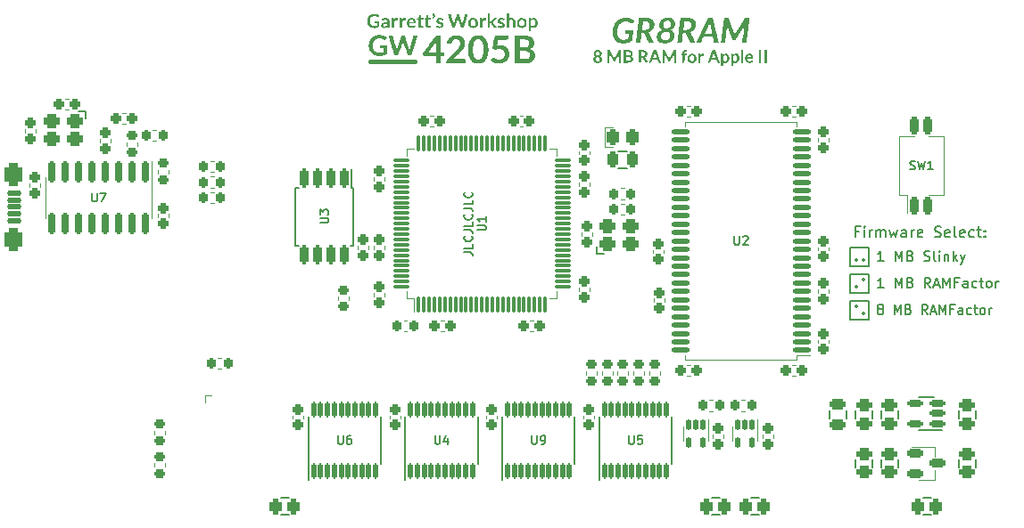
<source format=gto>
G04 #@! TF.GenerationSoftware,KiCad,Pcbnew,7.0.10*
G04 #@! TF.CreationDate,2024-04-24T04:09:24-04:00*
G04 #@! TF.ProjectId,GR8RAM,47523852-414d-42e6-9b69-6361645f7063,1.0*
G04 #@! TF.SameCoordinates,Original*
G04 #@! TF.FileFunction,Legend,Top*
G04 #@! TF.FilePolarity,Positive*
%FSLAX46Y46*%
G04 Gerber Fmt 4.6, Leading zero omitted, Abs format (unit mm)*
G04 Created by KiCad (PCBNEW 7.0.10) date 2024-04-24 04:09:24*
%MOMM*%
%LPD*%
G01*
G04 APERTURE LIST*
G04 Aperture macros list*
%AMRoundRect*
0 Rectangle with rounded corners*
0 $1 Rounding radius*
0 $2 $3 $4 $5 $6 $7 $8 $9 X,Y pos of 4 corners*
0 Add a 4 corners polygon primitive as box body*
4,1,4,$2,$3,$4,$5,$6,$7,$8,$9,$2,$3,0*
0 Add four circle primitives for the rounded corners*
1,1,$1+$1,$2,$3*
1,1,$1+$1,$4,$5*
1,1,$1+$1,$6,$7*
1,1,$1+$1,$8,$9*
0 Add four rect primitives between the rounded corners*
20,1,$1+$1,$2,$3,$4,$5,0*
20,1,$1+$1,$4,$5,$6,$7,0*
20,1,$1+$1,$6,$7,$8,$9,0*
20,1,$1+$1,$8,$9,$2,$3,0*%
G04 Aperture macros list end*
%ADD10C,0.203200*%
%ADD11C,0.350000*%
%ADD12C,0.120000*%
%ADD13C,0.152400*%
%ADD14C,0.150000*%
%ADD15C,0.000000*%
%ADD16RoundRect,0.120000X-0.595000X0.120000X-0.595000X-0.120000X0.595000X-0.120000X0.595000X0.120000X0*%
%ADD17RoundRect,0.475000X-0.525000X0.475000X-0.525000X-0.475000X0.525000X-0.475000X0.525000X0.475000X0*%
%ADD18RoundRect,0.425000X-0.425000X0.675000X-0.425000X-0.675000X0.425000X-0.675000X0.425000X0.675000X0*%
%ADD19RoundRect,0.500000X-0.500000X0.500000X-0.500000X-0.500000X0.500000X-0.500000X0.500000X0.500000X0*%
%ADD20RoundRect,0.237500X-0.287500X0.237500X-0.287500X-0.237500X0.287500X-0.237500X0.287500X0.237500X0*%
%ADD21RoundRect,0.215000X0.215000X-0.597000X0.215000X0.597000X-0.215000X0.597000X-0.215000X-0.597000X0*%
%ADD22RoundRect,0.200000X-0.200000X-0.325000X0.200000X-0.325000X0.200000X0.325000X-0.200000X0.325000X0*%
%ADD23RoundRect,0.287500X0.287500X0.462500X-0.287500X0.462500X-0.287500X-0.462500X0.287500X-0.462500X0*%
%ADD24C,2.000000*%
%ADD25RoundRect,0.237500X-0.512500X0.237500X-0.512500X-0.237500X0.512500X-0.237500X0.512500X0.237500X0*%
%ADD26RoundRect,0.237500X0.287500X-0.237500X0.287500X0.237500X-0.287500X0.237500X-0.287500X-0.237500X0*%
%ADD27RoundRect,0.124500X0.124500X-0.624500X0.124500X0.624500X-0.124500X0.624500X-0.124500X-0.624500X0*%
%ADD28RoundRect,0.200000X-0.325000X0.200000X-0.325000X-0.200000X0.325000X-0.200000X0.325000X0.200000X0*%
%ADD29RoundRect,0.200000X0.200000X0.325000X-0.200000X0.325000X-0.200000X-0.325000X0.200000X-0.325000X0*%
%ADD30RoundRect,0.120000X-0.120000X0.420000X-0.120000X-0.420000X0.120000X-0.420000X0.120000X0.420000X0*%
%ADD31RoundRect,0.287500X0.462500X-0.287500X0.462500X0.287500X-0.462500X0.287500X-0.462500X-0.287500X0*%
%ADD32RoundRect,0.200000X0.325000X-0.200000X0.325000X0.200000X-0.325000X0.200000X-0.325000X-0.200000X0*%
%ADD33RoundRect,0.187500X0.537500X0.187500X-0.537500X0.187500X-0.537500X-0.187500X0.537500X-0.187500X0*%
%ADD34RoundRect,0.087000X0.087000X-0.674500X0.087000X0.674500X-0.087000X0.674500X-0.087000X-0.674500X0*%
%ADD35RoundRect,0.087000X0.674500X-0.087000X0.674500X0.087000X-0.674500X0.087000X-0.674500X-0.087000X0*%
%ADD36RoundRect,0.237500X0.237500X0.287500X-0.237500X0.287500X-0.237500X-0.287500X0.237500X-0.287500X0*%
%ADD37RoundRect,0.419100X0.419100X3.327100X-0.419100X3.327100X-0.419100X-3.327100X0.419100X-3.327100X0*%
%ADD38C,2.152400*%
%ADD39C,1.448000*%
%ADD40RoundRect,0.281850X-0.281850X-0.494350X0.281850X-0.494350X0.281850X0.494350X-0.281850X0.494350X0*%
%ADD41RoundRect,0.225000X-0.500000X-0.225000X0.500000X-0.225000X0.500000X0.225000X-0.500000X0.225000X0*%
%ADD42RoundRect,0.325000X0.425000X0.325000X-0.425000X0.325000X-0.425000X-0.325000X0.425000X-0.325000X0*%
%ADD43RoundRect,0.175000X-0.175000X0.850000X-0.175000X-0.850000X0.175000X-0.850000X0.175000X0.850000X0*%
%ADD44RoundRect,0.237500X-0.237500X-0.287500X0.237500X-0.287500X0.237500X0.287500X-0.237500X0.287500X0*%
%ADD45RoundRect,0.139500X0.665500X0.139500X-0.665500X0.139500X-0.665500X-0.139500X0.665500X-0.139500X0*%
%ADD46RoundRect,0.325000X-0.425000X-0.325000X0.425000X-0.325000X0.425000X0.325000X-0.425000X0.325000X0*%
%ADD47RoundRect,0.200000X-0.200000X0.700000X-0.200000X-0.700000X0.200000X-0.700000X0.200000X0.700000X0*%
%ADD48RoundRect,0.237500X0.237500X0.512500X-0.237500X0.512500X-0.237500X-0.512500X0.237500X-0.512500X0*%
%ADD49C,2.527300*%
%ADD50C,1.143000*%
%ADD51C,0.939800*%
%ADD52RoundRect,0.287500X-0.287500X-0.462500X0.287500X-0.462500X0.287500X0.462500X-0.287500X0.462500X0*%
G04 APERTURE END LIST*
D10*
X129032000Y-110490000D02*
X129032000Y-108712000D01*
X129032000Y-107950000D02*
X129032000Y-106172000D01*
D11*
X130238550Y-104838500D02*
X130238650Y-104838500D01*
D10*
X130810000Y-105410000D02*
X130810000Y-103632000D01*
X130810000Y-108712000D02*
X129032000Y-108712000D01*
D11*
X130238550Y-109918500D02*
X130238650Y-109918500D01*
X129603400Y-109283500D02*
X129603500Y-109283500D01*
D10*
X130810000Y-107950000D02*
X130810000Y-106172000D01*
X129032000Y-107950000D02*
X130810000Y-107950000D01*
X129032000Y-105410000D02*
X129032000Y-103632000D01*
X130810000Y-103632000D02*
X129032000Y-103632000D01*
D11*
X130238400Y-106743500D02*
X130238500Y-106743500D01*
D10*
X130810000Y-106172000D02*
X129032000Y-106172000D01*
X129032000Y-110490000D02*
X130810000Y-110490000D01*
X129032000Y-105410000D02*
X130810000Y-105410000D01*
X130810000Y-110490000D02*
X130810000Y-108712000D01*
D11*
X129603400Y-104838500D02*
X129603500Y-104838500D01*
X129603400Y-107378500D02*
X129603500Y-107378500D01*
D10*
X129830286Y-102162263D02*
X129491619Y-102162263D01*
X129491619Y-102694453D02*
X129491619Y-101678453D01*
X129491619Y-101678453D02*
X129975429Y-101678453D01*
X130362476Y-102694453D02*
X130362476Y-102017120D01*
X130362476Y-101678453D02*
X130314095Y-101726834D01*
X130314095Y-101726834D02*
X130362476Y-101775215D01*
X130362476Y-101775215D02*
X130410857Y-101726834D01*
X130410857Y-101726834D02*
X130362476Y-101678453D01*
X130362476Y-101678453D02*
X130362476Y-101775215D01*
X130846286Y-102694453D02*
X130846286Y-102017120D01*
X130846286Y-102210644D02*
X130894667Y-102113882D01*
X130894667Y-102113882D02*
X130943048Y-102065501D01*
X130943048Y-102065501D02*
X131039810Y-102017120D01*
X131039810Y-102017120D02*
X131136572Y-102017120D01*
X131475238Y-102694453D02*
X131475238Y-102017120D01*
X131475238Y-102113882D02*
X131523619Y-102065501D01*
X131523619Y-102065501D02*
X131620381Y-102017120D01*
X131620381Y-102017120D02*
X131765524Y-102017120D01*
X131765524Y-102017120D02*
X131862286Y-102065501D01*
X131862286Y-102065501D02*
X131910667Y-102162263D01*
X131910667Y-102162263D02*
X131910667Y-102694453D01*
X131910667Y-102162263D02*
X131959048Y-102065501D01*
X131959048Y-102065501D02*
X132055810Y-102017120D01*
X132055810Y-102017120D02*
X132200953Y-102017120D01*
X132200953Y-102017120D02*
X132297714Y-102065501D01*
X132297714Y-102065501D02*
X132346095Y-102162263D01*
X132346095Y-102162263D02*
X132346095Y-102694453D01*
X132733143Y-102017120D02*
X132926667Y-102694453D01*
X132926667Y-102694453D02*
X133120191Y-102210644D01*
X133120191Y-102210644D02*
X133313715Y-102694453D01*
X133313715Y-102694453D02*
X133507239Y-102017120D01*
X134329715Y-102694453D02*
X134329715Y-102162263D01*
X134329715Y-102162263D02*
X134281334Y-102065501D01*
X134281334Y-102065501D02*
X134184572Y-102017120D01*
X134184572Y-102017120D02*
X133991048Y-102017120D01*
X133991048Y-102017120D02*
X133894286Y-102065501D01*
X134329715Y-102646073D02*
X134232953Y-102694453D01*
X134232953Y-102694453D02*
X133991048Y-102694453D01*
X133991048Y-102694453D02*
X133894286Y-102646073D01*
X133894286Y-102646073D02*
X133845905Y-102549311D01*
X133845905Y-102549311D02*
X133845905Y-102452549D01*
X133845905Y-102452549D02*
X133894286Y-102355787D01*
X133894286Y-102355787D02*
X133991048Y-102307406D01*
X133991048Y-102307406D02*
X134232953Y-102307406D01*
X134232953Y-102307406D02*
X134329715Y-102259025D01*
X134813524Y-102694453D02*
X134813524Y-102017120D01*
X134813524Y-102210644D02*
X134861905Y-102113882D01*
X134861905Y-102113882D02*
X134910286Y-102065501D01*
X134910286Y-102065501D02*
X135007048Y-102017120D01*
X135007048Y-102017120D02*
X135103810Y-102017120D01*
X135829524Y-102646073D02*
X135732762Y-102694453D01*
X135732762Y-102694453D02*
X135539238Y-102694453D01*
X135539238Y-102694453D02*
X135442476Y-102646073D01*
X135442476Y-102646073D02*
X135394095Y-102549311D01*
X135394095Y-102549311D02*
X135394095Y-102162263D01*
X135394095Y-102162263D02*
X135442476Y-102065501D01*
X135442476Y-102065501D02*
X135539238Y-102017120D01*
X135539238Y-102017120D02*
X135732762Y-102017120D01*
X135732762Y-102017120D02*
X135829524Y-102065501D01*
X135829524Y-102065501D02*
X135877905Y-102162263D01*
X135877905Y-102162263D02*
X135877905Y-102259025D01*
X135877905Y-102259025D02*
X135394095Y-102355787D01*
X137039047Y-102646073D02*
X137184190Y-102694453D01*
X137184190Y-102694453D02*
X137426095Y-102694453D01*
X137426095Y-102694453D02*
X137522857Y-102646073D01*
X137522857Y-102646073D02*
X137571238Y-102597692D01*
X137571238Y-102597692D02*
X137619619Y-102500930D01*
X137619619Y-102500930D02*
X137619619Y-102404168D01*
X137619619Y-102404168D02*
X137571238Y-102307406D01*
X137571238Y-102307406D02*
X137522857Y-102259025D01*
X137522857Y-102259025D02*
X137426095Y-102210644D01*
X137426095Y-102210644D02*
X137232571Y-102162263D01*
X137232571Y-102162263D02*
X137135809Y-102113882D01*
X137135809Y-102113882D02*
X137087428Y-102065501D01*
X137087428Y-102065501D02*
X137039047Y-101968739D01*
X137039047Y-101968739D02*
X137039047Y-101871977D01*
X137039047Y-101871977D02*
X137087428Y-101775215D01*
X137087428Y-101775215D02*
X137135809Y-101726834D01*
X137135809Y-101726834D02*
X137232571Y-101678453D01*
X137232571Y-101678453D02*
X137474476Y-101678453D01*
X137474476Y-101678453D02*
X137619619Y-101726834D01*
X138442095Y-102646073D02*
X138345333Y-102694453D01*
X138345333Y-102694453D02*
X138151809Y-102694453D01*
X138151809Y-102694453D02*
X138055047Y-102646073D01*
X138055047Y-102646073D02*
X138006666Y-102549311D01*
X138006666Y-102549311D02*
X138006666Y-102162263D01*
X138006666Y-102162263D02*
X138055047Y-102065501D01*
X138055047Y-102065501D02*
X138151809Y-102017120D01*
X138151809Y-102017120D02*
X138345333Y-102017120D01*
X138345333Y-102017120D02*
X138442095Y-102065501D01*
X138442095Y-102065501D02*
X138490476Y-102162263D01*
X138490476Y-102162263D02*
X138490476Y-102259025D01*
X138490476Y-102259025D02*
X138006666Y-102355787D01*
X139071047Y-102694453D02*
X138974285Y-102646073D01*
X138974285Y-102646073D02*
X138925904Y-102549311D01*
X138925904Y-102549311D02*
X138925904Y-101678453D01*
X139845142Y-102646073D02*
X139748380Y-102694453D01*
X139748380Y-102694453D02*
X139554856Y-102694453D01*
X139554856Y-102694453D02*
X139458094Y-102646073D01*
X139458094Y-102646073D02*
X139409713Y-102549311D01*
X139409713Y-102549311D02*
X139409713Y-102162263D01*
X139409713Y-102162263D02*
X139458094Y-102065501D01*
X139458094Y-102065501D02*
X139554856Y-102017120D01*
X139554856Y-102017120D02*
X139748380Y-102017120D01*
X139748380Y-102017120D02*
X139845142Y-102065501D01*
X139845142Y-102065501D02*
X139893523Y-102162263D01*
X139893523Y-102162263D02*
X139893523Y-102259025D01*
X139893523Y-102259025D02*
X139409713Y-102355787D01*
X140764380Y-102646073D02*
X140667618Y-102694453D01*
X140667618Y-102694453D02*
X140474094Y-102694453D01*
X140474094Y-102694453D02*
X140377332Y-102646073D01*
X140377332Y-102646073D02*
X140328951Y-102597692D01*
X140328951Y-102597692D02*
X140280570Y-102500930D01*
X140280570Y-102500930D02*
X140280570Y-102210644D01*
X140280570Y-102210644D02*
X140328951Y-102113882D01*
X140328951Y-102113882D02*
X140377332Y-102065501D01*
X140377332Y-102065501D02*
X140474094Y-102017120D01*
X140474094Y-102017120D02*
X140667618Y-102017120D01*
X140667618Y-102017120D02*
X140764380Y-102065501D01*
X141054665Y-102017120D02*
X141441713Y-102017120D01*
X141199808Y-101678453D02*
X141199808Y-102549311D01*
X141199808Y-102549311D02*
X141248189Y-102646073D01*
X141248189Y-102646073D02*
X141344951Y-102694453D01*
X141344951Y-102694453D02*
X141441713Y-102694453D01*
X141780379Y-102597692D02*
X141828760Y-102646073D01*
X141828760Y-102646073D02*
X141780379Y-102694453D01*
X141780379Y-102694453D02*
X141731998Y-102646073D01*
X141731998Y-102646073D02*
X141780379Y-102597692D01*
X141780379Y-102597692D02*
X141780379Y-102694453D01*
X141780379Y-102065501D02*
X141828760Y-102113882D01*
X141828760Y-102113882D02*
X141780379Y-102162263D01*
X141780379Y-102162263D02*
X141731998Y-102113882D01*
X141731998Y-102113882D02*
X141780379Y-102065501D01*
X141780379Y-102065501D02*
X141780379Y-102162263D01*
X132177398Y-104951078D02*
X131633112Y-104951078D01*
X131905255Y-104951078D02*
X131905255Y-103998578D01*
X131905255Y-103998578D02*
X131814541Y-104134649D01*
X131814541Y-104134649D02*
X131723826Y-104225363D01*
X131723826Y-104225363D02*
X131633112Y-104270721D01*
X133311326Y-104951078D02*
X133311326Y-103998578D01*
X133311326Y-103998578D02*
X133628826Y-104678935D01*
X133628826Y-104678935D02*
X133946326Y-103998578D01*
X133946326Y-103998578D02*
X133946326Y-104951078D01*
X134717397Y-104452149D02*
X134853469Y-104497506D01*
X134853469Y-104497506D02*
X134898826Y-104542863D01*
X134898826Y-104542863D02*
X134944183Y-104633578D01*
X134944183Y-104633578D02*
X134944183Y-104769649D01*
X134944183Y-104769649D02*
X134898826Y-104860363D01*
X134898826Y-104860363D02*
X134853469Y-104905721D01*
X134853469Y-104905721D02*
X134762754Y-104951078D01*
X134762754Y-104951078D02*
X134399897Y-104951078D01*
X134399897Y-104951078D02*
X134399897Y-103998578D01*
X134399897Y-103998578D02*
X134717397Y-103998578D01*
X134717397Y-103998578D02*
X134808112Y-104043935D01*
X134808112Y-104043935D02*
X134853469Y-104089292D01*
X134853469Y-104089292D02*
X134898826Y-104180006D01*
X134898826Y-104180006D02*
X134898826Y-104270721D01*
X134898826Y-104270721D02*
X134853469Y-104361435D01*
X134853469Y-104361435D02*
X134808112Y-104406792D01*
X134808112Y-104406792D02*
X134717397Y-104452149D01*
X134717397Y-104452149D02*
X134399897Y-104452149D01*
X136032754Y-104905721D02*
X136168826Y-104951078D01*
X136168826Y-104951078D02*
X136395611Y-104951078D01*
X136395611Y-104951078D02*
X136486326Y-104905721D01*
X136486326Y-104905721D02*
X136531683Y-104860363D01*
X136531683Y-104860363D02*
X136577040Y-104769649D01*
X136577040Y-104769649D02*
X136577040Y-104678935D01*
X136577040Y-104678935D02*
X136531683Y-104588221D01*
X136531683Y-104588221D02*
X136486326Y-104542863D01*
X136486326Y-104542863D02*
X136395611Y-104497506D01*
X136395611Y-104497506D02*
X136214183Y-104452149D01*
X136214183Y-104452149D02*
X136123468Y-104406792D01*
X136123468Y-104406792D02*
X136078111Y-104361435D01*
X136078111Y-104361435D02*
X136032754Y-104270721D01*
X136032754Y-104270721D02*
X136032754Y-104180006D01*
X136032754Y-104180006D02*
X136078111Y-104089292D01*
X136078111Y-104089292D02*
X136123468Y-104043935D01*
X136123468Y-104043935D02*
X136214183Y-103998578D01*
X136214183Y-103998578D02*
X136440968Y-103998578D01*
X136440968Y-103998578D02*
X136577040Y-104043935D01*
X137121326Y-104951078D02*
X137030611Y-104905721D01*
X137030611Y-104905721D02*
X136985254Y-104815006D01*
X136985254Y-104815006D02*
X136985254Y-103998578D01*
X137484183Y-104951078D02*
X137484183Y-104316078D01*
X137484183Y-103998578D02*
X137438826Y-104043935D01*
X137438826Y-104043935D02*
X137484183Y-104089292D01*
X137484183Y-104089292D02*
X137529540Y-104043935D01*
X137529540Y-104043935D02*
X137484183Y-103998578D01*
X137484183Y-103998578D02*
X137484183Y-104089292D01*
X137937754Y-104316078D02*
X137937754Y-104951078D01*
X137937754Y-104406792D02*
X137983111Y-104361435D01*
X137983111Y-104361435D02*
X138073826Y-104316078D01*
X138073826Y-104316078D02*
X138209897Y-104316078D01*
X138209897Y-104316078D02*
X138300611Y-104361435D01*
X138300611Y-104361435D02*
X138345969Y-104452149D01*
X138345969Y-104452149D02*
X138345969Y-104951078D01*
X138799540Y-104951078D02*
X138799540Y-103998578D01*
X138890255Y-104588221D02*
X139162397Y-104951078D01*
X139162397Y-104316078D02*
X138799540Y-104678935D01*
X139479897Y-104316078D02*
X139706683Y-104951078D01*
X139933468Y-104316078D02*
X139706683Y-104951078D01*
X139706683Y-104951078D02*
X139615968Y-105177863D01*
X139615968Y-105177863D02*
X139570611Y-105223221D01*
X139570611Y-105223221D02*
X139479897Y-105268578D01*
X92352649Y-104109332D02*
X92933221Y-104109332D01*
X92933221Y-104109332D02*
X93049335Y-104148037D01*
X93049335Y-104148037D02*
X93126745Y-104225446D01*
X93126745Y-104225446D02*
X93165449Y-104341561D01*
X93165449Y-104341561D02*
X93165449Y-104418970D01*
X93165449Y-103335237D02*
X93165449Y-103722285D01*
X93165449Y-103722285D02*
X92352649Y-103722285D01*
X93088040Y-102599847D02*
X93126745Y-102638551D01*
X93126745Y-102638551D02*
X93165449Y-102754666D01*
X93165449Y-102754666D02*
X93165449Y-102832075D01*
X93165449Y-102832075D02*
X93126745Y-102948189D01*
X93126745Y-102948189D02*
X93049335Y-103025599D01*
X93049335Y-103025599D02*
X92971925Y-103064304D01*
X92971925Y-103064304D02*
X92817106Y-103103008D01*
X92817106Y-103103008D02*
X92700992Y-103103008D01*
X92700992Y-103103008D02*
X92546173Y-103064304D01*
X92546173Y-103064304D02*
X92468764Y-103025599D01*
X92468764Y-103025599D02*
X92391354Y-102948189D01*
X92391354Y-102948189D02*
X92352649Y-102832075D01*
X92352649Y-102832075D02*
X92352649Y-102754666D01*
X92352649Y-102754666D02*
X92391354Y-102638551D01*
X92391354Y-102638551D02*
X92430059Y-102599847D01*
X92352649Y-102019275D02*
X92933221Y-102019275D01*
X92933221Y-102019275D02*
X93049335Y-102057980D01*
X93049335Y-102057980D02*
X93126745Y-102135389D01*
X93126745Y-102135389D02*
X93165449Y-102251504D01*
X93165449Y-102251504D02*
X93165449Y-102328913D01*
X93165449Y-101245180D02*
X93165449Y-101632228D01*
X93165449Y-101632228D02*
X92352649Y-101632228D01*
X93088040Y-100509790D02*
X93126745Y-100548494D01*
X93126745Y-100548494D02*
X93165449Y-100664609D01*
X93165449Y-100664609D02*
X93165449Y-100742018D01*
X93165449Y-100742018D02*
X93126745Y-100858132D01*
X93126745Y-100858132D02*
X93049335Y-100935542D01*
X93049335Y-100935542D02*
X92971925Y-100974247D01*
X92971925Y-100974247D02*
X92817106Y-101012951D01*
X92817106Y-101012951D02*
X92700992Y-101012951D01*
X92700992Y-101012951D02*
X92546173Y-100974247D01*
X92546173Y-100974247D02*
X92468764Y-100935542D01*
X92468764Y-100935542D02*
X92391354Y-100858132D01*
X92391354Y-100858132D02*
X92352649Y-100742018D01*
X92352649Y-100742018D02*
X92352649Y-100664609D01*
X92352649Y-100664609D02*
X92391354Y-100548494D01*
X92391354Y-100548494D02*
X92430059Y-100509790D01*
X92352649Y-99929218D02*
X92933221Y-99929218D01*
X92933221Y-99929218D02*
X93049335Y-99967923D01*
X93049335Y-99967923D02*
X93126745Y-100045332D01*
X93126745Y-100045332D02*
X93165449Y-100161447D01*
X93165449Y-100161447D02*
X93165449Y-100238856D01*
X93165449Y-99155123D02*
X93165449Y-99542171D01*
X93165449Y-99542171D02*
X92352649Y-99542171D01*
X93088040Y-98419733D02*
X93126745Y-98458437D01*
X93126745Y-98458437D02*
X93165449Y-98574552D01*
X93165449Y-98574552D02*
X93165449Y-98651961D01*
X93165449Y-98651961D02*
X93126745Y-98768075D01*
X93126745Y-98768075D02*
X93049335Y-98845485D01*
X93049335Y-98845485D02*
X92971925Y-98884190D01*
X92971925Y-98884190D02*
X92817106Y-98922894D01*
X92817106Y-98922894D02*
X92700992Y-98922894D01*
X92700992Y-98922894D02*
X92546173Y-98884190D01*
X92546173Y-98884190D02*
X92468764Y-98845485D01*
X92468764Y-98845485D02*
X92391354Y-98768075D01*
X92391354Y-98768075D02*
X92352649Y-98651961D01*
X92352649Y-98651961D02*
X92352649Y-98574552D01*
X92352649Y-98574552D02*
X92391354Y-98458437D01*
X92391354Y-98458437D02*
X92430059Y-98419733D01*
X131794541Y-109486792D02*
X131708826Y-109441435D01*
X131708826Y-109441435D02*
X131665969Y-109396078D01*
X131665969Y-109396078D02*
X131623112Y-109305363D01*
X131623112Y-109305363D02*
X131623112Y-109260006D01*
X131623112Y-109260006D02*
X131665969Y-109169292D01*
X131665969Y-109169292D02*
X131708826Y-109123935D01*
X131708826Y-109123935D02*
X131794541Y-109078578D01*
X131794541Y-109078578D02*
X131965969Y-109078578D01*
X131965969Y-109078578D02*
X132051684Y-109123935D01*
X132051684Y-109123935D02*
X132094541Y-109169292D01*
X132094541Y-109169292D02*
X132137398Y-109260006D01*
X132137398Y-109260006D02*
X132137398Y-109305363D01*
X132137398Y-109305363D02*
X132094541Y-109396078D01*
X132094541Y-109396078D02*
X132051684Y-109441435D01*
X132051684Y-109441435D02*
X131965969Y-109486792D01*
X131965969Y-109486792D02*
X131794541Y-109486792D01*
X131794541Y-109486792D02*
X131708826Y-109532149D01*
X131708826Y-109532149D02*
X131665969Y-109577506D01*
X131665969Y-109577506D02*
X131623112Y-109668221D01*
X131623112Y-109668221D02*
X131623112Y-109849649D01*
X131623112Y-109849649D02*
X131665969Y-109940363D01*
X131665969Y-109940363D02*
X131708826Y-109985721D01*
X131708826Y-109985721D02*
X131794541Y-110031078D01*
X131794541Y-110031078D02*
X131965969Y-110031078D01*
X131965969Y-110031078D02*
X132051684Y-109985721D01*
X132051684Y-109985721D02*
X132094541Y-109940363D01*
X132094541Y-109940363D02*
X132137398Y-109849649D01*
X132137398Y-109849649D02*
X132137398Y-109668221D01*
X132137398Y-109668221D02*
X132094541Y-109577506D01*
X132094541Y-109577506D02*
X132051684Y-109532149D01*
X132051684Y-109532149D02*
X131965969Y-109486792D01*
X133208826Y-110031078D02*
X133208826Y-109078578D01*
X133208826Y-109078578D02*
X133508826Y-109758935D01*
X133508826Y-109758935D02*
X133808826Y-109078578D01*
X133808826Y-109078578D02*
X133808826Y-110031078D01*
X134537397Y-109532149D02*
X134665969Y-109577506D01*
X134665969Y-109577506D02*
X134708826Y-109622863D01*
X134708826Y-109622863D02*
X134751683Y-109713578D01*
X134751683Y-109713578D02*
X134751683Y-109849649D01*
X134751683Y-109849649D02*
X134708826Y-109940363D01*
X134708826Y-109940363D02*
X134665969Y-109985721D01*
X134665969Y-109985721D02*
X134580254Y-110031078D01*
X134580254Y-110031078D02*
X134237397Y-110031078D01*
X134237397Y-110031078D02*
X134237397Y-109078578D01*
X134237397Y-109078578D02*
X134537397Y-109078578D01*
X134537397Y-109078578D02*
X134623112Y-109123935D01*
X134623112Y-109123935D02*
X134665969Y-109169292D01*
X134665969Y-109169292D02*
X134708826Y-109260006D01*
X134708826Y-109260006D02*
X134708826Y-109350721D01*
X134708826Y-109350721D02*
X134665969Y-109441435D01*
X134665969Y-109441435D02*
X134623112Y-109486792D01*
X134623112Y-109486792D02*
X134537397Y-109532149D01*
X134537397Y-109532149D02*
X134237397Y-109532149D01*
X136337397Y-110031078D02*
X136037397Y-109577506D01*
X135823111Y-110031078D02*
X135823111Y-109078578D01*
X135823111Y-109078578D02*
X136165968Y-109078578D01*
X136165968Y-109078578D02*
X136251683Y-109123935D01*
X136251683Y-109123935D02*
X136294540Y-109169292D01*
X136294540Y-109169292D02*
X136337397Y-109260006D01*
X136337397Y-109260006D02*
X136337397Y-109396078D01*
X136337397Y-109396078D02*
X136294540Y-109486792D01*
X136294540Y-109486792D02*
X136251683Y-109532149D01*
X136251683Y-109532149D02*
X136165968Y-109577506D01*
X136165968Y-109577506D02*
X135823111Y-109577506D01*
X136680254Y-109758935D02*
X137108826Y-109758935D01*
X136594540Y-110031078D02*
X136894540Y-109078578D01*
X136894540Y-109078578D02*
X137194540Y-110031078D01*
X137494540Y-110031078D02*
X137494540Y-109078578D01*
X137494540Y-109078578D02*
X137794540Y-109758935D01*
X137794540Y-109758935D02*
X138094540Y-109078578D01*
X138094540Y-109078578D02*
X138094540Y-110031078D01*
X138823111Y-109532149D02*
X138523111Y-109532149D01*
X138523111Y-110031078D02*
X138523111Y-109078578D01*
X138523111Y-109078578D02*
X138951683Y-109078578D01*
X139680255Y-110031078D02*
X139680255Y-109532149D01*
X139680255Y-109532149D02*
X139637397Y-109441435D01*
X139637397Y-109441435D02*
X139551683Y-109396078D01*
X139551683Y-109396078D02*
X139380255Y-109396078D01*
X139380255Y-109396078D02*
X139294540Y-109441435D01*
X139680255Y-109985721D02*
X139594540Y-110031078D01*
X139594540Y-110031078D02*
X139380255Y-110031078D01*
X139380255Y-110031078D02*
X139294540Y-109985721D01*
X139294540Y-109985721D02*
X139251683Y-109895006D01*
X139251683Y-109895006D02*
X139251683Y-109804292D01*
X139251683Y-109804292D02*
X139294540Y-109713578D01*
X139294540Y-109713578D02*
X139380255Y-109668221D01*
X139380255Y-109668221D02*
X139594540Y-109668221D01*
X139594540Y-109668221D02*
X139680255Y-109622863D01*
X140494541Y-109985721D02*
X140408826Y-110031078D01*
X140408826Y-110031078D02*
X140237398Y-110031078D01*
X140237398Y-110031078D02*
X140151683Y-109985721D01*
X140151683Y-109985721D02*
X140108826Y-109940363D01*
X140108826Y-109940363D02*
X140065969Y-109849649D01*
X140065969Y-109849649D02*
X140065969Y-109577506D01*
X140065969Y-109577506D02*
X140108826Y-109486792D01*
X140108826Y-109486792D02*
X140151683Y-109441435D01*
X140151683Y-109441435D02*
X140237398Y-109396078D01*
X140237398Y-109396078D02*
X140408826Y-109396078D01*
X140408826Y-109396078D02*
X140494541Y-109441435D01*
X140751684Y-109396078D02*
X141094541Y-109396078D01*
X140880255Y-109078578D02*
X140880255Y-109895006D01*
X140880255Y-109895006D02*
X140923112Y-109985721D01*
X140923112Y-109985721D02*
X141008827Y-110031078D01*
X141008827Y-110031078D02*
X141094541Y-110031078D01*
X141523113Y-110031078D02*
X141437398Y-109985721D01*
X141437398Y-109985721D02*
X141394541Y-109940363D01*
X141394541Y-109940363D02*
X141351684Y-109849649D01*
X141351684Y-109849649D02*
X141351684Y-109577506D01*
X141351684Y-109577506D02*
X141394541Y-109486792D01*
X141394541Y-109486792D02*
X141437398Y-109441435D01*
X141437398Y-109441435D02*
X141523113Y-109396078D01*
X141523113Y-109396078D02*
X141651684Y-109396078D01*
X141651684Y-109396078D02*
X141737398Y-109441435D01*
X141737398Y-109441435D02*
X141780256Y-109486792D01*
X141780256Y-109486792D02*
X141823113Y-109577506D01*
X141823113Y-109577506D02*
X141823113Y-109849649D01*
X141823113Y-109849649D02*
X141780256Y-109940363D01*
X141780256Y-109940363D02*
X141737398Y-109985721D01*
X141737398Y-109985721D02*
X141651684Y-110031078D01*
X141651684Y-110031078D02*
X141523113Y-110031078D01*
X142208827Y-110031078D02*
X142208827Y-109396078D01*
X142208827Y-109577506D02*
X142251684Y-109486792D01*
X142251684Y-109486792D02*
X142294542Y-109441435D01*
X142294542Y-109441435D02*
X142380256Y-109396078D01*
X142380256Y-109396078D02*
X142465970Y-109396078D01*
X132177398Y-107466790D02*
X131633112Y-107466790D01*
X131905255Y-107466790D02*
X131905255Y-106566790D01*
X131905255Y-106566790D02*
X131814541Y-106695361D01*
X131814541Y-106695361D02*
X131723826Y-106781075D01*
X131723826Y-106781075D02*
X131633112Y-106823933D01*
X133311326Y-107466790D02*
X133311326Y-106566790D01*
X133311326Y-106566790D02*
X133628826Y-107209647D01*
X133628826Y-107209647D02*
X133946326Y-106566790D01*
X133946326Y-106566790D02*
X133946326Y-107466790D01*
X134717397Y-106995361D02*
X134853469Y-107038218D01*
X134853469Y-107038218D02*
X134898826Y-107081075D01*
X134898826Y-107081075D02*
X134944183Y-107166790D01*
X134944183Y-107166790D02*
X134944183Y-107295361D01*
X134944183Y-107295361D02*
X134898826Y-107381075D01*
X134898826Y-107381075D02*
X134853469Y-107423933D01*
X134853469Y-107423933D02*
X134762754Y-107466790D01*
X134762754Y-107466790D02*
X134399897Y-107466790D01*
X134399897Y-107466790D02*
X134399897Y-106566790D01*
X134399897Y-106566790D02*
X134717397Y-106566790D01*
X134717397Y-106566790D02*
X134808112Y-106609647D01*
X134808112Y-106609647D02*
X134853469Y-106652504D01*
X134853469Y-106652504D02*
X134898826Y-106738218D01*
X134898826Y-106738218D02*
X134898826Y-106823933D01*
X134898826Y-106823933D02*
X134853469Y-106909647D01*
X134853469Y-106909647D02*
X134808112Y-106952504D01*
X134808112Y-106952504D02*
X134717397Y-106995361D01*
X134717397Y-106995361D02*
X134399897Y-106995361D01*
X136622397Y-107466790D02*
X136304897Y-107038218D01*
X136078111Y-107466790D02*
X136078111Y-106566790D01*
X136078111Y-106566790D02*
X136440968Y-106566790D01*
X136440968Y-106566790D02*
X136531683Y-106609647D01*
X136531683Y-106609647D02*
X136577040Y-106652504D01*
X136577040Y-106652504D02*
X136622397Y-106738218D01*
X136622397Y-106738218D02*
X136622397Y-106866790D01*
X136622397Y-106866790D02*
X136577040Y-106952504D01*
X136577040Y-106952504D02*
X136531683Y-106995361D01*
X136531683Y-106995361D02*
X136440968Y-107038218D01*
X136440968Y-107038218D02*
X136078111Y-107038218D01*
X136985254Y-107209647D02*
X137438826Y-107209647D01*
X136894540Y-107466790D02*
X137212040Y-106566790D01*
X137212040Y-106566790D02*
X137529540Y-107466790D01*
X137847040Y-107466790D02*
X137847040Y-106566790D01*
X137847040Y-106566790D02*
X138164540Y-107209647D01*
X138164540Y-107209647D02*
X138482040Y-106566790D01*
X138482040Y-106566790D02*
X138482040Y-107466790D01*
X139253111Y-106995361D02*
X138935611Y-106995361D01*
X138935611Y-107466790D02*
X138935611Y-106566790D01*
X138935611Y-106566790D02*
X139389183Y-106566790D01*
X140160255Y-107466790D02*
X140160255Y-106995361D01*
X140160255Y-106995361D02*
X140114897Y-106909647D01*
X140114897Y-106909647D02*
X140024183Y-106866790D01*
X140024183Y-106866790D02*
X139842755Y-106866790D01*
X139842755Y-106866790D02*
X139752040Y-106909647D01*
X140160255Y-107423933D02*
X140069540Y-107466790D01*
X140069540Y-107466790D02*
X139842755Y-107466790D01*
X139842755Y-107466790D02*
X139752040Y-107423933D01*
X139752040Y-107423933D02*
X139706683Y-107338218D01*
X139706683Y-107338218D02*
X139706683Y-107252504D01*
X139706683Y-107252504D02*
X139752040Y-107166790D01*
X139752040Y-107166790D02*
X139842755Y-107123933D01*
X139842755Y-107123933D02*
X140069540Y-107123933D01*
X140069540Y-107123933D02*
X140160255Y-107081075D01*
X141022041Y-107423933D02*
X140931326Y-107466790D01*
X140931326Y-107466790D02*
X140749898Y-107466790D01*
X140749898Y-107466790D02*
X140659183Y-107423933D01*
X140659183Y-107423933D02*
X140613826Y-107381075D01*
X140613826Y-107381075D02*
X140568469Y-107295361D01*
X140568469Y-107295361D02*
X140568469Y-107038218D01*
X140568469Y-107038218D02*
X140613826Y-106952504D01*
X140613826Y-106952504D02*
X140659183Y-106909647D01*
X140659183Y-106909647D02*
X140749898Y-106866790D01*
X140749898Y-106866790D02*
X140931326Y-106866790D01*
X140931326Y-106866790D02*
X141022041Y-106909647D01*
X141294184Y-106866790D02*
X141657041Y-106866790D01*
X141430255Y-106566790D02*
X141430255Y-107338218D01*
X141430255Y-107338218D02*
X141475612Y-107423933D01*
X141475612Y-107423933D02*
X141566327Y-107466790D01*
X141566327Y-107466790D02*
X141657041Y-107466790D01*
X142110613Y-107466790D02*
X142019898Y-107423933D01*
X142019898Y-107423933D02*
X141974541Y-107381075D01*
X141974541Y-107381075D02*
X141929184Y-107295361D01*
X141929184Y-107295361D02*
X141929184Y-107038218D01*
X141929184Y-107038218D02*
X141974541Y-106952504D01*
X141974541Y-106952504D02*
X142019898Y-106909647D01*
X142019898Y-106909647D02*
X142110613Y-106866790D01*
X142110613Y-106866790D02*
X142246684Y-106866790D01*
X142246684Y-106866790D02*
X142337398Y-106909647D01*
X142337398Y-106909647D02*
X142382756Y-106952504D01*
X142382756Y-106952504D02*
X142428113Y-107038218D01*
X142428113Y-107038218D02*
X142428113Y-107295361D01*
X142428113Y-107295361D02*
X142382756Y-107381075D01*
X142382756Y-107381075D02*
X142337398Y-107423933D01*
X142337398Y-107423933D02*
X142246684Y-107466790D01*
X142246684Y-107466790D02*
X142110613Y-107466790D01*
X142836327Y-107466790D02*
X142836327Y-106866790D01*
X142836327Y-107038218D02*
X142881684Y-106952504D01*
X142881684Y-106952504D02*
X142927042Y-106909647D01*
X142927042Y-106909647D02*
X143017756Y-106866790D01*
X143017756Y-106866790D02*
X143108470Y-106866790D01*
X134679267Y-96211745D02*
X134795381Y-96250449D01*
X134795381Y-96250449D02*
X134988905Y-96250449D01*
X134988905Y-96250449D02*
X135066314Y-96211745D01*
X135066314Y-96211745D02*
X135105019Y-96173040D01*
X135105019Y-96173040D02*
X135143724Y-96095630D01*
X135143724Y-96095630D02*
X135143724Y-96018221D01*
X135143724Y-96018221D02*
X135105019Y-95940811D01*
X135105019Y-95940811D02*
X135066314Y-95902106D01*
X135066314Y-95902106D02*
X134988905Y-95863402D01*
X134988905Y-95863402D02*
X134834086Y-95824697D01*
X134834086Y-95824697D02*
X134756676Y-95785992D01*
X134756676Y-95785992D02*
X134717971Y-95747287D01*
X134717971Y-95747287D02*
X134679267Y-95669878D01*
X134679267Y-95669878D02*
X134679267Y-95592468D01*
X134679267Y-95592468D02*
X134717971Y-95515059D01*
X134717971Y-95515059D02*
X134756676Y-95476354D01*
X134756676Y-95476354D02*
X134834086Y-95437649D01*
X134834086Y-95437649D02*
X135027609Y-95437649D01*
X135027609Y-95437649D02*
X135143724Y-95476354D01*
X135414657Y-95437649D02*
X135608181Y-96250449D01*
X135608181Y-96250449D02*
X135763000Y-95669878D01*
X135763000Y-95669878D02*
X135917819Y-96250449D01*
X135917819Y-96250449D02*
X136111343Y-95437649D01*
X136846733Y-96250449D02*
X136382276Y-96250449D01*
X136614504Y-96250449D02*
X136614504Y-95437649D01*
X136614504Y-95437649D02*
X136537095Y-95553764D01*
X136537095Y-95553764D02*
X136459685Y-95631173D01*
X136459685Y-95631173D02*
X136382276Y-95669878D01*
X98805723Y-121552649D02*
X98805723Y-122210630D01*
X98805723Y-122210630D02*
X98844428Y-122288040D01*
X98844428Y-122288040D02*
X98883133Y-122326745D01*
X98883133Y-122326745D02*
X98960542Y-122365449D01*
X98960542Y-122365449D02*
X99115361Y-122365449D01*
X99115361Y-122365449D02*
X99192771Y-122326745D01*
X99192771Y-122326745D02*
X99231476Y-122288040D01*
X99231476Y-122288040D02*
X99270180Y-122210630D01*
X99270180Y-122210630D02*
X99270180Y-121552649D01*
X99695933Y-122365449D02*
X99850752Y-122365449D01*
X99850752Y-122365449D02*
X99928162Y-122326745D01*
X99928162Y-122326745D02*
X99966866Y-122288040D01*
X99966866Y-122288040D02*
X100044276Y-122171925D01*
X100044276Y-122171925D02*
X100082981Y-122017106D01*
X100082981Y-122017106D02*
X100082981Y-121707468D01*
X100082981Y-121707468D02*
X100044276Y-121630059D01*
X100044276Y-121630059D02*
X100005571Y-121591354D01*
X100005571Y-121591354D02*
X99928162Y-121552649D01*
X99928162Y-121552649D02*
X99773343Y-121552649D01*
X99773343Y-121552649D02*
X99695933Y-121591354D01*
X99695933Y-121591354D02*
X99657228Y-121630059D01*
X99657228Y-121630059D02*
X99618524Y-121707468D01*
X99618524Y-121707468D02*
X99618524Y-121900992D01*
X99618524Y-121900992D02*
X99657228Y-121978402D01*
X99657228Y-121978402D02*
X99695933Y-122017106D01*
X99695933Y-122017106D02*
X99773343Y-122055811D01*
X99773343Y-122055811D02*
X99928162Y-122055811D01*
X99928162Y-122055811D02*
X100005571Y-122017106D01*
X100005571Y-122017106D02*
X100044276Y-121978402D01*
X100044276Y-121978402D02*
X100082981Y-121900992D01*
X89605723Y-121552649D02*
X89605723Y-122210630D01*
X89605723Y-122210630D02*
X89644428Y-122288040D01*
X89644428Y-122288040D02*
X89683133Y-122326745D01*
X89683133Y-122326745D02*
X89760542Y-122365449D01*
X89760542Y-122365449D02*
X89915361Y-122365449D01*
X89915361Y-122365449D02*
X89992771Y-122326745D01*
X89992771Y-122326745D02*
X90031476Y-122288040D01*
X90031476Y-122288040D02*
X90070180Y-122210630D01*
X90070180Y-122210630D02*
X90070180Y-121552649D01*
X90805571Y-121823583D02*
X90805571Y-122365449D01*
X90612047Y-121513945D02*
X90418524Y-122094516D01*
X90418524Y-122094516D02*
X90921685Y-122094516D01*
X93602649Y-102019276D02*
X94260630Y-102019276D01*
X94260630Y-102019276D02*
X94338040Y-101980571D01*
X94338040Y-101980571D02*
X94376745Y-101941866D01*
X94376745Y-101941866D02*
X94415449Y-101864457D01*
X94415449Y-101864457D02*
X94415449Y-101709638D01*
X94415449Y-101709638D02*
X94376745Y-101632228D01*
X94376745Y-101632228D02*
X94338040Y-101593523D01*
X94338040Y-101593523D02*
X94260630Y-101554819D01*
X94260630Y-101554819D02*
X93602649Y-101554819D01*
X94415449Y-100742018D02*
X94415449Y-101206475D01*
X94415449Y-100974247D02*
X93602649Y-100974247D01*
X93602649Y-100974247D02*
X93718764Y-101051656D01*
X93718764Y-101051656D02*
X93796173Y-101129066D01*
X93796173Y-101129066D02*
X93834878Y-101206475D01*
X80405723Y-121552649D02*
X80405723Y-122210630D01*
X80405723Y-122210630D02*
X80444428Y-122288040D01*
X80444428Y-122288040D02*
X80483133Y-122326745D01*
X80483133Y-122326745D02*
X80560542Y-122365449D01*
X80560542Y-122365449D02*
X80715361Y-122365449D01*
X80715361Y-122365449D02*
X80792771Y-122326745D01*
X80792771Y-122326745D02*
X80831476Y-122288040D01*
X80831476Y-122288040D02*
X80870180Y-122210630D01*
X80870180Y-122210630D02*
X80870180Y-121552649D01*
X81605571Y-121552649D02*
X81450752Y-121552649D01*
X81450752Y-121552649D02*
X81373343Y-121591354D01*
X81373343Y-121591354D02*
X81334638Y-121630059D01*
X81334638Y-121630059D02*
X81257228Y-121746173D01*
X81257228Y-121746173D02*
X81218524Y-121900992D01*
X81218524Y-121900992D02*
X81218524Y-122210630D01*
X81218524Y-122210630D02*
X81257228Y-122288040D01*
X81257228Y-122288040D02*
X81295933Y-122326745D01*
X81295933Y-122326745D02*
X81373343Y-122365449D01*
X81373343Y-122365449D02*
X81528162Y-122365449D01*
X81528162Y-122365449D02*
X81605571Y-122326745D01*
X81605571Y-122326745D02*
X81644276Y-122288040D01*
X81644276Y-122288040D02*
X81682981Y-122210630D01*
X81682981Y-122210630D02*
X81682981Y-122017106D01*
X81682981Y-122017106D02*
X81644276Y-121939697D01*
X81644276Y-121939697D02*
X81605571Y-121900992D01*
X81605571Y-121900992D02*
X81528162Y-121862287D01*
X81528162Y-121862287D02*
X81373343Y-121862287D01*
X81373343Y-121862287D02*
X81295933Y-121900992D01*
X81295933Y-121900992D02*
X81257228Y-121939697D01*
X81257228Y-121939697D02*
X81218524Y-122017106D01*
X57038723Y-98485649D02*
X57038723Y-99143630D01*
X57038723Y-99143630D02*
X57077428Y-99221040D01*
X57077428Y-99221040D02*
X57116133Y-99259745D01*
X57116133Y-99259745D02*
X57193542Y-99298449D01*
X57193542Y-99298449D02*
X57348361Y-99298449D01*
X57348361Y-99298449D02*
X57425771Y-99259745D01*
X57425771Y-99259745D02*
X57464476Y-99221040D01*
X57464476Y-99221040D02*
X57503180Y-99143630D01*
X57503180Y-99143630D02*
X57503180Y-98485649D01*
X57812819Y-98485649D02*
X58354685Y-98485649D01*
X58354685Y-98485649D02*
X58006343Y-99298449D01*
X118030723Y-102602649D02*
X118030723Y-103260630D01*
X118030723Y-103260630D02*
X118069428Y-103338040D01*
X118069428Y-103338040D02*
X118108133Y-103376745D01*
X118108133Y-103376745D02*
X118185542Y-103415449D01*
X118185542Y-103415449D02*
X118340361Y-103415449D01*
X118340361Y-103415449D02*
X118417771Y-103376745D01*
X118417771Y-103376745D02*
X118456476Y-103338040D01*
X118456476Y-103338040D02*
X118495180Y-103260630D01*
X118495180Y-103260630D02*
X118495180Y-102602649D01*
X118843524Y-102680059D02*
X118882228Y-102641354D01*
X118882228Y-102641354D02*
X118959638Y-102602649D01*
X118959638Y-102602649D02*
X119153162Y-102602649D01*
X119153162Y-102602649D02*
X119230571Y-102641354D01*
X119230571Y-102641354D02*
X119269276Y-102680059D01*
X119269276Y-102680059D02*
X119307981Y-102757468D01*
X119307981Y-102757468D02*
X119307981Y-102834878D01*
X119307981Y-102834878D02*
X119269276Y-102950992D01*
X119269276Y-102950992D02*
X118804819Y-103415449D01*
X118804819Y-103415449D02*
X119307981Y-103415449D01*
X78673649Y-101330276D02*
X79331630Y-101330276D01*
X79331630Y-101330276D02*
X79409040Y-101291571D01*
X79409040Y-101291571D02*
X79447745Y-101252866D01*
X79447745Y-101252866D02*
X79486449Y-101175457D01*
X79486449Y-101175457D02*
X79486449Y-101020638D01*
X79486449Y-101020638D02*
X79447745Y-100943228D01*
X79447745Y-100943228D02*
X79409040Y-100904523D01*
X79409040Y-100904523D02*
X79331630Y-100865819D01*
X79331630Y-100865819D02*
X78673649Y-100865819D01*
X78673649Y-100556180D02*
X78673649Y-100053018D01*
X78673649Y-100053018D02*
X78983287Y-100323952D01*
X78983287Y-100323952D02*
X78983287Y-100207837D01*
X78983287Y-100207837D02*
X79021992Y-100130428D01*
X79021992Y-100130428D02*
X79060697Y-100091723D01*
X79060697Y-100091723D02*
X79138106Y-100053018D01*
X79138106Y-100053018D02*
X79331630Y-100053018D01*
X79331630Y-100053018D02*
X79409040Y-100091723D01*
X79409040Y-100091723D02*
X79447745Y-100130428D01*
X79447745Y-100130428D02*
X79486449Y-100207837D01*
X79486449Y-100207837D02*
X79486449Y-100440066D01*
X79486449Y-100440066D02*
X79447745Y-100517475D01*
X79447745Y-100517475D02*
X79409040Y-100556180D01*
X108005723Y-121552649D02*
X108005723Y-122210630D01*
X108005723Y-122210630D02*
X108044428Y-122288040D01*
X108044428Y-122288040D02*
X108083133Y-122326745D01*
X108083133Y-122326745D02*
X108160542Y-122365449D01*
X108160542Y-122365449D02*
X108315361Y-122365449D01*
X108315361Y-122365449D02*
X108392771Y-122326745D01*
X108392771Y-122326745D02*
X108431476Y-122288040D01*
X108431476Y-122288040D02*
X108470180Y-122210630D01*
X108470180Y-122210630D02*
X108470180Y-121552649D01*
X109244276Y-121552649D02*
X108857228Y-121552649D01*
X108857228Y-121552649D02*
X108818524Y-121939697D01*
X108818524Y-121939697D02*
X108857228Y-121900992D01*
X108857228Y-121900992D02*
X108934638Y-121862287D01*
X108934638Y-121862287D02*
X109128162Y-121862287D01*
X109128162Y-121862287D02*
X109205571Y-121900992D01*
X109205571Y-121900992D02*
X109244276Y-121939697D01*
X109244276Y-121939697D02*
X109282981Y-122017106D01*
X109282981Y-122017106D02*
X109282981Y-122210630D01*
X109282981Y-122210630D02*
X109244276Y-122288040D01*
X109244276Y-122288040D02*
X109205571Y-122326745D01*
X109205571Y-122326745D02*
X109128162Y-122365449D01*
X109128162Y-122365449D02*
X108934638Y-122365449D01*
X108934638Y-122365449D02*
X108857228Y-122326745D01*
X108857228Y-122326745D02*
X108818524Y-122288040D01*
D12*
X104710000Y-119637221D02*
X104710000Y-119962779D01*
X103690000Y-119637221D02*
X103690000Y-119962779D01*
X133632000Y-93125000D02*
X135067000Y-93125000D01*
X133632000Y-98645000D02*
X133632000Y-93125000D01*
X133632000Y-98645000D02*
X134448000Y-98645000D01*
X134448000Y-100331000D02*
X134448000Y-98645000D01*
X136458000Y-93125000D02*
X137893000Y-93125000D01*
X136458000Y-98645000D02*
X137893000Y-98645000D01*
X137893000Y-98645000D02*
X137893000Y-93125000D01*
X68287221Y-95440000D02*
X68612779Y-95440000D01*
X68287221Y-96460000D02*
X68612779Y-96460000D01*
D13*
X75756400Y-129070000D02*
X74943600Y-129070000D01*
X75756400Y-127470000D02*
X74943600Y-127470000D01*
D12*
X68287221Y-96940000D02*
X68612779Y-96940000D01*
X68287221Y-97960000D02*
X68612779Y-97960000D01*
D13*
X128650000Y-119143600D02*
X128650000Y-119956400D01*
X127050000Y-119143600D02*
X127050000Y-119956400D01*
D12*
X126960000Y-107637221D02*
X126960000Y-107962779D01*
X125940000Y-107637221D02*
X125940000Y-107962779D01*
X104310000Y-107487221D02*
X104310000Y-107812779D01*
X103290000Y-107487221D02*
X103290000Y-107812779D01*
X110290000Y-104212779D02*
X110290000Y-103887221D01*
X111310000Y-104212779D02*
X111310000Y-103887221D01*
X83790000Y-97312779D02*
X83790000Y-96987221D01*
X84810000Y-97312779D02*
X84810000Y-96987221D01*
D14*
X95975000Y-125750000D02*
X95975000Y-119775000D01*
X102875000Y-124225000D02*
X102875000Y-119775000D01*
D12*
X106460000Y-115437221D02*
X106460000Y-115762779D01*
X105440000Y-115437221D02*
X105440000Y-115762779D01*
D13*
X120382400Y-129070000D02*
X119569600Y-129070000D01*
X120382400Y-127470000D02*
X119569600Y-127470000D01*
D12*
X107562779Y-99060000D02*
X107237221Y-99060000D01*
X107562779Y-98040000D02*
X107237221Y-98040000D01*
X109460000Y-115437221D02*
X109460000Y-115762779D01*
X108440000Y-115437221D02*
X108440000Y-115762779D01*
X120690000Y-121762779D02*
X120690000Y-121437221D01*
X121710000Y-121762779D02*
X121710000Y-121437221D01*
X120160000Y-122080000D02*
X120160000Y-120050000D01*
X117840000Y-120670000D02*
X117840000Y-122080000D01*
D13*
X131950000Y-124606400D02*
X131950000Y-123793600D01*
X133550000Y-124606400D02*
X133550000Y-123793600D01*
D12*
X62926500Y-124521279D02*
X62926500Y-124195721D01*
X63946500Y-124521279D02*
X63946500Y-124195721D01*
D14*
X86775000Y-125750000D02*
X86775000Y-119775000D01*
X93675000Y-124225000D02*
X93675000Y-119775000D01*
D13*
X135490000Y-121030000D02*
X137750000Y-121030000D01*
X135490000Y-117870000D02*
X136950000Y-117870000D01*
D12*
X86940000Y-94290000D02*
X87640000Y-94290000D01*
X86940000Y-94990000D02*
X86940000Y-94290000D01*
X86940000Y-107810000D02*
X86940000Y-108510000D01*
X86940000Y-108510000D02*
X87640000Y-108510000D01*
X87640000Y-108510000D02*
X87640000Y-109800000D01*
X101160000Y-94290000D02*
X100460000Y-94290000D01*
X101160000Y-94990000D02*
X101160000Y-94290000D01*
X101160000Y-107810000D02*
X101160000Y-108510000D01*
X101160000Y-108510000D02*
X100460000Y-108510000D01*
X107960000Y-115437221D02*
X107960000Y-115762779D01*
X106940000Y-115437221D02*
X106940000Y-115762779D01*
X110340000Y-108862779D02*
X110340000Y-108537221D01*
X111360000Y-108862779D02*
X111360000Y-108537221D01*
D13*
X139300000Y-119956400D02*
X139300000Y-119143600D01*
X140900000Y-119956400D02*
X140900000Y-119143600D01*
D12*
X126960000Y-103637221D02*
X126960000Y-103962779D01*
X125940000Y-103637221D02*
X125940000Y-103962779D01*
D13*
X129550000Y-119956400D02*
X129550000Y-119143600D01*
X131150000Y-119956400D02*
X131150000Y-119143600D01*
D12*
X123812779Y-115860000D02*
X123487221Y-115860000D01*
X123812779Y-114840000D02*
X123487221Y-114840000D01*
X113812779Y-115860000D02*
X113487221Y-115860000D01*
X113812779Y-114840000D02*
X113487221Y-114840000D01*
X63946500Y-121096721D02*
X63946500Y-121422279D01*
X62926500Y-121096721D02*
X62926500Y-121422279D01*
X57783000Y-93646779D02*
X57783000Y-93321221D01*
X58803000Y-93646779D02*
X58803000Y-93321221D01*
X86637221Y-110640000D02*
X86962779Y-110640000D01*
X86637221Y-111660000D02*
X86962779Y-111660000D01*
D14*
X77575000Y-125750000D02*
X77575000Y-119775000D01*
X84475000Y-124225000D02*
X84475000Y-119775000D01*
D12*
X115990000Y-121762779D02*
X115990000Y-121437221D01*
X117010000Y-121762779D02*
X117010000Y-121437221D01*
X95510000Y-119637221D02*
X95510000Y-119962779D01*
X94490000Y-119637221D02*
X94490000Y-119962779D01*
X80440000Y-108662779D02*
X80440000Y-108337221D01*
X81460000Y-108662779D02*
X81460000Y-108337221D01*
X51140000Y-97912779D02*
X51140000Y-97587221D01*
X52160000Y-97912779D02*
X52160000Y-97587221D01*
X60245779Y-91886500D02*
X59920221Y-91886500D01*
X60245779Y-90866500D02*
X59920221Y-90866500D01*
X105731250Y-92246250D02*
X105731250Y-94146250D01*
X105731250Y-94146250D02*
X106466250Y-94146250D01*
X106466250Y-92246250D02*
X105731250Y-92246250D01*
X137010000Y-125780000D02*
X137010000Y-124850000D01*
X137010000Y-125780000D02*
X135550000Y-125780000D01*
X137010000Y-122620000D02*
X137010000Y-123550000D01*
X137010000Y-122620000D02*
X134850000Y-122620000D01*
D13*
X56449400Y-91400600D02*
X56449400Y-90700600D01*
X56449400Y-90700600D02*
X55749400Y-90700600D01*
D12*
X104960000Y-115437221D02*
X104960000Y-115762779D01*
X103940000Y-115437221D02*
X103940000Y-115762779D01*
X123812779Y-91260000D02*
X123487221Y-91260000D01*
X123812779Y-90240000D02*
X123487221Y-90240000D01*
X62718000Y-98933000D02*
X62718000Y-100883000D01*
X62718000Y-98933000D02*
X62718000Y-95483000D01*
X52598000Y-98933000D02*
X52598000Y-100883000D01*
X52598000Y-98933000D02*
X52598000Y-96983000D01*
X60323000Y-93990279D02*
X60323000Y-93664721D01*
X61343000Y-93990279D02*
X61343000Y-93664721D01*
X63307500Y-100822279D02*
X63307500Y-100496721D01*
X64327500Y-100822279D02*
X64327500Y-100496721D01*
X62803721Y-92517500D02*
X63129279Y-92517500D01*
X62803721Y-93537500D02*
X63129279Y-93537500D01*
X50689400Y-92763379D02*
X50689400Y-92437821D01*
X51709400Y-92763379D02*
X51709400Y-92437821D01*
X89137221Y-91140000D02*
X89462779Y-91140000D01*
X89137221Y-92160000D02*
X89462779Y-92160000D01*
X86310000Y-119637221D02*
X86310000Y-119962779D01*
X85290000Y-119637221D02*
X85290000Y-119962779D01*
X82290000Y-103812779D02*
X82290000Y-103487221D01*
X83310000Y-103812779D02*
X83310000Y-103487221D01*
X113350000Y-114350000D02*
X113350000Y-113950000D01*
X123950000Y-114350000D02*
X113350000Y-114350000D01*
X123950000Y-113950000D02*
X123950000Y-114350000D01*
X125150000Y-113950000D02*
X123950000Y-113950000D01*
X113350000Y-92150000D02*
X113350000Y-91750000D01*
X123950000Y-92150000D02*
X123950000Y-91750000D01*
X123950000Y-91750000D02*
X113350000Y-91750000D01*
X68287221Y-98440000D02*
X68612779Y-98440000D01*
X68287221Y-99460000D02*
X68612779Y-99460000D01*
X115510000Y-122080000D02*
X115510000Y-120050000D01*
X113190000Y-120670000D02*
X113190000Y-122080000D01*
X104310000Y-97487221D02*
X104310000Y-97812779D01*
X103290000Y-97487221D02*
X103290000Y-97812779D01*
D13*
X104950000Y-103600000D02*
X104950000Y-104300000D01*
X104950000Y-104300000D02*
X105650000Y-104300000D01*
D12*
X83790000Y-103812779D02*
X83790000Y-103487221D01*
X84810000Y-103812779D02*
X84810000Y-103487221D01*
X104560000Y-102237221D02*
X104560000Y-102562779D01*
X103540000Y-102237221D02*
X103540000Y-102562779D01*
X113812779Y-91260000D02*
X113487221Y-91260000D01*
X113812779Y-90240000D02*
X113487221Y-90240000D01*
D13*
X136716400Y-129070000D02*
X135903600Y-129070000D01*
X136716400Y-127470000D02*
X135903600Y-127470000D01*
D14*
X81876000Y-103461000D02*
X81576000Y-103461000D01*
X81876000Y-97961000D02*
X81876000Y-103461000D01*
X81876000Y-97961000D02*
X81671000Y-97961000D01*
X81671000Y-97961000D02*
X81671000Y-96211000D01*
X76366000Y-103461000D02*
X76666000Y-103461000D01*
X76366000Y-97961000D02*
X76666000Y-97961000D01*
X76366000Y-97961000D02*
X76366000Y-103461000D01*
D13*
X107802650Y-96096250D02*
X106989850Y-96096250D01*
X107802650Y-94496250D02*
X106989850Y-94496250D01*
D12*
X107237221Y-99540000D02*
X107562779Y-99540000D01*
X107237221Y-100560000D02*
X107562779Y-100560000D01*
X118687221Y-118190000D02*
X119012779Y-118190000D01*
X118687221Y-119210000D02*
X119012779Y-119210000D01*
X67754500Y-117729000D02*
X68389500Y-117729000D01*
X67754500Y-118364000D02*
X67754500Y-117729000D01*
X54812779Y-90510600D02*
X54487221Y-90510600D01*
X54812779Y-89490600D02*
X54487221Y-89490600D01*
X98962779Y-111660000D02*
X98637221Y-111660000D01*
X98962779Y-110640000D02*
X98637221Y-110640000D01*
X126960000Y-93237221D02*
X126960000Y-93562779D01*
X125940000Y-93237221D02*
X125940000Y-93562779D01*
D13*
X129550000Y-124606400D02*
X129550000Y-123793600D01*
X131150000Y-124606400D02*
X131150000Y-123793600D01*
D12*
X110960000Y-115437221D02*
X110960000Y-115762779D01*
X109940000Y-115437221D02*
X109940000Y-115762779D01*
X103290000Y-94812779D02*
X103290000Y-94487221D01*
X104310000Y-94812779D02*
X104310000Y-94487221D01*
X64327500Y-96293721D02*
X64327500Y-96619279D01*
X63307500Y-96293721D02*
X63307500Y-96619279D01*
X115962779Y-119210000D02*
X115637221Y-119210000D01*
X115962779Y-118190000D02*
X115637221Y-118190000D01*
X97962779Y-92160000D02*
X97637221Y-92160000D01*
X97962779Y-91140000D02*
X97637221Y-91140000D01*
D13*
X115837600Y-127470000D02*
X116650400Y-127470000D01*
X115837600Y-129070000D02*
X116650400Y-129070000D01*
D14*
X105175000Y-125750000D02*
X105175000Y-119775000D01*
X112075000Y-124225000D02*
X112075000Y-119775000D01*
D12*
X68987221Y-114140000D02*
X69312779Y-114140000D01*
X68987221Y-115160000D02*
X69312779Y-115160000D01*
X84810000Y-107987221D02*
X84810000Y-108312779D01*
X83790000Y-107987221D02*
X83790000Y-108312779D01*
D13*
X139300000Y-124606400D02*
X139300000Y-123793600D01*
X140900000Y-124606400D02*
X140900000Y-123793600D01*
D12*
X90137221Y-110640000D02*
X90462779Y-110640000D01*
X90137221Y-111660000D02*
X90462779Y-111660000D01*
D13*
X131950000Y-119956400D02*
X131950000Y-119143600D01*
X133550000Y-119956400D02*
X133550000Y-119143600D01*
D12*
X77110000Y-119637221D02*
X77110000Y-119962779D01*
X76090000Y-119637221D02*
X76090000Y-119962779D01*
G36*
X118868299Y-85485609D02*
G01*
X118868299Y-86104052D01*
X118763602Y-86104052D01*
X118658905Y-86104052D01*
X118658905Y-85485609D01*
X118658905Y-84867166D01*
X118763602Y-84867166D01*
X118868299Y-84867166D01*
X118868299Y-85485609D01*
G37*
G36*
X120572670Y-85502653D02*
G01*
X120572670Y-86104052D01*
X120458234Y-86104052D01*
X120343797Y-86104052D01*
X120343797Y-85502653D01*
X120343797Y-84901253D01*
X120458234Y-84901253D01*
X120572670Y-84901253D01*
X120572670Y-85502653D01*
G37*
G36*
X121093721Y-85502653D02*
G01*
X121093721Y-86104052D01*
X120979284Y-86104052D01*
X120864848Y-86104052D01*
X120864848Y-85502653D01*
X120864848Y-84901253D01*
X120979284Y-84901253D01*
X121093721Y-84901253D01*
X121093721Y-85502653D01*
G37*
G36*
X115061532Y-85236588D02*
G01*
X115094277Y-85246324D01*
X115121253Y-85261907D01*
X115121598Y-85262180D01*
X115122619Y-85268196D01*
X115121964Y-85281892D01*
X115119904Y-85301408D01*
X115116712Y-85324881D01*
X115112661Y-85350451D01*
X115108022Y-85376255D01*
X115103068Y-85400432D01*
X115098670Y-85418865D01*
X115093857Y-85431576D01*
X115086316Y-85439609D01*
X115074493Y-85443383D01*
X115056832Y-85443314D01*
X115031778Y-85439821D01*
X115025048Y-85438621D01*
X114977885Y-85433771D01*
X114935343Y-85437455D01*
X114897118Y-85449813D01*
X114862904Y-85470986D01*
X114832396Y-85501112D01*
X114805809Y-85539447D01*
X114787547Y-85570606D01*
X114787547Y-85837329D01*
X114787547Y-86104052D01*
X114682850Y-86104052D01*
X114578153Y-86104052D01*
X114578153Y-85677960D01*
X114578153Y-85251867D01*
X114650881Y-85251867D01*
X114677549Y-85252184D01*
X114701636Y-85253056D01*
X114721038Y-85254364D01*
X114733651Y-85255989D01*
X114736335Y-85256705D01*
X114745530Y-85262441D01*
X114752882Y-85272694D01*
X114758860Y-85288753D01*
X114763939Y-85311904D01*
X114768589Y-85343436D01*
X114768838Y-85345415D01*
X114775373Y-85397571D01*
X114806154Y-85356261D01*
X114831279Y-85325699D01*
X114858666Y-85297823D01*
X114886181Y-85274603D01*
X114911694Y-85258011D01*
X114913433Y-85257106D01*
X114948969Y-85242959D01*
X114986850Y-85234856D01*
X115025047Y-85232749D01*
X115061532Y-85236588D01*
G37*
G36*
X113445794Y-84879044D02*
G01*
X113473854Y-84881613D01*
X113495545Y-84885596D01*
X113498312Y-84886385D01*
X113516574Y-84891972D01*
X113516088Y-84944091D01*
X113515490Y-84973154D01*
X113514076Y-84994075D01*
X113511472Y-85008443D01*
X113507308Y-85017846D01*
X113501211Y-85023873D01*
X113496815Y-85026364D01*
X113487121Y-85029151D01*
X113470285Y-85032164D01*
X113448887Y-85034996D01*
X113430818Y-85036805D01*
X113399888Y-85040192D01*
X113376344Y-85044818D01*
X113357841Y-85051515D01*
X113342033Y-85061110D01*
X113327864Y-85073202D01*
X113313112Y-85091338D01*
X113302138Y-85114738D01*
X113294563Y-85144625D01*
X113290013Y-85182220D01*
X113288964Y-85199518D01*
X113286268Y-85256736D01*
X113398986Y-85256736D01*
X113511704Y-85256736D01*
X113511704Y-85329781D01*
X113511704Y-85402825D01*
X113404604Y-85402825D01*
X113297505Y-85402825D01*
X113296255Y-85752221D01*
X113295005Y-86101618D01*
X113191526Y-86102932D01*
X113088046Y-86104246D01*
X113088046Y-85759248D01*
X113088046Y-85414250D01*
X113047892Y-85408103D01*
X113016920Y-85402743D01*
X112994348Y-85396588D01*
X112978861Y-85388171D01*
X112969144Y-85376023D01*
X112963882Y-85358679D01*
X112961759Y-85334670D01*
X112961436Y-85311654D01*
X112961436Y-85256736D01*
X113024741Y-85256736D01*
X113088046Y-85256736D01*
X113088046Y-85202965D01*
X113090291Y-85151115D01*
X113097367Y-85105498D01*
X113109786Y-85063620D01*
X113122846Y-85033304D01*
X113149060Y-84990272D01*
X113182498Y-84953494D01*
X113222586Y-84923395D01*
X113268745Y-84900399D01*
X113320401Y-84884929D01*
X113326108Y-84883760D01*
X113351523Y-84880246D01*
X113381817Y-84878317D01*
X113414178Y-84877931D01*
X113445794Y-84879044D01*
G37*
G36*
X117286327Y-85236482D02*
G01*
X117319075Y-85244288D01*
X117351868Y-85257098D01*
X117357532Y-85259747D01*
X117400734Y-85285720D01*
X117439015Y-85319909D01*
X117472159Y-85362003D01*
X117499948Y-85411689D01*
X117522167Y-85468657D01*
X117534710Y-85514516D01*
X117540747Y-85548737D01*
X117545018Y-85589571D01*
X117547444Y-85634041D01*
X117547944Y-85679169D01*
X117546440Y-85721977D01*
X117542852Y-85759488D01*
X117541475Y-85768562D01*
X117526500Y-85835312D01*
X117504934Y-85895189D01*
X117476523Y-85948720D01*
X117441011Y-85996429D01*
X117419936Y-86018834D01*
X117378159Y-86054788D01*
X117334348Y-86081865D01*
X117287277Y-86100558D01*
X117235725Y-86111364D01*
X117182893Y-86114766D01*
X117130172Y-86111993D01*
X117083586Y-86102643D01*
X117041701Y-86086271D01*
X117003080Y-86062427D01*
X116994708Y-86055998D01*
X116969143Y-86035651D01*
X116969143Y-86208636D01*
X116969143Y-86381621D01*
X116864446Y-86381621D01*
X116759748Y-86381621D01*
X116759748Y-85883679D01*
X116969143Y-85883679D01*
X116991420Y-85904214D01*
X117025149Y-85928886D01*
X117063840Y-85946111D01*
X117105645Y-85955400D01*
X117148714Y-85956267D01*
X117174645Y-85952488D01*
X117213682Y-85939788D01*
X117247289Y-85919318D01*
X117275615Y-85890914D01*
X117298808Y-85854413D01*
X117317018Y-85809652D01*
X117322791Y-85789961D01*
X117326208Y-85775202D01*
X117328680Y-85759265D01*
X117330339Y-85740290D01*
X117331316Y-85716417D01*
X117331745Y-85685788D01*
X117331794Y-85663351D01*
X117331643Y-85629473D01*
X117331137Y-85603386D01*
X117330111Y-85583143D01*
X117328401Y-85566797D01*
X117325843Y-85552401D01*
X117322274Y-85538008D01*
X117320790Y-85532732D01*
X117307516Y-85493370D01*
X117292338Y-85462378D01*
X117274334Y-85438433D01*
X117252580Y-85420216D01*
X117235422Y-85410545D01*
X117198092Y-85397806D01*
X117158587Y-85393899D01*
X117118159Y-85398541D01*
X117078059Y-85411447D01*
X117039537Y-85432333D01*
X117003846Y-85460915D01*
X117000828Y-85463842D01*
X116969143Y-85495063D01*
X116969143Y-85689371D01*
X116969143Y-85883679D01*
X116759748Y-85883679D01*
X116759748Y-85814309D01*
X116759748Y-85246997D01*
X116833035Y-85246997D01*
X116867044Y-85247189D01*
X116892724Y-85248372D01*
X116911484Y-85251457D01*
X116924735Y-85257355D01*
X116933884Y-85266975D01*
X116940343Y-85281228D01*
X116945520Y-85301025D01*
X116949885Y-85322476D01*
X116953279Y-85338569D01*
X116956275Y-85350698D01*
X116957921Y-85355548D01*
X116962184Y-85354124D01*
X116971746Y-85347140D01*
X116984965Y-85335865D01*
X116993526Y-85327988D01*
X117036700Y-85292080D01*
X117080963Y-85265272D01*
X117127762Y-85246928D01*
X117178544Y-85236417D01*
X117208742Y-85233742D01*
X117250569Y-85233145D01*
X117286327Y-85236482D01*
G37*
G36*
X118226166Y-85236482D02*
G01*
X118258913Y-85244288D01*
X118291707Y-85257098D01*
X118297371Y-85259747D01*
X118340573Y-85285720D01*
X118378854Y-85319909D01*
X118411998Y-85362003D01*
X118439787Y-85411689D01*
X118462006Y-85468657D01*
X118474549Y-85514516D01*
X118480586Y-85548737D01*
X118484857Y-85589571D01*
X118487283Y-85634041D01*
X118487783Y-85679169D01*
X118486278Y-85721977D01*
X118482691Y-85759488D01*
X118481314Y-85768562D01*
X118466339Y-85835312D01*
X118444773Y-85895189D01*
X118416362Y-85948720D01*
X118380850Y-85996429D01*
X118359775Y-86018834D01*
X118317998Y-86054788D01*
X118274187Y-86081865D01*
X118227116Y-86100558D01*
X118175564Y-86111364D01*
X118122732Y-86114766D01*
X118070011Y-86111993D01*
X118023425Y-86102643D01*
X117981540Y-86086271D01*
X117942919Y-86062427D01*
X117934547Y-86055998D01*
X117908982Y-86035651D01*
X117908982Y-86208636D01*
X117908982Y-86381621D01*
X117804284Y-86381621D01*
X117699587Y-86381621D01*
X117699587Y-85883679D01*
X117908982Y-85883679D01*
X117931259Y-85904214D01*
X117964988Y-85928886D01*
X118003679Y-85946111D01*
X118045484Y-85955400D01*
X118088553Y-85956267D01*
X118114484Y-85952488D01*
X118153521Y-85939788D01*
X118187128Y-85919318D01*
X118215454Y-85890914D01*
X118238647Y-85854413D01*
X118256857Y-85809652D01*
X118262629Y-85789961D01*
X118266047Y-85775202D01*
X118268519Y-85759265D01*
X118270178Y-85740290D01*
X118271155Y-85716417D01*
X118271584Y-85685788D01*
X118271633Y-85663351D01*
X118271482Y-85629473D01*
X118270976Y-85603386D01*
X118269950Y-85583143D01*
X118268240Y-85566797D01*
X118265682Y-85552401D01*
X118262112Y-85538008D01*
X118260628Y-85532732D01*
X118247355Y-85493370D01*
X118232177Y-85462378D01*
X118214172Y-85438433D01*
X118192419Y-85420216D01*
X118175261Y-85410545D01*
X118137931Y-85397806D01*
X118098426Y-85393899D01*
X118057998Y-85398541D01*
X118017898Y-85411447D01*
X117979376Y-85432333D01*
X117943685Y-85460915D01*
X117940667Y-85463842D01*
X117908982Y-85495063D01*
X117908982Y-85689371D01*
X117908982Y-85883679D01*
X117699587Y-85883679D01*
X117699587Y-85814309D01*
X117699587Y-85246997D01*
X117772874Y-85246997D01*
X117806883Y-85247189D01*
X117832563Y-85248372D01*
X117851323Y-85251457D01*
X117864573Y-85257355D01*
X117873723Y-85266975D01*
X117880182Y-85281228D01*
X117885359Y-85301025D01*
X117889724Y-85322476D01*
X117893118Y-85338569D01*
X117896114Y-85350698D01*
X117897760Y-85355548D01*
X117902022Y-85354124D01*
X117911584Y-85347140D01*
X117924804Y-85335865D01*
X117933365Y-85327988D01*
X117976539Y-85292080D01*
X118020802Y-85265272D01*
X118067601Y-85246928D01*
X118118383Y-85236417D01*
X118148581Y-85233742D01*
X118190408Y-85233145D01*
X118226166Y-85236482D01*
G37*
G36*
X114045626Y-85242254D02*
G01*
X114048166Y-85242467D01*
X114088632Y-85247150D01*
X114123823Y-85254278D01*
X114157594Y-85264919D01*
X114193799Y-85280145D01*
X114207867Y-85286807D01*
X114231076Y-85298497D01*
X114249326Y-85309141D01*
X114265459Y-85320800D01*
X114282314Y-85335535D01*
X114302733Y-85355404D01*
X114303456Y-85356127D01*
X114323580Y-85376775D01*
X114338509Y-85393795D01*
X114350317Y-85410043D01*
X114361077Y-85428373D01*
X114372863Y-85451639D01*
X114372900Y-85451716D01*
X114390709Y-85491740D01*
X114403737Y-85529824D01*
X114412689Y-85568941D01*
X114418269Y-85612068D01*
X114420892Y-85654211D01*
X114421281Y-85713253D01*
X114417151Y-85765689D01*
X114408083Y-85813747D01*
X114393655Y-85859656D01*
X114373458Y-85905624D01*
X114342203Y-85958012D01*
X114303971Y-86003724D01*
X114259185Y-86042419D01*
X114208264Y-86073756D01*
X114151630Y-86097395D01*
X114127712Y-86104554D01*
X114096327Y-86110839D01*
X114058431Y-86115108D01*
X114017057Y-86117296D01*
X113975238Y-86117338D01*
X113936004Y-86115170D01*
X113902389Y-86110726D01*
X113896405Y-86109514D01*
X113834756Y-86091647D01*
X113779266Y-86066312D01*
X113730066Y-86033610D01*
X113687285Y-85993641D01*
X113651051Y-85946502D01*
X113626023Y-85901963D01*
X113601814Y-85843814D01*
X113585774Y-85785578D01*
X113577494Y-85725116D01*
X113576851Y-85680394D01*
X113792880Y-85680394D01*
X113793108Y-85713542D01*
X113793922Y-85739200D01*
X113795512Y-85759612D01*
X113798070Y-85777021D01*
X113801788Y-85793669D01*
X113802932Y-85798016D01*
X113818311Y-85843694D01*
X113837645Y-85880851D01*
X113861272Y-85910009D01*
X113889534Y-85931691D01*
X113889944Y-85931932D01*
X113910761Y-85942991D01*
X113930436Y-85950414D01*
X113951691Y-85954767D01*
X113977246Y-85956614D01*
X114008406Y-85956554D01*
X114034282Y-85955701D01*
X114053134Y-85954197D01*
X114067678Y-85951585D01*
X114080627Y-85947408D01*
X114091911Y-85942519D01*
X114125327Y-85921714D01*
X114153186Y-85893015D01*
X114175419Y-85856572D01*
X114191963Y-85812534D01*
X114202749Y-85761051D01*
X114207712Y-85702272D01*
X114208061Y-85680394D01*
X114205143Y-85619419D01*
X114196453Y-85565480D01*
X114182083Y-85518792D01*
X114162129Y-85479572D01*
X114136684Y-85448033D01*
X114105842Y-85424393D01*
X114093304Y-85417794D01*
X114058962Y-85406050D01*
X114019934Y-85400104D01*
X113979653Y-85400376D01*
X113965300Y-85402109D01*
X113923958Y-85412110D01*
X113888861Y-85428673D01*
X113859509Y-85452292D01*
X113835403Y-85483461D01*
X113816046Y-85522674D01*
X113802932Y-85562773D01*
X113798891Y-85579583D01*
X113796058Y-85596588D01*
X113794242Y-85616031D01*
X113793251Y-85640154D01*
X113792893Y-85671200D01*
X113792880Y-85680394D01*
X113576851Y-85680394D01*
X113576562Y-85660287D01*
X113577181Y-85647317D01*
X113585116Y-85578517D01*
X113600708Y-85515147D01*
X113623794Y-85457484D01*
X113654210Y-85405802D01*
X113691793Y-85360380D01*
X113736380Y-85321491D01*
X113787808Y-85289413D01*
X113789271Y-85288654D01*
X113847346Y-85264111D01*
X113909732Y-85248143D01*
X113975977Y-85240831D01*
X114045626Y-85242254D01*
G37*
G36*
X110835841Y-85495822D02*
G01*
X110864435Y-85568584D01*
X110892049Y-85638892D01*
X110918472Y-85706210D01*
X110943495Y-85770000D01*
X110966906Y-85829724D01*
X110988496Y-85884844D01*
X111008054Y-85934823D01*
X111025370Y-85979123D01*
X111040233Y-86017205D01*
X111052432Y-86048534D01*
X111061758Y-86072570D01*
X111068001Y-86088776D01*
X111070949Y-86096614D01*
X111071158Y-86097248D01*
X111067235Y-86099826D01*
X111055265Y-86101862D01*
X111036926Y-86103362D01*
X111013895Y-86104330D01*
X110987850Y-86104768D01*
X110960468Y-86104682D01*
X110933426Y-86104074D01*
X110908402Y-86102950D01*
X110887073Y-86101313D01*
X110871116Y-86099168D01*
X110862634Y-86096753D01*
X110854147Y-86091482D01*
X110846290Y-86084274D01*
X110838555Y-86074124D01*
X110830433Y-86060022D01*
X110821417Y-86040961D01*
X110810997Y-86015934D01*
X110798666Y-85983932D01*
X110783916Y-85943948D01*
X110779706Y-85932354D01*
X110734268Y-85806917D01*
X110485731Y-85808178D01*
X110237194Y-85809440D01*
X110190135Y-85937555D01*
X110175114Y-85977738D01*
X110161644Y-86012357D01*
X110150062Y-86040597D01*
X110140709Y-86061646D01*
X110133924Y-86074690D01*
X110131541Y-86078020D01*
X110123151Y-86086435D01*
X110114807Y-86092815D01*
X110105052Y-86097441D01*
X110092429Y-86100592D01*
X110075481Y-86102548D01*
X110052751Y-86103589D01*
X110022783Y-86103996D01*
X109996072Y-86104052D01*
X109966432Y-86103987D01*
X109940412Y-86103806D01*
X109919469Y-86103529D01*
X109905058Y-86103176D01*
X109898635Y-86102768D01*
X109898437Y-86102681D01*
X109900185Y-86098068D01*
X109905292Y-86084921D01*
X109913548Y-86063770D01*
X109924747Y-86035145D01*
X109938682Y-85999574D01*
X109955143Y-85957586D01*
X109973924Y-85909712D01*
X109994817Y-85856481D01*
X110017614Y-85798421D01*
X110042108Y-85736063D01*
X110068090Y-85669935D01*
X110079769Y-85640220D01*
X110299018Y-85640220D01*
X110300299Y-85641824D01*
X110305972Y-85643138D01*
X110316780Y-85644187D01*
X110333463Y-85644995D01*
X110356766Y-85645586D01*
X110387428Y-85645986D01*
X110426193Y-85646217D01*
X110473803Y-85646305D01*
X110484707Y-85646307D01*
X110526418Y-85646209D01*
X110564915Y-85645931D01*
X110599150Y-85645494D01*
X110628072Y-85644920D01*
X110650634Y-85644231D01*
X110665785Y-85643449D01*
X110672476Y-85642595D01*
X110672709Y-85642400D01*
X110671057Y-85637180D01*
X110666324Y-85623753D01*
X110658845Y-85603030D01*
X110648953Y-85575926D01*
X110636984Y-85543353D01*
X110623272Y-85506225D01*
X110608150Y-85465453D01*
X110592886Y-85424449D01*
X110576119Y-85379336D01*
X110559956Y-85335554D01*
X110544812Y-85294251D01*
X110531103Y-85256575D01*
X110519247Y-85223675D01*
X110509659Y-85196698D01*
X110502756Y-85176794D01*
X110499504Y-85166917D01*
X110485945Y-85123429D01*
X110465636Y-85186431D01*
X110459916Y-85203412D01*
X110451162Y-85228384D01*
X110439784Y-85260228D01*
X110426194Y-85297824D01*
X110410802Y-85340055D01*
X110394019Y-85385801D01*
X110376256Y-85433943D01*
X110357923Y-85483363D01*
X110339432Y-85532942D01*
X110321194Y-85581560D01*
X110303618Y-85628098D01*
X110299018Y-85640220D01*
X110079769Y-85640220D01*
X110095354Y-85600568D01*
X110123690Y-85528490D01*
X110133911Y-85502498D01*
X110369384Y-84903688D01*
X110485742Y-84902444D01*
X110602099Y-84901200D01*
X110835841Y-85495822D01*
G37*
G36*
X116416439Y-85495822D02*
G01*
X116445033Y-85568584D01*
X116472647Y-85638892D01*
X116499071Y-85706210D01*
X116524093Y-85770000D01*
X116547505Y-85829724D01*
X116569094Y-85884844D01*
X116588652Y-85934823D01*
X116605968Y-85979123D01*
X116620831Y-86017205D01*
X116633030Y-86048534D01*
X116642357Y-86072570D01*
X116648599Y-86088776D01*
X116651547Y-86096614D01*
X116651756Y-86097248D01*
X116647833Y-86099826D01*
X116635863Y-86101862D01*
X116617524Y-86103362D01*
X116594493Y-86104330D01*
X116568448Y-86104768D01*
X116541066Y-86104682D01*
X116514024Y-86104074D01*
X116489000Y-86102950D01*
X116467671Y-86101313D01*
X116451714Y-86099168D01*
X116443232Y-86096753D01*
X116434745Y-86091482D01*
X116426888Y-86084274D01*
X116419153Y-86074124D01*
X116411031Y-86060022D01*
X116402015Y-86040961D01*
X116391595Y-86015934D01*
X116379264Y-85983932D01*
X116364514Y-85943948D01*
X116360304Y-85932354D01*
X116314866Y-85806917D01*
X116066329Y-85808178D01*
X115817792Y-85809440D01*
X115770733Y-85937555D01*
X115755713Y-85977738D01*
X115742242Y-86012357D01*
X115730660Y-86040597D01*
X115721307Y-86061646D01*
X115714522Y-86074690D01*
X115712139Y-86078020D01*
X115703749Y-86086435D01*
X115695405Y-86092815D01*
X115685650Y-86097441D01*
X115673027Y-86100592D01*
X115656079Y-86102548D01*
X115633349Y-86103589D01*
X115603381Y-86103996D01*
X115576670Y-86104052D01*
X115547030Y-86103987D01*
X115521010Y-86103806D01*
X115500067Y-86103529D01*
X115485656Y-86103176D01*
X115479233Y-86102768D01*
X115479035Y-86102681D01*
X115480783Y-86098068D01*
X115485890Y-86084921D01*
X115494146Y-86063770D01*
X115505346Y-86035145D01*
X115519280Y-85999574D01*
X115535741Y-85957586D01*
X115554522Y-85909712D01*
X115575415Y-85856481D01*
X115598212Y-85798421D01*
X115622706Y-85736063D01*
X115648688Y-85669935D01*
X115660367Y-85640220D01*
X115879616Y-85640220D01*
X115880897Y-85641824D01*
X115886570Y-85643138D01*
X115897378Y-85644187D01*
X115914062Y-85644995D01*
X115937364Y-85645586D01*
X115968026Y-85645986D01*
X116006791Y-85646217D01*
X116054401Y-85646305D01*
X116065305Y-85646307D01*
X116107016Y-85646209D01*
X116145513Y-85645931D01*
X116179748Y-85645494D01*
X116208670Y-85644920D01*
X116231232Y-85644231D01*
X116246383Y-85643449D01*
X116253074Y-85642595D01*
X116253307Y-85642400D01*
X116251655Y-85637180D01*
X116246922Y-85623753D01*
X116239443Y-85603030D01*
X116229551Y-85575926D01*
X116217582Y-85543353D01*
X116203870Y-85506225D01*
X116188749Y-85465453D01*
X116173484Y-85424449D01*
X116156717Y-85379336D01*
X116140554Y-85335554D01*
X116125410Y-85294251D01*
X116111701Y-85256575D01*
X116099845Y-85223675D01*
X116090257Y-85196698D01*
X116083354Y-85176794D01*
X116080102Y-85166917D01*
X116066543Y-85123429D01*
X116046234Y-85186431D01*
X116040514Y-85203412D01*
X116031760Y-85228384D01*
X116020382Y-85260228D01*
X116006792Y-85297824D01*
X115991400Y-85340055D01*
X115974617Y-85385801D01*
X115956854Y-85433943D01*
X115938521Y-85483363D01*
X115920030Y-85532942D01*
X115901792Y-85581560D01*
X115884216Y-85628098D01*
X115879616Y-85640220D01*
X115660367Y-85640220D01*
X115675952Y-85600568D01*
X115704289Y-85528490D01*
X115714509Y-85502498D01*
X115949982Y-84903688D01*
X116066340Y-84902444D01*
X116182697Y-84901200D01*
X116416439Y-85495822D01*
G37*
G36*
X119484243Y-85245105D02*
G01*
X119515951Y-85246988D01*
X119542997Y-85250765D01*
X119567898Y-85256966D01*
X119593175Y-85266121D01*
X119621348Y-85278759D01*
X119631567Y-85283713D01*
X119678553Y-85312021D01*
X119719167Y-85347444D01*
X119753155Y-85389519D01*
X119780263Y-85437783D01*
X119800238Y-85491774D01*
X119812825Y-85551029D01*
X119817772Y-85615085D01*
X119817840Y-85623418D01*
X119816692Y-85654870D01*
X119813025Y-85677723D01*
X119806596Y-85692849D01*
X119797157Y-85701120D01*
X119795746Y-85701718D01*
X119789526Y-85702280D01*
X119774473Y-85702808D01*
X119751490Y-85703292D01*
X119721483Y-85703724D01*
X119685356Y-85704092D01*
X119644016Y-85704387D01*
X119598366Y-85704599D01*
X119549311Y-85704719D01*
X119515105Y-85704743D01*
X119242347Y-85704743D01*
X119245578Y-85730308D01*
X119255917Y-85785765D01*
X119271964Y-85833351D01*
X119293798Y-85873141D01*
X119321494Y-85905209D01*
X119355128Y-85929629D01*
X119394778Y-85946477D01*
X119440520Y-85955827D01*
X119479438Y-85957963D01*
X119511742Y-85956818D01*
X119540868Y-85952907D01*
X119569361Y-85945520D01*
X119599768Y-85933946D01*
X119634634Y-85917473D01*
X119646841Y-85911211D01*
X119674441Y-85897626D01*
X119695670Y-85889172D01*
X119712142Y-85885405D01*
X119725472Y-85885883D01*
X119732098Y-85887812D01*
X119737987Y-85892591D01*
X119748368Y-85903423D01*
X119761751Y-85918676D01*
X119775938Y-85935837D01*
X119812238Y-85980969D01*
X119787057Y-86005310D01*
X119748070Y-86038164D01*
X119704868Y-86064939D01*
X119655784Y-86086520D01*
X119603669Y-86102635D01*
X119582156Y-86107731D01*
X119561418Y-86111367D01*
X119538791Y-86113839D01*
X119511608Y-86115443D01*
X119479438Y-86116425D01*
X119450642Y-86116752D01*
X119423229Y-86116487D01*
X119399596Y-86115695D01*
X119382143Y-86114439D01*
X119376653Y-86113688D01*
X119314861Y-86098097D01*
X119258490Y-86074499D01*
X119207113Y-86042672D01*
X119160304Y-86002397D01*
X119160001Y-86002095D01*
X119140887Y-85982409D01*
X119126463Y-85965679D01*
X119114589Y-85948892D01*
X119103125Y-85929035D01*
X119090532Y-85904317D01*
X119074014Y-85869099D01*
X119061576Y-85837723D01*
X119052602Y-85807578D01*
X119046478Y-85776051D01*
X119042590Y-85740532D01*
X119040322Y-85698407D01*
X119040032Y-85689711D01*
X119039231Y-85655176D01*
X119039316Y-85627998D01*
X119040400Y-85605827D01*
X119042594Y-85586313D01*
X119043178Y-85583002D01*
X119247689Y-85583002D01*
X119440821Y-85583002D01*
X119633953Y-85583002D01*
X119630543Y-85555708D01*
X119621204Y-85510587D01*
X119605286Y-85472529D01*
X119582674Y-85441312D01*
X119561063Y-85422116D01*
X119539496Y-85408253D01*
X119517698Y-85399068D01*
X119492888Y-85393792D01*
X119462286Y-85391658D01*
X119450220Y-85391512D01*
X119411135Y-85393596D01*
X119378269Y-85400503D01*
X119348988Y-85412987D01*
X119327430Y-85426730D01*
X119307179Y-85445884D01*
X119287943Y-85472278D01*
X119271102Y-85503420D01*
X119258037Y-85536817D01*
X119250997Y-85564741D01*
X119247689Y-85583002D01*
X119043178Y-85583002D01*
X119045818Y-85568047D01*
X119063027Y-85505769D01*
X119088125Y-85448754D01*
X119120675Y-85397483D01*
X119160244Y-85352436D01*
X119206394Y-85314094D01*
X119258691Y-85282937D01*
X119316700Y-85259446D01*
X119328811Y-85255750D01*
X119345451Y-85251319D01*
X119361206Y-85248214D01*
X119378403Y-85246215D01*
X119399366Y-85245098D01*
X119426419Y-85244640D01*
X119445350Y-85244588D01*
X119484243Y-85245105D01*
G37*
G36*
X107829009Y-84901317D02*
G01*
X107882368Y-84901545D01*
X107927932Y-84901996D01*
X107966673Y-84902726D01*
X107999562Y-84903792D01*
X108027572Y-84905252D01*
X108051674Y-84907161D01*
X108072841Y-84909579D01*
X108092044Y-84912560D01*
X108110255Y-84916164D01*
X108128445Y-84920446D01*
X108138693Y-84923084D01*
X108196839Y-84942236D01*
X108246997Y-84966942D01*
X108289157Y-84997190D01*
X108323308Y-85032968D01*
X108349440Y-85074262D01*
X108367541Y-85121060D01*
X108377602Y-85173348D01*
X108379863Y-85215051D01*
X108377810Y-85259252D01*
X108370775Y-85296916D01*
X108357802Y-85330374D01*
X108337934Y-85361958D01*
X108310215Y-85393999D01*
X108303814Y-85400498D01*
X108260665Y-85437245D01*
X108213902Y-85464952D01*
X108182197Y-85477902D01*
X108180395Y-85480353D01*
X108186033Y-85484313D01*
X108199793Y-85490136D01*
X108219239Y-85497109D01*
X108255128Y-85510611D01*
X108284260Y-85524588D01*
X108309542Y-85540733D01*
X108333881Y-85560742D01*
X108343066Y-85569308D01*
X108371513Y-85601138D01*
X108392262Y-85635424D01*
X108405888Y-85673653D01*
X108412966Y-85717311D01*
X108414329Y-85753439D01*
X108410634Y-85808701D01*
X108399652Y-85858269D01*
X108380841Y-85903474D01*
X108353660Y-85945646D01*
X108320951Y-85982752D01*
X108289602Y-86011790D01*
X108258736Y-86034671D01*
X108225211Y-86053350D01*
X108185888Y-86069780D01*
X108174587Y-86073834D01*
X108156320Y-86080043D01*
X108139175Y-86085341D01*
X108122222Y-86089800D01*
X108104529Y-86093494D01*
X108085165Y-86096492D01*
X108063199Y-86098866D01*
X108037700Y-86100689D01*
X108007736Y-86102031D01*
X107972376Y-86102965D01*
X107930689Y-86103563D01*
X107881743Y-86103894D01*
X107824608Y-86104032D01*
X107781724Y-86104052D01*
X107522057Y-86104052D01*
X107522057Y-85578132D01*
X107746060Y-85578132D01*
X107746060Y-85753439D01*
X107746060Y-85928746D01*
X107873888Y-85928576D01*
X107927742Y-85928159D01*
X107972073Y-85927067D01*
X108006825Y-85925301D01*
X108031939Y-85922864D01*
X108038483Y-85921846D01*
X108082414Y-85910271D01*
X108118838Y-85892515D01*
X108147845Y-85868492D01*
X108169523Y-85838118D01*
X108183961Y-85801307D01*
X108188948Y-85777651D01*
X108191302Y-85736451D01*
X108185406Y-85698178D01*
X108171614Y-85663966D01*
X108150280Y-85634952D01*
X108142026Y-85627046D01*
X108126287Y-85614661D01*
X108109128Y-85604457D01*
X108089491Y-85596244D01*
X108066318Y-85589833D01*
X108038553Y-85585033D01*
X108005138Y-85581653D01*
X107965015Y-85579505D01*
X107917127Y-85578397D01*
X107869883Y-85578132D01*
X107746060Y-85578132D01*
X107522057Y-85578132D01*
X107522057Y-85502653D01*
X107522057Y-85076560D01*
X107746060Y-85076560D01*
X107746060Y-85246997D01*
X107746060Y-85417434D01*
X107866583Y-85417350D01*
X107912625Y-85417077D01*
X107949912Y-85416301D01*
X107979421Y-85414976D01*
X108002126Y-85413058D01*
X108019001Y-85410501D01*
X108020125Y-85410269D01*
X108061041Y-85397471D01*
X108095944Y-85377910D01*
X108121629Y-85354718D01*
X108137809Y-85332079D01*
X108148321Y-85306489D01*
X108153681Y-85276048D01*
X108154404Y-85238852D01*
X108154237Y-85234593D01*
X108152715Y-85210729D01*
X108150088Y-85193098D01*
X108145572Y-85178198D01*
X108138381Y-85162528D01*
X108137861Y-85161513D01*
X108120005Y-85134133D01*
X108097444Y-85113735D01*
X108068137Y-85098581D01*
X108060804Y-85095857D01*
X108041808Y-85089985D01*
X108021137Y-85085373D01*
X107997405Y-85081892D01*
X107969225Y-85079413D01*
X107935211Y-85077808D01*
X107893979Y-85076948D01*
X107854409Y-85076710D01*
X107746060Y-85076560D01*
X107522057Y-85076560D01*
X107522057Y-84901253D01*
X107766883Y-84901253D01*
X107829009Y-84901317D01*
G37*
G36*
X106083511Y-84902212D02*
G01*
X106193507Y-84903688D01*
X106204203Y-84916132D01*
X106208404Y-84922639D01*
X106216730Y-84936987D01*
X106228763Y-84958397D01*
X106244090Y-84986095D01*
X106262294Y-85019303D01*
X106282961Y-85057243D01*
X106305674Y-85099141D01*
X106330019Y-85144218D01*
X106355579Y-85191699D01*
X106381940Y-85240806D01*
X106408686Y-85290763D01*
X106435401Y-85340793D01*
X106461671Y-85390120D01*
X106487080Y-85437966D01*
X106511212Y-85483555D01*
X106533652Y-85526111D01*
X106553985Y-85564856D01*
X106571795Y-85599014D01*
X106586666Y-85627809D01*
X106598184Y-85650463D01*
X106605933Y-85666200D01*
X106609060Y-85673090D01*
X106616155Y-85690025D01*
X106622137Y-85703391D01*
X106625856Y-85710632D01*
X106626144Y-85711028D01*
X106629236Y-85708546D01*
X106634937Y-85698742D01*
X106642305Y-85683360D01*
X106647179Y-85672071D01*
X106652234Y-85661131D01*
X106661505Y-85642343D01*
X106674612Y-85616445D01*
X106691168Y-85584174D01*
X106710793Y-85546265D01*
X106733102Y-85503457D01*
X106757711Y-85456485D01*
X106784238Y-85406087D01*
X106812299Y-85353000D01*
X106841512Y-85297959D01*
X106854382Y-85273780D01*
X106889981Y-85207046D01*
X106921331Y-85148478D01*
X106948692Y-85097611D01*
X106972323Y-85053979D01*
X106992485Y-85017115D01*
X107009438Y-84986555D01*
X107023443Y-84961832D01*
X107034758Y-84942481D01*
X107043646Y-84928035D01*
X107050365Y-84918030D01*
X107055176Y-84911998D01*
X107057692Y-84909801D01*
X107063501Y-84906924D01*
X107071126Y-84904767D01*
X107081942Y-84903229D01*
X107097321Y-84902212D01*
X107118637Y-84901614D01*
X107147262Y-84901337D01*
X107175095Y-84901279D01*
X107278575Y-84901253D01*
X107278575Y-85502653D01*
X107278575Y-86104052D01*
X107178483Y-86104052D01*
X107078391Y-86104052D01*
X107079873Y-85670909D01*
X107080116Y-85595329D01*
X107080289Y-85528943D01*
X107080387Y-85471207D01*
X107080401Y-85421574D01*
X107080326Y-85379500D01*
X107080154Y-85344441D01*
X107079879Y-85315850D01*
X107079492Y-85293184D01*
X107078989Y-85275896D01*
X107078361Y-85263443D01*
X107077602Y-85255278D01*
X107076704Y-85250858D01*
X107075662Y-85249636D01*
X107074551Y-85250903D01*
X107060424Y-85278012D01*
X107043334Y-85310525D01*
X107023701Y-85347661D01*
X107001947Y-85388640D01*
X106978491Y-85432679D01*
X106953756Y-85478998D01*
X106928160Y-85526816D01*
X106902127Y-85575350D01*
X106876075Y-85623820D01*
X106850425Y-85671444D01*
X106825599Y-85717442D01*
X106802018Y-85761031D01*
X106780101Y-85801431D01*
X106760270Y-85837861D01*
X106742945Y-85869538D01*
X106728548Y-85895683D01*
X106717498Y-85915513D01*
X106710217Y-85928247D01*
X106707207Y-85933025D01*
X106691249Y-85945944D01*
X106670554Y-85953947D01*
X106643353Y-85957594D01*
X106628479Y-85957963D01*
X106597777Y-85956100D01*
X106574365Y-85950135D01*
X106556460Y-85939503D01*
X106549706Y-85933025D01*
X106545774Y-85926992D01*
X106537616Y-85913046D01*
X106525604Y-85891864D01*
X106510109Y-85864120D01*
X106491503Y-85830488D01*
X106470157Y-85791642D01*
X106446443Y-85748258D01*
X106420731Y-85701010D01*
X106393394Y-85650572D01*
X106364803Y-85597619D01*
X106355618Y-85580567D01*
X106326947Y-85527310D01*
X106299633Y-85476584D01*
X106274024Y-85429038D01*
X106250469Y-85385315D01*
X106229315Y-85346063D01*
X106210912Y-85311927D01*
X106195606Y-85283553D01*
X106183747Y-85261588D01*
X106175683Y-85246676D01*
X106171761Y-85239465D01*
X106171431Y-85238879D01*
X106171344Y-85243511D01*
X106171291Y-85257192D01*
X106171272Y-85279234D01*
X106171285Y-85308946D01*
X106171329Y-85345638D01*
X106171403Y-85388622D01*
X106171506Y-85437206D01*
X106171636Y-85490702D01*
X106171793Y-85548421D01*
X106171975Y-85609671D01*
X106172172Y-85671059D01*
X106173609Y-86104052D01*
X106073562Y-86104052D01*
X105973514Y-86104052D01*
X105973514Y-85502394D01*
X105973514Y-84900735D01*
X106083511Y-84902212D01*
G37*
G36*
X111303756Y-84902212D02*
G01*
X111413753Y-84903688D01*
X111424448Y-84916132D01*
X111428650Y-84922639D01*
X111436975Y-84936987D01*
X111449009Y-84958397D01*
X111464336Y-84986095D01*
X111482540Y-85019303D01*
X111503206Y-85057243D01*
X111525919Y-85099141D01*
X111550264Y-85144218D01*
X111575824Y-85191699D01*
X111602185Y-85240806D01*
X111628931Y-85290763D01*
X111655647Y-85340793D01*
X111681917Y-85390120D01*
X111707325Y-85437966D01*
X111731457Y-85483555D01*
X111753898Y-85526111D01*
X111774230Y-85564856D01*
X111792040Y-85599014D01*
X111806912Y-85627809D01*
X111818430Y-85650463D01*
X111826179Y-85666200D01*
X111829305Y-85673090D01*
X111836400Y-85690025D01*
X111842383Y-85703391D01*
X111846102Y-85710632D01*
X111846389Y-85711028D01*
X111849481Y-85708546D01*
X111855182Y-85698742D01*
X111862550Y-85683360D01*
X111867424Y-85672071D01*
X111872479Y-85661131D01*
X111881751Y-85642343D01*
X111894857Y-85616445D01*
X111911414Y-85584174D01*
X111931038Y-85546265D01*
X111953347Y-85503457D01*
X111977956Y-85456485D01*
X112004483Y-85406087D01*
X112032545Y-85353000D01*
X112061757Y-85297959D01*
X112074627Y-85273780D01*
X112110227Y-85207046D01*
X112141577Y-85148478D01*
X112168937Y-85097611D01*
X112192568Y-85053979D01*
X112212731Y-85017115D01*
X112229684Y-84986555D01*
X112243688Y-84961832D01*
X112255004Y-84942481D01*
X112263891Y-84928035D01*
X112270611Y-84918030D01*
X112275422Y-84911998D01*
X112277937Y-84909801D01*
X112283746Y-84906924D01*
X112291372Y-84904767D01*
X112302187Y-84903229D01*
X112317567Y-84902212D01*
X112338882Y-84901614D01*
X112367508Y-84901337D01*
X112395341Y-84901279D01*
X112498821Y-84901253D01*
X112498821Y-85502653D01*
X112498821Y-86104052D01*
X112398728Y-86104052D01*
X112298636Y-86104052D01*
X112300118Y-85670909D01*
X112300361Y-85595329D01*
X112300535Y-85528943D01*
X112300632Y-85471207D01*
X112300647Y-85421574D01*
X112300572Y-85379500D01*
X112300400Y-85344441D01*
X112300124Y-85315850D01*
X112299738Y-85293184D01*
X112299234Y-85275896D01*
X112298606Y-85263443D01*
X112297847Y-85255278D01*
X112296950Y-85250858D01*
X112295907Y-85249636D01*
X112294796Y-85250903D01*
X112280669Y-85278012D01*
X112263579Y-85310525D01*
X112243947Y-85347661D01*
X112222192Y-85388640D01*
X112198737Y-85432679D01*
X112174001Y-85478998D01*
X112148406Y-85526816D01*
X112122372Y-85575350D01*
X112096320Y-85623820D01*
X112070671Y-85671444D01*
X112045845Y-85717442D01*
X112022263Y-85761031D01*
X112000346Y-85801431D01*
X111980515Y-85837861D01*
X111963191Y-85869538D01*
X111948793Y-85895683D01*
X111937743Y-85915513D01*
X111930462Y-85928247D01*
X111927452Y-85933025D01*
X111911495Y-85945944D01*
X111890800Y-85953947D01*
X111863599Y-85957594D01*
X111848725Y-85957963D01*
X111818022Y-85956100D01*
X111794610Y-85950135D01*
X111776706Y-85939503D01*
X111769952Y-85933025D01*
X111766020Y-85926992D01*
X111757862Y-85913046D01*
X111745850Y-85891864D01*
X111730355Y-85864120D01*
X111711749Y-85830488D01*
X111690403Y-85791642D01*
X111666688Y-85748258D01*
X111640976Y-85701010D01*
X111613639Y-85650572D01*
X111585048Y-85597619D01*
X111575864Y-85580567D01*
X111547192Y-85527310D01*
X111519878Y-85476584D01*
X111494270Y-85429038D01*
X111470714Y-85385315D01*
X111449561Y-85346063D01*
X111431157Y-85311927D01*
X111415852Y-85283553D01*
X111403993Y-85261588D01*
X111395928Y-85246676D01*
X111392007Y-85239465D01*
X111391677Y-85238879D01*
X111391589Y-85243511D01*
X111391537Y-85257192D01*
X111391517Y-85279234D01*
X111391530Y-85308946D01*
X111391575Y-85345638D01*
X111391649Y-85388622D01*
X111391751Y-85437206D01*
X111391882Y-85490702D01*
X111392038Y-85548421D01*
X111392220Y-85609671D01*
X111392417Y-85671059D01*
X111393855Y-86104052D01*
X111293807Y-86104052D01*
X111193759Y-86104052D01*
X111193759Y-85502394D01*
X111193759Y-84900735D01*
X111303756Y-84902212D01*
G37*
G36*
X109176514Y-84897776D02*
G01*
X109234411Y-84898313D01*
X109283444Y-84898880D01*
X109324490Y-84899508D01*
X109358424Y-84900227D01*
X109386122Y-84901069D01*
X109408460Y-84902066D01*
X109426314Y-84903247D01*
X109440560Y-84904645D01*
X109452074Y-84906290D01*
X109460031Y-84907832D01*
X109524424Y-84925231D01*
X109580670Y-84947551D01*
X109629122Y-84974959D01*
X109668332Y-85005934D01*
X109698709Y-85038126D01*
X109722437Y-85072857D01*
X109741497Y-85113177D01*
X109746330Y-85126060D01*
X109751224Y-85140500D01*
X109754696Y-85153460D01*
X109756997Y-85167108D01*
X109758374Y-85183614D01*
X109759077Y-85205147D01*
X109759355Y-85233877D01*
X109759378Y-85239693D01*
X109759336Y-85270355D01*
X109758820Y-85293437D01*
X109757618Y-85311094D01*
X109755517Y-85325483D01*
X109752304Y-85338758D01*
X109748374Y-85351274D01*
X109725378Y-85406634D01*
X109695658Y-85455040D01*
X109658842Y-85496925D01*
X109614557Y-85532716D01*
X109567302Y-85560431D01*
X109547895Y-85569911D01*
X109530625Y-85577839D01*
X109518111Y-85583034D01*
X109514542Y-85584215D01*
X109509661Y-85586061D01*
X109508599Y-85589134D01*
X109512199Y-85594821D01*
X109521304Y-85604508D01*
X109535075Y-85617958D01*
X109544030Y-85627332D01*
X109554907Y-85640145D01*
X109568133Y-85656991D01*
X109584137Y-85678466D01*
X109603348Y-85705165D01*
X109626195Y-85737683D01*
X109653105Y-85776615D01*
X109684509Y-85822557D01*
X109718098Y-85872060D01*
X109746294Y-85913809D01*
X109772779Y-85953187D01*
X109797061Y-85989448D01*
X109818646Y-86021849D01*
X109837040Y-86049644D01*
X109851751Y-86072090D01*
X109862284Y-86088441D01*
X109868146Y-86097953D01*
X109869219Y-86100102D01*
X109864453Y-86101616D01*
X109850547Y-86102711D01*
X109828095Y-86103369D01*
X109797688Y-86103576D01*
X109759919Y-86103314D01*
X109752756Y-86103221D01*
X109636292Y-86101618D01*
X109615616Y-86087009D01*
X109609780Y-86082073D01*
X109602465Y-86074254D01*
X109593225Y-86062923D01*
X109581613Y-86047448D01*
X109567185Y-86027199D01*
X109549496Y-86001545D01*
X109528099Y-85969855D01*
X109502549Y-85931500D01*
X109472401Y-85885847D01*
X109457380Y-85863006D01*
X109423994Y-85812345D01*
X109395460Y-85769414D01*
X109371426Y-85733711D01*
X109351539Y-85704733D01*
X109335446Y-85681978D01*
X109322795Y-85664944D01*
X109313233Y-85653129D01*
X109306409Y-85646030D01*
X109303560Y-85643872D01*
X109295110Y-85639693D01*
X109284759Y-85636738D01*
X109270545Y-85634728D01*
X109250508Y-85633387D01*
X109222823Y-85632439D01*
X109158347Y-85630745D01*
X109157083Y-85866181D01*
X109155818Y-86101618D01*
X109045935Y-86102924D01*
X109014155Y-86103158D01*
X108985685Y-86103095D01*
X108961952Y-86102759D01*
X108944384Y-86102177D01*
X108934410Y-86101373D01*
X108932716Y-86100895D01*
X108932296Y-86095697D01*
X108931891Y-86081352D01*
X108931505Y-86058449D01*
X108931140Y-86027581D01*
X108930801Y-85989338D01*
X108930490Y-85944313D01*
X108930210Y-85893095D01*
X108929966Y-85836277D01*
X108929760Y-85774449D01*
X108929595Y-85708203D01*
X108929474Y-85638130D01*
X108929402Y-85564822D01*
X108929380Y-85496617D01*
X108929380Y-85070512D01*
X109158253Y-85070512D01*
X109158253Y-85270756D01*
X109158253Y-85471000D01*
X109235815Y-85471000D01*
X109266014Y-85470651D01*
X109296231Y-85469692D01*
X109323579Y-85468255D01*
X109345170Y-85466472D01*
X109351245Y-85465733D01*
X109400576Y-85455066D01*
X109442776Y-85437771D01*
X109477864Y-85413835D01*
X109505858Y-85383248D01*
X109526774Y-85345995D01*
X109529132Y-85340263D01*
X109534545Y-85324346D01*
X109537908Y-85307884D01*
X109539654Y-85287803D01*
X109540213Y-85261606D01*
X109540055Y-85237482D01*
X109539006Y-85220066D01*
X109536555Y-85206337D01*
X109532190Y-85193272D01*
X109526420Y-85180052D01*
X109505842Y-85146537D01*
X109477778Y-85119183D01*
X109442182Y-85097957D01*
X109399008Y-85082824D01*
X109394430Y-85081683D01*
X109382260Y-85079802D01*
X109362212Y-85077913D01*
X109336144Y-85076137D01*
X109305918Y-85074596D01*
X109273392Y-85073411D01*
X109264168Y-85073161D01*
X109158253Y-85070512D01*
X108929380Y-85070512D01*
X108929380Y-84895675D01*
X109176514Y-84897776D01*
G37*
G36*
X105122706Y-84890685D02*
G01*
X105182497Y-84903776D01*
X105238555Y-84924246D01*
X105265797Y-84937871D01*
X105293795Y-84956388D01*
X105322654Y-84980673D01*
X105350042Y-85008340D01*
X105373632Y-85037005D01*
X105391093Y-85064282D01*
X105393082Y-85068195D01*
X105407153Y-85099218D01*
X105416585Y-85126407D01*
X105422440Y-85153826D01*
X105425779Y-85185539D01*
X105426414Y-85195866D01*
X105425775Y-85248915D01*
X105417524Y-85297206D01*
X105401350Y-85342428D01*
X105398119Y-85349259D01*
X105382352Y-85374988D01*
X105360372Y-85402107D01*
X105334788Y-85427948D01*
X105308210Y-85449842D01*
X105286340Y-85463587D01*
X105259001Y-85477680D01*
X105307202Y-85501327D01*
X105351030Y-85526457D01*
X105386850Y-85555441D01*
X105415867Y-85589654D01*
X105439285Y-85630472D01*
X105455438Y-85670655D01*
X105459248Y-85683637D01*
X105461856Y-85697933D01*
X105463451Y-85715634D01*
X105464217Y-85738832D01*
X105464341Y-85769616D01*
X105464338Y-85770483D01*
X105464066Y-85799853D01*
X105463344Y-85821803D01*
X105461892Y-85838652D01*
X105459434Y-85852718D01*
X105455690Y-85866320D01*
X105451290Y-85879245D01*
X105427773Y-85931235D01*
X105396555Y-85977475D01*
X105357986Y-86017696D01*
X105312416Y-86051627D01*
X105260196Y-86078999D01*
X105201677Y-86099541D01*
X105150905Y-86110817D01*
X105115775Y-86115173D01*
X105075264Y-86117542D01*
X105032796Y-86117922D01*
X104991799Y-86116311D01*
X104955697Y-86112706D01*
X104944755Y-86110955D01*
X104884046Y-86096383D01*
X104830096Y-86075589D01*
X104781713Y-86047979D01*
X104737709Y-86012961D01*
X104726334Y-86002071D01*
X104705869Y-85980989D01*
X104690795Y-85963265D01*
X104679001Y-85946051D01*
X104668374Y-85926497D01*
X104664745Y-85919006D01*
X104651410Y-85888969D01*
X104642148Y-85862472D01*
X104636313Y-85836413D01*
X104633264Y-85807693D01*
X104632355Y-85773212D01*
X104632388Y-85763178D01*
X104632785Y-85742063D01*
X104844991Y-85742063D01*
X104845105Y-85779578D01*
X104852756Y-85823712D01*
X104868288Y-85862346D01*
X104891328Y-85895040D01*
X104921501Y-85921356D01*
X104958431Y-85940853D01*
X104991071Y-85950905D01*
X105021251Y-85955168D01*
X105055422Y-85955829D01*
X105089752Y-85953091D01*
X105120407Y-85947160D01*
X105132397Y-85943350D01*
X105171348Y-85924616D01*
X105202242Y-85900538D01*
X105220352Y-85878710D01*
X105236226Y-85850950D01*
X105246400Y-85821818D01*
X105251451Y-85788877D01*
X105251953Y-85749689D01*
X105251785Y-85745553D01*
X105250349Y-85721050D01*
X105248135Y-85703041D01*
X105244438Y-85688281D01*
X105238553Y-85673523D01*
X105234095Y-85664166D01*
X105212842Y-85630599D01*
X105185459Y-85604153D01*
X105151531Y-85584550D01*
X105110648Y-85571510D01*
X105092173Y-85568057D01*
X105046875Y-85564777D01*
X105002564Y-85568628D01*
X104961233Y-85579194D01*
X104924872Y-85596057D01*
X104909916Y-85606154D01*
X104884630Y-85631347D01*
X104865018Y-85663365D01*
X104851624Y-85700755D01*
X104844991Y-85742063D01*
X104632785Y-85742063D01*
X104632921Y-85734798D01*
X104634291Y-85713135D01*
X104636889Y-85695179D01*
X104641110Y-85677918D01*
X104645253Y-85664598D01*
X104660143Y-85627089D01*
X104679065Y-85594935D01*
X104704130Y-85564869D01*
X104719732Y-85549500D01*
X104745973Y-85528415D01*
X104777567Y-85508281D01*
X104810298Y-85491595D01*
X104831437Y-85483364D01*
X104834967Y-85480955D01*
X104832690Y-85477063D01*
X104823578Y-85470709D01*
X104809524Y-85462550D01*
X104769834Y-85435134D01*
X104735360Y-85400960D01*
X104707397Y-85361675D01*
X104687238Y-85318926D01*
X104681073Y-85299055D01*
X104671201Y-85243246D01*
X104670869Y-85209608D01*
X104875725Y-85209608D01*
X104875780Y-85220121D01*
X104877668Y-85258548D01*
X104883161Y-85289844D01*
X104892879Y-85316149D01*
X104907444Y-85339604D01*
X104912194Y-85345612D01*
X104936793Y-85368181D01*
X104967719Y-85385242D01*
X105003036Y-85396441D01*
X105040809Y-85401425D01*
X105079100Y-85399840D01*
X105115974Y-85391334D01*
X105130789Y-85385515D01*
X105163713Y-85365986D01*
X105189359Y-85340169D01*
X105207772Y-85307973D01*
X105218998Y-85269305D01*
X105223085Y-85224075D01*
X105222679Y-85203014D01*
X105216659Y-85161204D01*
X105202883Y-85125273D01*
X105181364Y-85095240D01*
X105152113Y-85071122D01*
X105137109Y-85062549D01*
X105112292Y-85053187D01*
X105082165Y-85046746D01*
X105050894Y-85043899D01*
X105026923Y-85044761D01*
X104985147Y-85053168D01*
X104950132Y-85068421D01*
X104921440Y-85090809D01*
X104898628Y-85120622D01*
X104891443Y-85133890D01*
X104884354Y-85148849D01*
X104879754Y-85161060D01*
X104877127Y-85173363D01*
X104875956Y-85188598D01*
X104875725Y-85209608D01*
X104670869Y-85209608D01*
X104670665Y-85188896D01*
X104679090Y-85136719D01*
X104696103Y-85087427D01*
X104721328Y-85041733D01*
X104754390Y-85000351D01*
X104794916Y-84963993D01*
X104842530Y-84933373D01*
X104883180Y-84914395D01*
X104939418Y-84896830D01*
X104999318Y-84887099D01*
X105061030Y-84885089D01*
X105122706Y-84890685D01*
G37*
G36*
X115982137Y-81858902D02*
G01*
X115985760Y-81873647D01*
X115991386Y-81896854D01*
X115998898Y-81928030D01*
X116008180Y-81966687D01*
X116019116Y-82012334D01*
X116031588Y-82064480D01*
X116045480Y-82122635D01*
X116060677Y-82186308D01*
X116077061Y-82255010D01*
X116094516Y-82328249D01*
X116112926Y-82405537D01*
X116132173Y-82486381D01*
X116152143Y-82570292D01*
X116172717Y-82656779D01*
X116193780Y-82745352D01*
X116215216Y-82835521D01*
X116236907Y-82926795D01*
X116258738Y-83018684D01*
X116280592Y-83110698D01*
X116302352Y-83202345D01*
X116323902Y-83293137D01*
X116345126Y-83382581D01*
X116365907Y-83470189D01*
X116386128Y-83555469D01*
X116405674Y-83637932D01*
X116424427Y-83717086D01*
X116442271Y-83792442D01*
X116459091Y-83863509D01*
X116474769Y-83929797D01*
X116489188Y-83990815D01*
X116502233Y-84046073D01*
X116513787Y-84095081D01*
X116523734Y-84137348D01*
X116531956Y-84172384D01*
X116538339Y-84199698D01*
X116542764Y-84218801D01*
X116545116Y-84229201D01*
X116545485Y-84231049D01*
X116544974Y-84233205D01*
X116542841Y-84234948D01*
X116538184Y-84236310D01*
X116530103Y-84237326D01*
X116517697Y-84238029D01*
X116500063Y-84238453D01*
X116476302Y-84238632D01*
X116445512Y-84238599D01*
X116406793Y-84238389D01*
X116359242Y-84238035D01*
X116358863Y-84238032D01*
X116172241Y-84236549D01*
X116143570Y-84221879D01*
X116132840Y-84216378D01*
X116123613Y-84211201D01*
X116115620Y-84205569D01*
X116108590Y-84198702D01*
X116102253Y-84189823D01*
X116096340Y-84178153D01*
X116090580Y-84162914D01*
X116084703Y-84143327D01*
X116078439Y-84118614D01*
X116071518Y-84087996D01*
X116063669Y-84050695D01*
X116054624Y-84005932D01*
X116044111Y-83952929D01*
X116035988Y-83911788D01*
X116026349Y-83863027D01*
X116017218Y-83816923D01*
X116008781Y-83774401D01*
X116001222Y-83736390D01*
X115994726Y-83703815D01*
X115989477Y-83677603D01*
X115985660Y-83658683D01*
X115983460Y-83647980D01*
X115983050Y-83646106D01*
X115980422Y-83635149D01*
X115533710Y-83635149D01*
X115086998Y-83635149D01*
X114972577Y-83894050D01*
X114946674Y-83952602D01*
X114924277Y-84002939D01*
X114904971Y-84045762D01*
X114888341Y-84081771D01*
X114873971Y-84111665D01*
X114861445Y-84136146D01*
X114850348Y-84155912D01*
X114840265Y-84171664D01*
X114830779Y-84184102D01*
X114821476Y-84193927D01*
X114811940Y-84201838D01*
X114801755Y-84208535D01*
X114790506Y-84214719D01*
X114778762Y-84220605D01*
X114746390Y-84236549D01*
X114560010Y-84238032D01*
X114511064Y-84238366D01*
X114471059Y-84238499D01*
X114439194Y-84238410D01*
X114414673Y-84238080D01*
X114396697Y-84237486D01*
X114384468Y-84236608D01*
X114377187Y-84235425D01*
X114374057Y-84233916D01*
X114373789Y-84233162D01*
X114375893Y-84228291D01*
X114382064Y-84215009D01*
X114392129Y-84193674D01*
X114405918Y-84164643D01*
X114423258Y-84128274D01*
X114443977Y-84084924D01*
X114467903Y-84034951D01*
X114494866Y-83978713D01*
X114524692Y-83916567D01*
X114557210Y-83848871D01*
X114592249Y-83775983D01*
X114629637Y-83698260D01*
X114669201Y-83616059D01*
X114710770Y-83529739D01*
X114754172Y-83439657D01*
X114799235Y-83346171D01*
X114811147Y-83321471D01*
X115224636Y-83321471D01*
X115225510Y-83322880D01*
X115228379Y-83324083D01*
X115233896Y-83325097D01*
X115242713Y-83325937D01*
X115255482Y-83326620D01*
X115272856Y-83327162D01*
X115295487Y-83327578D01*
X115324026Y-83327887D01*
X115359128Y-83328102D01*
X115401443Y-83328241D01*
X115451623Y-83328320D01*
X115510323Y-83328355D01*
X115568952Y-83328362D01*
X115640114Y-83328320D01*
X115701990Y-83328189D01*
X115755034Y-83327961D01*
X115799701Y-83327629D01*
X115836442Y-83327187D01*
X115865712Y-83326625D01*
X115887965Y-83325939D01*
X115903653Y-83325119D01*
X115913231Y-83324159D01*
X115917152Y-83323052D01*
X115917302Y-83322761D01*
X115916362Y-83317241D01*
X115913651Y-83302998D01*
X115909336Y-83280854D01*
X115903580Y-83251631D01*
X115896551Y-83216151D01*
X115888412Y-83175237D01*
X115879330Y-83129709D01*
X115869469Y-83080391D01*
X115858996Y-83028105D01*
X115848074Y-82973671D01*
X115836870Y-82917913D01*
X115825550Y-82861653D01*
X115814277Y-82805712D01*
X115803218Y-82750912D01*
X115792538Y-82698076D01*
X115782402Y-82648026D01*
X115772976Y-82601583D01*
X115764425Y-82559570D01*
X115756913Y-82522808D01*
X115750608Y-82492120D01*
X115745673Y-82468328D01*
X115742275Y-82452254D01*
X115741653Y-82449394D01*
X115736794Y-82426131D01*
X115731011Y-82396689D01*
X115724959Y-82364497D01*
X115719294Y-82332987D01*
X115718153Y-82326418D01*
X115705344Y-82252139D01*
X115676709Y-82321548D01*
X115663927Y-82351917D01*
X115649596Y-82384972D01*
X115635369Y-82416959D01*
X115622897Y-82444121D01*
X115621558Y-82446959D01*
X115615603Y-82459738D01*
X115605978Y-82480652D01*
X115593023Y-82508956D01*
X115577074Y-82543908D01*
X115558469Y-82584765D01*
X115537547Y-82630783D01*
X115514645Y-82681220D01*
X115490101Y-82735333D01*
X115464252Y-82792379D01*
X115437437Y-82851614D01*
X115412325Y-82907139D01*
X115385519Y-82966421D01*
X115359799Y-83023269D01*
X115335457Y-83077043D01*
X115312783Y-83127102D01*
X115292066Y-83172808D01*
X115273599Y-83213518D01*
X115257670Y-83248594D01*
X115244571Y-83277394D01*
X115234592Y-83299280D01*
X115228023Y-83313610D01*
X115225155Y-83319744D01*
X115225105Y-83319840D01*
X115224636Y-83321471D01*
X114811147Y-83321471D01*
X114845789Y-83249638D01*
X114893659Y-83150416D01*
X114942676Y-83048862D01*
X114952324Y-83028880D01*
X115530699Y-81830950D01*
X115752614Y-81829684D01*
X115974529Y-81828418D01*
X115982137Y-81858902D01*
G37*
G36*
X109377356Y-81829826D02*
G01*
X109453155Y-81830156D01*
X109519950Y-81830477D01*
X109578477Y-81830824D01*
X109629472Y-81831229D01*
X109673669Y-81831728D01*
X109711805Y-81832352D01*
X109744614Y-81833137D01*
X109772832Y-81834115D01*
X109797194Y-81835319D01*
X109818437Y-81836785D01*
X109837296Y-81838544D01*
X109854505Y-81840632D01*
X109870801Y-81843080D01*
X109886918Y-81845923D01*
X109903593Y-81849195D01*
X109921561Y-81852929D01*
X109932091Y-81855156D01*
X110012209Y-81875989D01*
X110086106Y-81903122D01*
X110153426Y-81936314D01*
X110213813Y-81975320D01*
X110266910Y-82019897D01*
X110312363Y-82069803D01*
X110349815Y-82124794D01*
X110363355Y-82149911D01*
X110384971Y-82197731D01*
X110401147Y-82244614D01*
X110412501Y-82293156D01*
X110419651Y-82345955D01*
X110423062Y-82400974D01*
X110421818Y-82492874D01*
X110411545Y-82581191D01*
X110392186Y-82666133D01*
X110363682Y-82747910D01*
X110325976Y-82826730D01*
X110287471Y-82890325D01*
X110266037Y-82919344D01*
X110238539Y-82951778D01*
X110206990Y-82985592D01*
X110173399Y-83018753D01*
X110139776Y-83049227D01*
X110108132Y-83074981D01*
X110096594Y-83083424D01*
X110064109Y-83104596D01*
X110026195Y-83126580D01*
X109985902Y-83147793D01*
X109946281Y-83166652D01*
X109910380Y-83181573D01*
X109900872Y-83185018D01*
X109882887Y-83191366D01*
X109868743Y-83196562D01*
X109860721Y-83199759D01*
X109859774Y-83200256D01*
X109861718Y-83203841D01*
X109869389Y-83210074D01*
X109869513Y-83210160D01*
X109886956Y-83224022D01*
X109907227Y-83242893D01*
X109927475Y-83263865D01*
X109944855Y-83284032D01*
X109953899Y-83296282D01*
X109957454Y-83302834D01*
X109964867Y-83317453D01*
X109975793Y-83339420D01*
X109989885Y-83368018D01*
X110006797Y-83402529D01*
X110026182Y-83442235D01*
X110047693Y-83486417D01*
X110070985Y-83534359D01*
X110095711Y-83585341D01*
X110121524Y-83638647D01*
X110148078Y-83693557D01*
X110175026Y-83749355D01*
X110202022Y-83805323D01*
X110228719Y-83860741D01*
X110254772Y-83914893D01*
X110279833Y-83967060D01*
X110303556Y-84016525D01*
X110325595Y-84062570D01*
X110345602Y-84104476D01*
X110363233Y-84141526D01*
X110378139Y-84173002D01*
X110389975Y-84198185D01*
X110398395Y-84216359D01*
X110403051Y-84226805D01*
X110403549Y-84228027D01*
X110399586Y-84229729D01*
X110387045Y-84231180D01*
X110367083Y-84232385D01*
X110340858Y-84233346D01*
X110309528Y-84234067D01*
X110274249Y-84234550D01*
X110236180Y-84234798D01*
X110196479Y-84234814D01*
X110156303Y-84234602D01*
X110116809Y-84234165D01*
X110079155Y-84233506D01*
X110044499Y-84232627D01*
X110013998Y-84231533D01*
X109988811Y-84230225D01*
X109970094Y-84228707D01*
X109959005Y-84226983D01*
X109958498Y-84226841D01*
X109928344Y-84213464D01*
X109901629Y-84193184D01*
X109881118Y-84168197D01*
X109878052Y-84162916D01*
X109874111Y-84154908D01*
X109866496Y-84138717D01*
X109855526Y-84115042D01*
X109841519Y-84084584D01*
X109824795Y-84048043D01*
X109805675Y-84006117D01*
X109784475Y-83959507D01*
X109761517Y-83908912D01*
X109737120Y-83855033D01*
X109711602Y-83798568D01*
X109694751Y-83761224D01*
X109668681Y-83703444D01*
X109643533Y-83647779D01*
X109619628Y-83594931D01*
X109597283Y-83545601D01*
X109576819Y-83500492D01*
X109558553Y-83460305D01*
X109542804Y-83425742D01*
X109529892Y-83397505D01*
X109520136Y-83376296D01*
X109513853Y-83362816D01*
X109511801Y-83358566D01*
X109501126Y-83340821D01*
X109488206Y-83323758D01*
X109482022Y-83317088D01*
X109471618Y-83308015D01*
X109460421Y-83300934D01*
X109447108Y-83295608D01*
X109430355Y-83291798D01*
X109408839Y-83289268D01*
X109381236Y-83287781D01*
X109346222Y-83287097D01*
X109314140Y-83286970D01*
X109209502Y-83286970D01*
X109179579Y-83530452D01*
X109172354Y-83589262D01*
X109164355Y-83654391D01*
X109155893Y-83723314D01*
X109147278Y-83793504D01*
X109138820Y-83862436D01*
X109130828Y-83927586D01*
X109123613Y-83986428D01*
X109121457Y-84004024D01*
X109093257Y-84234114D01*
X108876795Y-84234114D01*
X108660333Y-84234114D01*
X108662859Y-84220722D01*
X108663669Y-84214744D01*
X108665607Y-84199518D01*
X108668622Y-84175461D01*
X108672662Y-84142993D01*
X108677676Y-84102533D01*
X108683612Y-84054498D01*
X108690419Y-83999308D01*
X108698046Y-83937382D01*
X108706440Y-83869138D01*
X108715550Y-83794995D01*
X108725326Y-83715371D01*
X108735715Y-83630687D01*
X108746666Y-83541359D01*
X108758127Y-83447807D01*
X108770047Y-83350450D01*
X108782375Y-83249706D01*
X108795059Y-83145994D01*
X108808048Y-83039734D01*
X108810743Y-83017678D01*
X108815491Y-82978820D01*
X109247788Y-82978820D01*
X109418502Y-82976289D01*
X109469424Y-82975421D01*
X109511600Y-82974432D01*
X109546021Y-82973274D01*
X109573679Y-82971897D01*
X109595566Y-82970254D01*
X109612675Y-82968293D01*
X109625599Y-82966052D01*
X109694299Y-82947357D01*
X109756037Y-82921855D01*
X109810795Y-82889564D01*
X109858559Y-82850498D01*
X109899312Y-82804674D01*
X109933039Y-82752108D01*
X109959724Y-82692816D01*
X109979350Y-82626814D01*
X109984358Y-82603133D01*
X109989340Y-82567812D01*
X109991979Y-82528169D01*
X109992311Y-82487133D01*
X109990370Y-82447632D01*
X109986192Y-82412596D01*
X109981840Y-82391864D01*
X109963562Y-82340802D01*
X109937619Y-82295613D01*
X109904349Y-82256625D01*
X109864093Y-82224163D01*
X109817190Y-82198554D01*
X109763979Y-82180125D01*
X109760748Y-82179293D01*
X109735491Y-82173639D01*
X109708221Y-82169084D01*
X109677693Y-82165537D01*
X109642659Y-82162911D01*
X109601876Y-82161116D01*
X109554096Y-82160062D01*
X109498073Y-82159660D01*
X109486437Y-82159650D01*
X109446051Y-82159686D01*
X109414357Y-82159837D01*
X109390308Y-82160167D01*
X109372859Y-82160740D01*
X109360962Y-82161621D01*
X109353571Y-82162874D01*
X109349639Y-82164564D01*
X109348120Y-82166755D01*
X109347934Y-82168172D01*
X109347308Y-82174214D01*
X109345563Y-82189190D01*
X109342789Y-82212368D01*
X109339076Y-82243020D01*
X109334512Y-82280415D01*
X109329188Y-82323822D01*
X109323192Y-82372511D01*
X109316615Y-82425752D01*
X109309546Y-82482814D01*
X109302074Y-82542967D01*
X109297743Y-82577757D01*
X109247788Y-82978820D01*
X108815491Y-82978820D01*
X108956101Y-81828025D01*
X109377356Y-81829826D01*
G37*
G36*
X113321757Y-81829826D02*
G01*
X113397557Y-81830156D01*
X113464352Y-81830477D01*
X113522879Y-81830824D01*
X113573874Y-81831229D01*
X113618071Y-81831728D01*
X113656206Y-81832352D01*
X113689015Y-81833137D01*
X113717234Y-81834115D01*
X113741596Y-81835319D01*
X113762839Y-81836785D01*
X113781697Y-81838544D01*
X113798907Y-81840632D01*
X113815202Y-81843080D01*
X113831320Y-81845923D01*
X113847995Y-81849195D01*
X113865963Y-81852929D01*
X113876493Y-81855156D01*
X113956611Y-81875989D01*
X114030508Y-81903122D01*
X114097828Y-81936314D01*
X114158215Y-81975320D01*
X114211312Y-82019897D01*
X114256765Y-82069803D01*
X114294217Y-82124794D01*
X114307757Y-82149911D01*
X114329373Y-82197731D01*
X114345549Y-82244614D01*
X114356903Y-82293156D01*
X114364053Y-82345955D01*
X114367464Y-82400974D01*
X114366219Y-82492874D01*
X114355947Y-82581191D01*
X114336587Y-82666133D01*
X114308084Y-82747910D01*
X114270378Y-82826730D01*
X114231873Y-82890325D01*
X114210438Y-82919344D01*
X114182941Y-82951778D01*
X114151392Y-82985592D01*
X114117800Y-83018753D01*
X114084178Y-83049227D01*
X114052534Y-83074981D01*
X114040996Y-83083424D01*
X114008511Y-83104596D01*
X113970597Y-83126580D01*
X113930304Y-83147793D01*
X113890683Y-83166652D01*
X113854782Y-83181573D01*
X113845274Y-83185018D01*
X113827289Y-83191366D01*
X113813145Y-83196562D01*
X113805123Y-83199759D01*
X113804176Y-83200256D01*
X113806120Y-83203841D01*
X113813791Y-83210074D01*
X113813915Y-83210160D01*
X113831358Y-83224022D01*
X113851628Y-83242893D01*
X113871877Y-83263865D01*
X113889257Y-83284032D01*
X113898301Y-83296282D01*
X113901855Y-83302834D01*
X113909269Y-83317453D01*
X113920195Y-83339420D01*
X113934287Y-83368018D01*
X113951199Y-83402529D01*
X113970584Y-83442235D01*
X113992095Y-83486417D01*
X114015387Y-83534359D01*
X114040113Y-83585341D01*
X114065926Y-83638647D01*
X114092480Y-83693557D01*
X114119428Y-83749355D01*
X114146424Y-83805323D01*
X114173121Y-83860741D01*
X114199174Y-83914893D01*
X114224235Y-83967060D01*
X114247958Y-84016525D01*
X114269996Y-84062570D01*
X114290004Y-84104476D01*
X114307635Y-84141526D01*
X114322541Y-84173002D01*
X114334377Y-84198185D01*
X114342797Y-84216359D01*
X114347453Y-84226805D01*
X114347951Y-84228027D01*
X114343988Y-84229729D01*
X114331447Y-84231180D01*
X114311485Y-84232385D01*
X114285260Y-84233346D01*
X114253929Y-84234067D01*
X114218651Y-84234550D01*
X114180582Y-84234798D01*
X114140881Y-84234814D01*
X114100704Y-84234602D01*
X114061210Y-84234165D01*
X114023557Y-84233506D01*
X113988901Y-84232627D01*
X113958400Y-84231533D01*
X113933213Y-84230225D01*
X113914496Y-84228707D01*
X113903407Y-84226983D01*
X113902900Y-84226841D01*
X113872746Y-84213464D01*
X113846030Y-84193184D01*
X113825520Y-84168197D01*
X113822454Y-84162916D01*
X113818513Y-84154908D01*
X113810898Y-84138717D01*
X113799927Y-84115042D01*
X113785921Y-84084584D01*
X113769197Y-84048043D01*
X113750076Y-84006117D01*
X113728877Y-83959507D01*
X113705919Y-83908912D01*
X113681522Y-83855033D01*
X113656004Y-83798568D01*
X113639153Y-83761224D01*
X113613083Y-83703444D01*
X113587935Y-83647779D01*
X113564030Y-83594931D01*
X113541685Y-83545601D01*
X113521220Y-83500492D01*
X113502954Y-83460305D01*
X113487206Y-83425742D01*
X113474294Y-83397505D01*
X113464537Y-83376296D01*
X113458255Y-83362816D01*
X113456203Y-83358566D01*
X113445528Y-83340821D01*
X113432608Y-83323758D01*
X113426424Y-83317088D01*
X113416020Y-83308015D01*
X113404823Y-83300934D01*
X113391510Y-83295608D01*
X113374757Y-83291798D01*
X113353241Y-83289268D01*
X113325637Y-83287781D01*
X113290624Y-83287097D01*
X113258542Y-83286970D01*
X113153904Y-83286970D01*
X113123981Y-83530452D01*
X113116756Y-83589262D01*
X113108757Y-83654391D01*
X113100295Y-83723314D01*
X113091680Y-83793504D01*
X113083222Y-83862436D01*
X113075230Y-83927586D01*
X113068015Y-83986428D01*
X113065859Y-84004024D01*
X113037658Y-84234114D01*
X112821197Y-84234114D01*
X112604735Y-84234114D01*
X112607261Y-84220722D01*
X112608071Y-84214744D01*
X112610009Y-84199518D01*
X112613024Y-84175461D01*
X112617064Y-84142993D01*
X112622078Y-84102533D01*
X112628014Y-84054498D01*
X112634821Y-83999308D01*
X112642448Y-83937382D01*
X112650842Y-83869138D01*
X112659952Y-83794995D01*
X112669728Y-83715371D01*
X112680117Y-83630687D01*
X112691067Y-83541359D01*
X112702529Y-83447807D01*
X112714449Y-83350450D01*
X112726777Y-83249706D01*
X112739461Y-83145994D01*
X112752450Y-83039734D01*
X112755145Y-83017678D01*
X112759893Y-82978820D01*
X113192190Y-82978820D01*
X113362904Y-82976289D01*
X113413826Y-82975421D01*
X113456002Y-82974432D01*
X113490423Y-82973274D01*
X113518081Y-82971897D01*
X113539968Y-82970254D01*
X113557077Y-82968293D01*
X113570000Y-82966052D01*
X113638701Y-82947357D01*
X113700439Y-82921855D01*
X113755197Y-82889564D01*
X113802961Y-82850498D01*
X113843714Y-82804674D01*
X113877441Y-82752108D01*
X113904126Y-82692816D01*
X113923752Y-82626814D01*
X113928760Y-82603133D01*
X113933742Y-82567812D01*
X113936381Y-82528169D01*
X113936713Y-82487133D01*
X113934772Y-82447632D01*
X113930594Y-82412596D01*
X113926242Y-82391864D01*
X113907964Y-82340802D01*
X113882021Y-82295613D01*
X113848751Y-82256625D01*
X113808495Y-82224163D01*
X113761592Y-82198554D01*
X113708380Y-82180125D01*
X113705150Y-82179293D01*
X113679893Y-82173639D01*
X113652623Y-82169084D01*
X113622095Y-82165537D01*
X113587061Y-82162911D01*
X113546278Y-82161116D01*
X113498498Y-82160062D01*
X113442475Y-82159660D01*
X113430839Y-82159650D01*
X113390453Y-82159686D01*
X113358758Y-82159837D01*
X113334710Y-82160167D01*
X113317261Y-82160740D01*
X113305364Y-82161621D01*
X113297973Y-82162874D01*
X113294041Y-82164564D01*
X113292521Y-82166755D01*
X113292335Y-82168172D01*
X113291709Y-82174214D01*
X113289965Y-82189190D01*
X113287191Y-82212368D01*
X113283478Y-82243020D01*
X113278914Y-82280415D01*
X113273590Y-82323822D01*
X113267594Y-82372511D01*
X113261017Y-82425752D01*
X113253948Y-82482814D01*
X113246475Y-82542967D01*
X113242145Y-82577757D01*
X113192190Y-82978820D01*
X112759893Y-82978820D01*
X112900503Y-81828025D01*
X113321757Y-81829826D01*
G37*
G36*
X111797888Y-81803430D02*
G01*
X111883494Y-81815313D01*
X111963405Y-81835060D01*
X112037676Y-81862693D01*
X112106358Y-81898231D01*
X112169502Y-81941694D01*
X112227162Y-81993100D01*
X112233589Y-81999673D01*
X112279266Y-82052876D01*
X112316640Y-82109472D01*
X112346343Y-82170660D01*
X112369007Y-82237643D01*
X112377986Y-82274087D01*
X112381493Y-82297705D01*
X112383638Y-82328581D01*
X112384470Y-82364335D01*
X112384038Y-82402588D01*
X112382390Y-82440960D01*
X112379575Y-82477072D01*
X112375640Y-82508544D01*
X112372899Y-82523576D01*
X112352154Y-82599802D01*
X112323504Y-82670344D01*
X112286977Y-82735169D01*
X112242597Y-82794246D01*
X112190392Y-82847544D01*
X112130386Y-82895032D01*
X112062607Y-82936677D01*
X112007202Y-82963830D01*
X111988189Y-82972433D01*
X111977006Y-82978157D01*
X111972506Y-82981898D01*
X111973541Y-82984552D01*
X111977985Y-82986648D01*
X112050332Y-83018313D01*
X112114396Y-83055099D01*
X112170191Y-83097026D01*
X112217730Y-83144115D01*
X112257029Y-83196388D01*
X112288101Y-83253866D01*
X112310960Y-83316570D01*
X112325622Y-83384522D01*
X112332099Y-83457742D01*
X112331718Y-83513408D01*
X112326678Y-83580020D01*
X112317426Y-83640140D01*
X112303564Y-83696239D01*
X112300849Y-83705143D01*
X112271540Y-83782955D01*
X112234053Y-83855775D01*
X112188708Y-83923369D01*
X112135825Y-83985502D01*
X112075724Y-84041941D01*
X112008725Y-84092451D01*
X111935147Y-84136797D01*
X111855311Y-84174747D01*
X111769536Y-84206064D01*
X111678143Y-84230516D01*
X111581452Y-84247868D01*
X111554843Y-84251263D01*
X111523958Y-84254019D01*
X111486432Y-84256024D01*
X111444806Y-84257263D01*
X111401620Y-84257718D01*
X111359417Y-84257373D01*
X111320735Y-84256211D01*
X111288117Y-84254216D01*
X111276543Y-84253092D01*
X111190374Y-84239481D01*
X111108525Y-84218658D01*
X111031665Y-84190926D01*
X110960467Y-84156586D01*
X110895601Y-84115938D01*
X110837738Y-84069284D01*
X110812655Y-84044853D01*
X110766405Y-83991443D01*
X110728744Y-83935626D01*
X110698869Y-83875887D01*
X110675978Y-83810708D01*
X110664664Y-83765636D01*
X110660495Y-83739124D01*
X110657586Y-83705356D01*
X110655936Y-83666736D01*
X110655544Y-83625666D01*
X110656115Y-83598627D01*
X111071381Y-83598627D01*
X111073904Y-83654136D01*
X111081722Y-83702657D01*
X111095402Y-83745715D01*
X111115511Y-83784838D01*
X111142616Y-83821550D01*
X111162052Y-83842630D01*
X111199527Y-83875596D01*
X111240472Y-83901638D01*
X111286306Y-83921420D01*
X111338451Y-83935602D01*
X111375245Y-83941969D01*
X111401279Y-83944160D01*
X111433905Y-83944677D01*
X111470149Y-83943660D01*
X111507035Y-83941248D01*
X111541588Y-83937583D01*
X111570833Y-83932803D01*
X111571156Y-83932736D01*
X111635248Y-83915127D01*
X111694101Y-83890225D01*
X111747067Y-83858435D01*
X111793499Y-83820161D01*
X111832750Y-83775806D01*
X111840864Y-83764541D01*
X111870314Y-83716040D01*
X111892515Y-83665628D01*
X111907892Y-83611800D01*
X111916870Y-83553047D01*
X111919873Y-83487863D01*
X111919874Y-83484190D01*
X111916836Y-83426657D01*
X111907696Y-83375910D01*
X111892051Y-83330838D01*
X111869498Y-83290329D01*
X111839636Y-83253273D01*
X111834129Y-83247567D01*
X111796843Y-83214895D01*
X111755770Y-83188962D01*
X111710002Y-83169456D01*
X111658633Y-83156061D01*
X111600758Y-83148463D01*
X111541938Y-83146322D01*
X111475339Y-83148995D01*
X111415205Y-83157228D01*
X111359716Y-83171459D01*
X111307055Y-83192122D01*
X111268912Y-83211769D01*
X111241308Y-83229970D01*
X111212152Y-83253563D01*
X111183860Y-83280230D01*
X111158851Y-83307652D01*
X111139544Y-83333513D01*
X111136138Y-83339040D01*
X111107599Y-83396914D01*
X111087347Y-83459307D01*
X111075302Y-83526542D01*
X111071381Y-83598627D01*
X110656115Y-83598627D01*
X110656412Y-83584548D01*
X110658537Y-83545784D01*
X110661921Y-83511777D01*
X110664689Y-83493930D01*
X110683845Y-83414901D01*
X110710866Y-83341604D01*
X110745709Y-83274087D01*
X110788330Y-83212399D01*
X110838685Y-83156590D01*
X110896731Y-83106708D01*
X110962422Y-83062803D01*
X111035716Y-83024922D01*
X111112471Y-82994519D01*
X111165097Y-82976373D01*
X111125290Y-82955103D01*
X111097882Y-82939742D01*
X111074719Y-82924814D01*
X111052913Y-82908178D01*
X111029576Y-82887691D01*
X111011936Y-82871025D01*
X110969498Y-82823499D01*
X110934651Y-82770181D01*
X110907563Y-82711588D01*
X110888406Y-82648238D01*
X110877348Y-82580647D01*
X110875319Y-82528722D01*
X111264008Y-82528722D01*
X111265525Y-82563787D01*
X111268632Y-82594472D01*
X111273045Y-82617044D01*
X111291657Y-82667789D01*
X111317661Y-82712359D01*
X111350627Y-82750383D01*
X111390128Y-82781491D01*
X111435733Y-82805314D01*
X111487015Y-82821480D01*
X111515916Y-82826757D01*
X111544036Y-82829101D01*
X111578334Y-82829516D01*
X111615477Y-82828171D01*
X111652131Y-82825235D01*
X111684965Y-82820878D01*
X111703189Y-82817243D01*
X111760800Y-82798798D01*
X111812729Y-82772684D01*
X111858674Y-82739349D01*
X111898333Y-82699240D01*
X111931405Y-82652806D01*
X111957589Y-82600496D01*
X111976582Y-82542757D01*
X111988084Y-82480037D01*
X111991792Y-82412785D01*
X111991230Y-82389112D01*
X111984804Y-82331872D01*
X111970746Y-82280639D01*
X111949119Y-82235494D01*
X111919985Y-82196518D01*
X111883407Y-82163793D01*
X111839447Y-82137399D01*
X111788168Y-82117417D01*
X111780379Y-82115128D01*
X111748101Y-82108540D01*
X111709463Y-82104689D01*
X111667451Y-82103578D01*
X111625052Y-82105209D01*
X111585254Y-82109586D01*
X111557963Y-82114902D01*
X111497308Y-82134188D01*
X111443174Y-82160698D01*
X111395657Y-82194334D01*
X111354857Y-82234999D01*
X111320871Y-82282595D01*
X111293797Y-82337024D01*
X111273733Y-82398188D01*
X111273694Y-82398343D01*
X111268926Y-82424086D01*
X111265717Y-82456186D01*
X111264075Y-82491960D01*
X111264008Y-82528722D01*
X110875319Y-82528722D01*
X110874561Y-82509333D01*
X110877241Y-82461485D01*
X110888929Y-82381300D01*
X110908932Y-82305769D01*
X110937471Y-82234442D01*
X110974766Y-82166867D01*
X111021038Y-82102590D01*
X111076508Y-82041162D01*
X111088392Y-82029499D01*
X111153177Y-81973811D01*
X111224054Y-81925486D01*
X111300537Y-81884705D01*
X111382140Y-81851650D01*
X111468379Y-81826500D01*
X111558766Y-81809436D01*
X111652816Y-81800641D01*
X111706537Y-81799393D01*
X111797888Y-81803430D01*
G37*
G36*
X107778706Y-81801799D02*
G01*
X107819278Y-81802456D01*
X107856406Y-81803612D01*
X107888208Y-81805266D01*
X107912803Y-81807420D01*
X107918932Y-81808227D01*
X108020266Y-81827323D01*
X108115311Y-81853724D01*
X108204403Y-81887593D01*
X108287876Y-81929095D01*
X108366068Y-81978397D01*
X108439314Y-82035662D01*
X108501702Y-82094576D01*
X108534203Y-82127998D01*
X108466033Y-82215651D01*
X108436222Y-82253725D01*
X108411327Y-82284696D01*
X108390467Y-82309292D01*
X108372765Y-82328238D01*
X108357341Y-82342261D01*
X108343316Y-82352087D01*
X108329812Y-82358443D01*
X108315950Y-82362055D01*
X108300851Y-82363650D01*
X108286589Y-82363961D01*
X108270822Y-82363452D01*
X108256645Y-82361450D01*
X108242394Y-82357240D01*
X108226406Y-82350111D01*
X108207017Y-82339348D01*
X108182562Y-82324237D01*
X108159978Y-82309676D01*
X108121454Y-82285069D01*
X108088717Y-82265293D01*
X108059811Y-82249274D01*
X108032780Y-82235935D01*
X108005668Y-82224201D01*
X108001771Y-82222631D01*
X107935992Y-82200572D01*
X107864703Y-82184298D01*
X107790483Y-82174166D01*
X107715905Y-82170533D01*
X107646216Y-82173501D01*
X107584551Y-82180745D01*
X107529601Y-82190846D01*
X107478570Y-82204565D01*
X107428661Y-82222662D01*
X107377079Y-82245898D01*
X107373533Y-82247638D01*
X107299915Y-82289297D01*
X107231770Y-82338875D01*
X107169285Y-82396115D01*
X107112647Y-82460756D01*
X107062042Y-82532539D01*
X107017658Y-82611205D01*
X106979680Y-82696493D01*
X106948296Y-82788146D01*
X106927866Y-82866740D01*
X106917617Y-82917606D01*
X106909481Y-82970731D01*
X106903131Y-83028597D01*
X106898304Y-83092694D01*
X106895806Y-83189332D01*
X106900392Y-83281402D01*
X106911893Y-83368572D01*
X106930141Y-83450509D01*
X106954967Y-83526880D01*
X106986203Y-83597352D01*
X107023681Y-83661593D01*
X107067232Y-83719270D01*
X107116688Y-83770051D01*
X107171880Y-83813602D01*
X107232640Y-83849591D01*
X107295018Y-83876348D01*
X107359092Y-83895093D01*
X107427053Y-83906750D01*
X107499889Y-83911424D01*
X107578586Y-83909221D01*
X107592666Y-83908166D01*
X107687699Y-83895992D01*
X107779172Y-83875303D01*
X107866290Y-83846297D01*
X107904796Y-83830166D01*
X107939357Y-83814687D01*
X107966978Y-83589786D01*
X107972585Y-83544051D01*
X107977805Y-83501291D01*
X107982524Y-83462474D01*
X107986623Y-83428567D01*
X107989987Y-83400538D01*
X107992499Y-83379357D01*
X107994042Y-83365990D01*
X107994506Y-83361431D01*
X107989807Y-83360535D01*
X107976543Y-83359635D01*
X107955886Y-83358768D01*
X107929010Y-83357973D01*
X107897088Y-83357287D01*
X107861293Y-83356750D01*
X107843800Y-83356562D01*
X107801402Y-83356135D01*
X107767636Y-83355687D01*
X107741396Y-83355142D01*
X107721574Y-83354422D01*
X107707065Y-83353450D01*
X107696760Y-83352149D01*
X107689554Y-83350441D01*
X107684339Y-83348249D01*
X107680009Y-83345497D01*
X107679450Y-83345092D01*
X107667822Y-83333656D01*
X107657872Y-83319243D01*
X107657151Y-83317851D01*
X107654658Y-83312428D01*
X107652873Y-83306721D01*
X107651846Y-83299524D01*
X107651624Y-83289629D01*
X107652257Y-83275831D01*
X107653793Y-83256921D01*
X107656281Y-83231693D01*
X107659770Y-83198940D01*
X107663238Y-83167207D01*
X107667062Y-83132318D01*
X107670514Y-83100746D01*
X107673458Y-83073740D01*
X107675757Y-83052548D01*
X107677276Y-83038421D01*
X107677880Y-83032607D01*
X107677885Y-83032532D01*
X107682631Y-83032339D01*
X107696373Y-83032155D01*
X107718368Y-83031983D01*
X107747874Y-83031826D01*
X107784147Y-83031685D01*
X107826445Y-83031563D01*
X107874024Y-83031463D01*
X107926141Y-83031387D01*
X107982055Y-83031337D01*
X108041020Y-83031315D01*
X108052847Y-83031315D01*
X108117022Y-83031370D01*
X108176908Y-83031531D01*
X108231887Y-83031792D01*
X108281346Y-83032143D01*
X108324668Y-83032580D01*
X108361239Y-83033094D01*
X108390444Y-83033678D01*
X108411667Y-83034325D01*
X108424294Y-83035028D01*
X108427808Y-83035670D01*
X108427222Y-83041019D01*
X108425519Y-83055370D01*
X108422780Y-83078061D01*
X108419086Y-83108430D01*
X108414518Y-83145813D01*
X108409158Y-83189549D01*
X108403087Y-83238973D01*
X108396386Y-83293425D01*
X108389137Y-83352241D01*
X108381420Y-83414759D01*
X108373317Y-83480315D01*
X108369373Y-83512197D01*
X108361110Y-83579040D01*
X108353195Y-83643212D01*
X108345709Y-83704047D01*
X108338735Y-83760875D01*
X108332353Y-83813028D01*
X108326645Y-83859837D01*
X108321693Y-83900635D01*
X108317577Y-83934751D01*
X108314380Y-83961519D01*
X108312182Y-83980269D01*
X108311065Y-83990333D01*
X108310937Y-83991867D01*
X108306877Y-83997831D01*
X108295495Y-84007710D01*
X108277985Y-84020698D01*
X108255542Y-84035988D01*
X108229362Y-84052772D01*
X108200640Y-84070245D01*
X108170571Y-84087598D01*
X108162413Y-84092138D01*
X108068534Y-84138682D01*
X107969081Y-84177715D01*
X107863790Y-84209320D01*
X107752398Y-84233579D01*
X107668146Y-84246560D01*
X107637715Y-84249711D01*
X107600618Y-84252308D01*
X107558703Y-84254329D01*
X107513817Y-84255754D01*
X107467809Y-84256560D01*
X107422525Y-84256726D01*
X107379815Y-84256231D01*
X107341524Y-84255054D01*
X107309501Y-84253172D01*
X107288314Y-84250964D01*
X107191825Y-84232877D01*
X107100040Y-84206389D01*
X107013208Y-84171762D01*
X106931579Y-84129255D01*
X106855402Y-84079131D01*
X106784928Y-84021649D01*
X106720406Y-83957071D01*
X106662086Y-83885657D01*
X106610217Y-83807668D01*
X106565049Y-83723365D01*
X106526833Y-83633009D01*
X106495816Y-83536859D01*
X106472250Y-83435178D01*
X106464602Y-83390678D01*
X106461140Y-83366847D01*
X106458481Y-83344482D01*
X106456522Y-83321715D01*
X106455163Y-83296675D01*
X106454301Y-83267492D01*
X106453835Y-83232297D01*
X106453663Y-83189578D01*
X106454458Y-83117393D01*
X106457225Y-83052423D01*
X106462246Y-82992291D01*
X106469805Y-82934619D01*
X106480184Y-82877030D01*
X106493665Y-82817147D01*
X106501710Y-82785398D01*
X106535689Y-82672372D01*
X106576890Y-82565737D01*
X106625508Y-82465139D01*
X106681737Y-82370226D01*
X106745773Y-82280644D01*
X106817811Y-82196040D01*
X106840125Y-82172491D01*
X106919328Y-82097479D01*
X107003405Y-82030782D01*
X107092479Y-81972337D01*
X107186672Y-81922082D01*
X107286107Y-81879958D01*
X107390908Y-81845901D01*
X107501198Y-81819850D01*
X107568318Y-81808297D01*
X107590042Y-81805972D01*
X107619610Y-81804144D01*
X107655143Y-81802812D01*
X107694757Y-81801977D01*
X107736572Y-81801639D01*
X107778706Y-81801799D01*
G37*
G36*
X117236858Y-81824666D02*
G01*
X117289134Y-81825041D01*
X117332586Y-81825461D01*
X117368129Y-81826063D01*
X117396679Y-81826983D01*
X117419151Y-81828360D01*
X117436459Y-81830331D01*
X117449519Y-81833032D01*
X117459247Y-81836601D01*
X117466556Y-81841175D01*
X117472363Y-81846892D01*
X117477582Y-81853889D01*
X117482617Y-81861521D01*
X117485621Y-81868141D01*
X117491725Y-81883404D01*
X117500737Y-81906786D01*
X117512462Y-81937765D01*
X117526709Y-81975818D01*
X117543285Y-82020421D01*
X117561996Y-82071052D01*
X117582651Y-82127187D01*
X117605055Y-82188304D01*
X117629017Y-82253879D01*
X117654344Y-82323389D01*
X117680842Y-82396312D01*
X117708319Y-82472124D01*
X117736583Y-82550302D01*
X117738830Y-82556526D01*
X117773648Y-82652974D01*
X117805321Y-82740714D01*
X117834010Y-82820198D01*
X117859872Y-82891879D01*
X117883068Y-82956211D01*
X117903758Y-83013647D01*
X117922101Y-83064639D01*
X117938257Y-83109640D01*
X117952384Y-83149103D01*
X117964644Y-83183482D01*
X117975196Y-83213229D01*
X117984198Y-83238798D01*
X117991811Y-83260641D01*
X117998194Y-83279210D01*
X118003508Y-83294961D01*
X118007910Y-83308344D01*
X118011562Y-83319814D01*
X118014623Y-83329822D01*
X118017251Y-83338823D01*
X118019608Y-83347270D01*
X118021852Y-83355614D01*
X118024144Y-83364309D01*
X118026214Y-83372189D01*
X118032218Y-83394792D01*
X118037498Y-83414343D01*
X118041463Y-83428680D01*
X118043474Y-83435494D01*
X118046423Y-83434008D01*
X118052995Y-83424743D01*
X118062583Y-83408692D01*
X118074583Y-83386850D01*
X118083524Y-83369754D01*
X118090614Y-83356707D01*
X118102237Y-83336272D01*
X118118079Y-83308966D01*
X118137825Y-83275307D01*
X118161162Y-83235814D01*
X118187775Y-83191005D01*
X118217351Y-83141398D01*
X118249575Y-83087511D01*
X118284132Y-83029862D01*
X118320710Y-82968971D01*
X118358993Y-82905354D01*
X118398668Y-82839530D01*
X118439421Y-82772018D01*
X118480937Y-82703335D01*
X118522902Y-82634000D01*
X118565003Y-82564531D01*
X118606925Y-82495445D01*
X118648353Y-82427263D01*
X118688974Y-82360500D01*
X118728474Y-82295677D01*
X118766539Y-82233310D01*
X118802854Y-82173918D01*
X118837105Y-82118020D01*
X118868979Y-82066133D01*
X118898161Y-82018776D01*
X118924336Y-81976467D01*
X118947192Y-81939723D01*
X118966413Y-81909065D01*
X118981686Y-81885008D01*
X118992696Y-81868073D01*
X118999130Y-81858776D01*
X119000302Y-81857361D01*
X119008449Y-81849456D01*
X119016437Y-81842893D01*
X119025222Y-81837547D01*
X119035760Y-81833295D01*
X119049006Y-81830010D01*
X119065918Y-81827569D01*
X119087449Y-81825846D01*
X119114557Y-81824718D01*
X119148197Y-81824059D01*
X119189324Y-81823744D01*
X119238895Y-81823650D01*
X119258737Y-81823646D01*
X119307367Y-81823668D01*
X119347143Y-81823761D01*
X119378948Y-81823963D01*
X119403666Y-81824314D01*
X119422183Y-81824851D01*
X119435383Y-81825615D01*
X119444149Y-81826643D01*
X119449367Y-81827975D01*
X119451920Y-81829649D01*
X119452693Y-81831705D01*
X119452712Y-81832168D01*
X119452134Y-81837734D01*
X119450431Y-81852430D01*
X119447665Y-81875754D01*
X119443896Y-81907205D01*
X119439186Y-81946282D01*
X119433598Y-81992483D01*
X119427191Y-82045306D01*
X119420028Y-82104250D01*
X119412170Y-82168814D01*
X119403679Y-82238496D01*
X119394616Y-82312795D01*
X119385043Y-82391210D01*
X119375021Y-82473238D01*
X119364612Y-82558379D01*
X119353877Y-82646131D01*
X119342878Y-82735992D01*
X119331676Y-82827462D01*
X119320332Y-82920038D01*
X119308909Y-83013219D01*
X119297467Y-83106505D01*
X119286069Y-83199392D01*
X119274775Y-83291381D01*
X119263647Y-83381969D01*
X119252747Y-83470656D01*
X119242136Y-83556939D01*
X119231876Y-83640317D01*
X119222028Y-83720288D01*
X119212653Y-83796353D01*
X119203814Y-83868007D01*
X119195571Y-83934752D01*
X119187986Y-83996084D01*
X119181121Y-84051503D01*
X119175037Y-84100507D01*
X119169796Y-84142595D01*
X119165459Y-84177265D01*
X119162087Y-84204015D01*
X119159742Y-84222345D01*
X119158486Y-84231753D01*
X119158287Y-84232953D01*
X119153327Y-84233204D01*
X119139680Y-84233374D01*
X119118401Y-84233464D01*
X119090543Y-84233474D01*
X119057158Y-84233403D01*
X119019299Y-84233253D01*
X118978021Y-84233023D01*
X118967423Y-84232953D01*
X118777729Y-84231679D01*
X118876120Y-83430624D01*
X118888323Y-83331539D01*
X118900118Y-83236308D01*
X118911447Y-83145376D01*
X118922252Y-83059191D01*
X118932475Y-82978200D01*
X118942060Y-82902849D01*
X118950948Y-82833586D01*
X118959081Y-82770856D01*
X118966403Y-82715107D01*
X118972855Y-82666785D01*
X118978379Y-82626338D01*
X118982920Y-82594212D01*
X118986417Y-82570853D01*
X118988815Y-82556709D01*
X118988851Y-82556526D01*
X118993749Y-82531218D01*
X118997809Y-82509552D01*
X119000729Y-82493198D01*
X119002205Y-82483829D01*
X119002297Y-82482263D01*
X118999732Y-82486230D01*
X118992413Y-82498109D01*
X118980600Y-82517467D01*
X118964557Y-82543868D01*
X118944546Y-82576879D01*
X118920829Y-82616066D01*
X118893668Y-82660993D01*
X118863327Y-82711226D01*
X118830066Y-82766332D01*
X118794150Y-82825875D01*
X118755839Y-82889421D01*
X118715397Y-82956536D01*
X118673086Y-83026786D01*
X118629169Y-83099735D01*
X118587889Y-83168331D01*
X118542462Y-83243778D01*
X118498216Y-83317152D01*
X118455428Y-83388000D01*
X118414374Y-83455870D01*
X118375330Y-83520308D01*
X118338572Y-83580862D01*
X118304376Y-83637077D01*
X118273020Y-83688501D01*
X118244779Y-83734680D01*
X118219930Y-83775161D01*
X118198748Y-83809492D01*
X118181511Y-83837218D01*
X118168494Y-83857886D01*
X118159974Y-83871045D01*
X118156461Y-83876000D01*
X118127998Y-83901063D01*
X118092650Y-83919538D01*
X118050819Y-83931297D01*
X118002908Y-83936213D01*
X117967726Y-83935623D01*
X117925980Y-83930858D01*
X117892068Y-83921656D01*
X117864898Y-83907478D01*
X117843379Y-83887788D01*
X117829278Y-83867315D01*
X117826315Y-83860441D01*
X117820251Y-83844926D01*
X117811276Y-83821293D01*
X117799583Y-83790067D01*
X117785365Y-83751772D01*
X117768813Y-83706931D01*
X117750120Y-83656069D01*
X117729478Y-83599709D01*
X117707078Y-83538375D01*
X117683114Y-83472591D01*
X117657778Y-83402882D01*
X117631261Y-83329771D01*
X117603755Y-83253782D01*
X117575454Y-83175440D01*
X117572410Y-83167003D01*
X117544209Y-83088937D01*
X117516884Y-83013476D01*
X117490620Y-82941119D01*
X117465599Y-82872365D01*
X117442006Y-82807712D01*
X117420023Y-82747657D01*
X117399835Y-82692700D01*
X117381624Y-82643338D01*
X117365574Y-82600071D01*
X117351868Y-82563395D01*
X117340691Y-82533809D01*
X117332225Y-82511812D01*
X117326654Y-82497903D01*
X117324161Y-82492578D01*
X117324058Y-82492559D01*
X117322773Y-82499190D01*
X117321279Y-82513660D01*
X117319732Y-82534075D01*
X117318288Y-82558542D01*
X117317790Y-82568700D01*
X117316794Y-82582262D01*
X117314656Y-82605030D01*
X117311429Y-82636545D01*
X117307166Y-82676347D01*
X117301919Y-82723976D01*
X117295742Y-82778973D01*
X117288686Y-82840878D01*
X117280804Y-82909231D01*
X117272150Y-82983574D01*
X117262776Y-83063445D01*
X117252734Y-83148387D01*
X117242078Y-83237938D01*
X117230860Y-83331640D01*
X117219133Y-83429033D01*
X117218353Y-83435494D01*
X117122182Y-84231679D01*
X116931226Y-84232953D01*
X116889169Y-84233142D01*
X116850310Y-84233141D01*
X116815691Y-84232963D01*
X116786354Y-84232621D01*
X116763341Y-84232129D01*
X116747696Y-84231499D01*
X116740460Y-84230745D01*
X116740083Y-84230518D01*
X116740651Y-84225419D01*
X116742355Y-84211066D01*
X116745145Y-84187870D01*
X116748971Y-84156243D01*
X116753783Y-84116598D01*
X116759529Y-84069347D01*
X116766160Y-84014901D01*
X116773626Y-83953673D01*
X116781876Y-83886075D01*
X116790859Y-83812519D01*
X116800526Y-83733416D01*
X116810826Y-83649180D01*
X116821709Y-83560222D01*
X116833125Y-83466953D01*
X116845022Y-83369787D01*
X116857352Y-83269136D01*
X116870063Y-83165410D01*
X116883106Y-83059023D01*
X116887274Y-83025030D01*
X117034654Y-81823250D01*
X117236858Y-81824666D01*
G37*
X126960000Y-112437221D02*
X126960000Y-112762779D01*
X125940000Y-112437221D02*
X125940000Y-112762779D01*
G36*
X89545742Y-81389874D02*
G01*
X89550491Y-81395875D01*
X89557993Y-81408431D01*
X89564278Y-81420257D01*
X89589016Y-81480066D01*
X89603171Y-81540556D01*
X89606778Y-81601166D01*
X89599869Y-81661335D01*
X89582478Y-81720504D01*
X89554639Y-81778110D01*
X89541748Y-81798839D01*
X89530364Y-81814506D01*
X89515099Y-81833376D01*
X89497493Y-81853790D01*
X89479082Y-81874089D01*
X89461406Y-81892615D01*
X89446003Y-81907709D01*
X89434411Y-81917713D01*
X89428437Y-81920996D01*
X89422298Y-81918376D01*
X89409667Y-81911458D01*
X89393090Y-81901648D01*
X89390305Y-81899943D01*
X89372446Y-81888554D01*
X89357472Y-81878280D01*
X89348406Y-81871202D01*
X89347998Y-81870809D01*
X89340633Y-81857979D01*
X89341460Y-81841679D01*
X89350701Y-81821031D01*
X89366331Y-81798087D01*
X89395722Y-81752795D01*
X89414561Y-81707941D01*
X89422925Y-81662833D01*
X89420890Y-81616778D01*
X89408532Y-81569082D01*
X89395087Y-81537054D01*
X89382387Y-81508171D01*
X89375696Y-81486483D01*
X89374807Y-81470489D01*
X89379516Y-81458688D01*
X89383753Y-81454027D01*
X89392144Y-81448857D01*
X89407784Y-81441269D01*
X89428590Y-81432086D01*
X89452479Y-81422135D01*
X89477367Y-81412240D01*
X89501171Y-81403226D01*
X89521808Y-81395918D01*
X89537195Y-81391141D01*
X89545249Y-81389721D01*
X89545742Y-81389874D01*
G37*
G36*
X86031162Y-81835215D02*
G01*
X86066355Y-81845904D01*
X86094954Y-81862224D01*
X86095844Y-81862926D01*
X86097843Y-81868441D01*
X86097714Y-81880860D01*
X86095364Y-81901248D01*
X86090698Y-81930667D01*
X86088886Y-81941103D01*
X86083709Y-81969790D01*
X86078671Y-81996431D01*
X86074291Y-82018376D01*
X86071084Y-82032971D01*
X86070624Y-82034793D01*
X86065111Y-82049048D01*
X86056427Y-82057937D01*
X86042860Y-82061941D01*
X86022698Y-82061541D01*
X85994227Y-82057218D01*
X85992130Y-82056828D01*
X85940514Y-82051412D01*
X85893630Y-82055511D01*
X85851203Y-82069252D01*
X85812961Y-82092760D01*
X85778631Y-82126160D01*
X85748178Y-82169180D01*
X85729155Y-82200929D01*
X85729155Y-82493828D01*
X85729155Y-82786726D01*
X85614259Y-82786726D01*
X85499363Y-82786726D01*
X85499363Y-82319126D01*
X85499363Y-81851527D01*
X85585110Y-81851527D01*
X85617230Y-81851588D01*
X85640442Y-81851926D01*
X85656530Y-81852774D01*
X85667273Y-81854365D01*
X85674453Y-81856932D01*
X85679852Y-81860707D01*
X85683757Y-81864426D01*
X85690362Y-81871649D01*
X85695282Y-81879389D01*
X85699061Y-81889640D01*
X85702245Y-81904397D01*
X85705377Y-81925652D01*
X85709003Y-81955400D01*
X85709304Y-81957977D01*
X85715795Y-82013660D01*
X85735005Y-81984697D01*
X85771418Y-81936951D01*
X85811816Y-81897004D01*
X85855119Y-81865741D01*
X85900243Y-81844045D01*
X85911924Y-81840146D01*
X85951354Y-81832015D01*
X85991964Y-81830479D01*
X86031162Y-81835215D01*
G37*
G36*
X86773977Y-81835215D02*
G01*
X86809170Y-81845904D01*
X86837769Y-81862224D01*
X86838659Y-81862926D01*
X86840658Y-81868441D01*
X86840529Y-81880860D01*
X86838179Y-81901248D01*
X86833513Y-81930667D01*
X86831702Y-81941103D01*
X86826524Y-81969790D01*
X86821487Y-81996431D01*
X86817106Y-82018376D01*
X86813899Y-82032971D01*
X86813439Y-82034793D01*
X86807926Y-82049048D01*
X86799242Y-82057937D01*
X86785675Y-82061941D01*
X86765513Y-82061541D01*
X86737042Y-82057218D01*
X86734945Y-82056828D01*
X86683329Y-82051412D01*
X86636445Y-82055511D01*
X86594018Y-82069252D01*
X86555776Y-82092760D01*
X86521446Y-82126160D01*
X86490993Y-82169180D01*
X86471970Y-82200929D01*
X86471970Y-82493828D01*
X86471970Y-82786726D01*
X86357074Y-82786726D01*
X86242179Y-82786726D01*
X86242179Y-82319126D01*
X86242179Y-81851527D01*
X86327925Y-81851527D01*
X86360045Y-81851588D01*
X86383257Y-81851926D01*
X86399345Y-81852774D01*
X86410088Y-81854365D01*
X86417268Y-81856932D01*
X86422667Y-81860707D01*
X86426572Y-81864426D01*
X86433177Y-81871649D01*
X86438097Y-81879389D01*
X86441877Y-81889640D01*
X86445060Y-81904397D01*
X86448192Y-81925652D01*
X86451818Y-81955400D01*
X86452119Y-81957977D01*
X86458610Y-82013660D01*
X86477820Y-81984697D01*
X86514233Y-81936951D01*
X86554631Y-81897004D01*
X86597934Y-81865741D01*
X86643058Y-81844045D01*
X86654739Y-81840146D01*
X86694169Y-81832015D01*
X86734779Y-81830479D01*
X86773977Y-81835215D01*
G37*
G36*
X94383823Y-81835215D02*
G01*
X94419017Y-81845904D01*
X94447615Y-81862224D01*
X94448505Y-81862926D01*
X94450504Y-81868441D01*
X94450376Y-81880860D01*
X94448026Y-81901248D01*
X94443359Y-81930667D01*
X94441548Y-81941103D01*
X94436370Y-81969790D01*
X94431333Y-81996431D01*
X94426952Y-82018376D01*
X94423746Y-82032971D01*
X94423286Y-82034793D01*
X94417772Y-82049048D01*
X94409088Y-82057937D01*
X94395522Y-82061941D01*
X94375359Y-82061541D01*
X94346889Y-82057218D01*
X94344792Y-82056828D01*
X94293176Y-82051412D01*
X94246291Y-82055511D01*
X94203864Y-82069252D01*
X94165622Y-82092760D01*
X94131292Y-82126160D01*
X94100840Y-82169180D01*
X94081817Y-82200929D01*
X94081817Y-82493828D01*
X94081817Y-82786726D01*
X93966921Y-82786726D01*
X93852025Y-82786726D01*
X93852025Y-82319126D01*
X93852025Y-81851527D01*
X93937772Y-81851527D01*
X93969891Y-81851588D01*
X93993104Y-81851926D01*
X94009191Y-81852774D01*
X94019934Y-81854365D01*
X94027115Y-81856932D01*
X94032513Y-81860707D01*
X94036418Y-81864426D01*
X94043023Y-81871649D01*
X94047943Y-81879389D01*
X94051723Y-81889640D01*
X94054907Y-81904397D01*
X94058039Y-81925652D01*
X94061664Y-81955400D01*
X94061965Y-81957977D01*
X94068457Y-82013660D01*
X94087666Y-81984697D01*
X94124079Y-81936951D01*
X94164478Y-81897004D01*
X94207780Y-81865741D01*
X94252904Y-81844045D01*
X94264586Y-81840146D01*
X94304016Y-81832015D01*
X94344625Y-81830479D01*
X94383823Y-81835215D01*
G37*
G36*
X96630901Y-81685863D02*
G01*
X96630963Y-81737081D01*
X96631139Y-81784892D01*
X96631418Y-81828261D01*
X96631787Y-81866158D01*
X96632234Y-81897549D01*
X96632746Y-81921402D01*
X96633312Y-81936684D01*
X96633920Y-81942361D01*
X96633951Y-81942375D01*
X96639378Y-81939243D01*
X96650389Y-81931107D01*
X96662007Y-81921837D01*
X96709697Y-81887309D01*
X96758050Y-81862135D01*
X96808915Y-81845721D01*
X96864143Y-81837474D01*
X96925584Y-81836802D01*
X96927059Y-81836869D01*
X96985981Y-81843829D01*
X97038113Y-81858971D01*
X97083776Y-81882498D01*
X97123292Y-81914614D01*
X97156981Y-81955523D01*
X97181690Y-81998199D01*
X97189143Y-82013427D01*
X97195574Y-82027280D01*
X97201065Y-82040649D01*
X97205696Y-82054422D01*
X97209547Y-82069491D01*
X97212700Y-82086745D01*
X97215233Y-82107075D01*
X97217228Y-82131372D01*
X97218765Y-82160524D01*
X97219925Y-82195423D01*
X97220788Y-82236958D01*
X97221435Y-82286019D01*
X97221946Y-82343498D01*
X97222401Y-82410284D01*
X97222658Y-82451390D01*
X97224738Y-82786726D01*
X97109744Y-82786726D01*
X96994751Y-82786726D01*
X96993186Y-82456612D01*
X96991621Y-82126499D01*
X96973931Y-82090575D01*
X96955464Y-82059830D01*
X96933728Y-82037512D01*
X96907136Y-82022718D01*
X96874099Y-82014541D01*
X96836146Y-82012081D01*
X96787738Y-82016612D01*
X96741387Y-82030941D01*
X96696389Y-82055366D01*
X96652582Y-82089695D01*
X96630901Y-82109282D01*
X96630901Y-82448004D01*
X96630901Y-82786726D01*
X96516006Y-82786726D01*
X96401110Y-82786726D01*
X96401110Y-82108038D01*
X96401110Y-81429351D01*
X96516006Y-81429351D01*
X96630901Y-81429351D01*
X96630901Y-81685863D01*
G37*
G36*
X88251520Y-81712583D02*
G01*
X88251520Y-81862215D01*
X88374432Y-81862215D01*
X88497344Y-81862215D01*
X88497344Y-81942375D01*
X88497344Y-82022534D01*
X88374244Y-82022534D01*
X88251144Y-82022534D01*
X88252668Y-82291070D01*
X88253027Y-82351656D01*
X88253384Y-82402484D01*
X88253779Y-82444487D01*
X88254251Y-82478593D01*
X88254840Y-82505736D01*
X88255586Y-82526844D01*
X88256528Y-82542849D01*
X88257705Y-82554682D01*
X88259159Y-82563273D01*
X88260927Y-82569554D01*
X88263051Y-82574455D01*
X88264880Y-82577751D01*
X88283838Y-82601020D01*
X88307434Y-82614807D01*
X88335191Y-82619013D01*
X88366633Y-82613541D01*
X88390996Y-82603694D01*
X88408662Y-82595223D01*
X88422328Y-82590189D01*
X88433469Y-82589460D01*
X88443560Y-82593904D01*
X88454075Y-82604390D01*
X88466491Y-82621785D01*
X88482281Y-82646960D01*
X88492256Y-82663316D01*
X88526131Y-82718930D01*
X88508786Y-82733410D01*
X88487880Y-82747872D01*
X88460156Y-82762894D01*
X88429230Y-82776732D01*
X88398719Y-82787640D01*
X88392778Y-82789374D01*
X88364417Y-82795153D01*
X88329770Y-82799003D01*
X88292132Y-82800857D01*
X88254795Y-82800651D01*
X88221054Y-82798319D01*
X88194204Y-82793797D01*
X88192464Y-82793341D01*
X88148615Y-82776435D01*
X88109787Y-82751386D01*
X88077559Y-82719462D01*
X88053510Y-82681934D01*
X88053326Y-82681554D01*
X88047853Y-82669978D01*
X88043203Y-82659022D01*
X88039309Y-82647739D01*
X88036102Y-82635182D01*
X88033517Y-82620404D01*
X88031486Y-82602461D01*
X88029941Y-82580405D01*
X88028816Y-82553289D01*
X88028043Y-82520168D01*
X88027556Y-82480095D01*
X88027287Y-82432124D01*
X88027169Y-82375307D01*
X88027136Y-82312446D01*
X88027072Y-82022534D01*
X87969296Y-82022534D01*
X87942955Y-82022300D01*
X87925024Y-82021361D01*
X87913233Y-82019370D01*
X87905309Y-82015975D01*
X87900070Y-82011868D01*
X87891423Y-82000498D01*
X87886039Y-81984516D01*
X87883563Y-81962051D01*
X87883639Y-81931231D01*
X87883819Y-81926490D01*
X87885456Y-81886557D01*
X87925536Y-81879925D01*
X87951721Y-81875585D01*
X87979826Y-81870915D01*
X88000757Y-81867428D01*
X88035897Y-81861563D01*
X88059028Y-81734969D01*
X88065757Y-81698678D01*
X88072148Y-81665189D01*
X88077870Y-81636171D01*
X88082589Y-81613293D01*
X88085972Y-81598225D01*
X88087259Y-81593517D01*
X88093258Y-81581778D01*
X88102985Y-81573338D01*
X88117987Y-81567725D01*
X88139809Y-81564465D01*
X88169996Y-81563085D01*
X88187127Y-81562951D01*
X88251520Y-81562951D01*
X88251520Y-81712583D01*
G37*
G36*
X88956927Y-81712583D02*
G01*
X88956927Y-81862215D01*
X89079839Y-81862215D01*
X89202751Y-81862215D01*
X89202751Y-81942375D01*
X89202751Y-82022534D01*
X89079651Y-82022534D01*
X88956551Y-82022534D01*
X88958075Y-82291070D01*
X88958434Y-82351656D01*
X88958791Y-82402484D01*
X88959186Y-82444487D01*
X88959658Y-82478593D01*
X88960247Y-82505736D01*
X88960993Y-82526844D01*
X88961935Y-82542849D01*
X88963113Y-82554682D01*
X88964566Y-82563273D01*
X88966335Y-82569554D01*
X88968458Y-82574455D01*
X88970287Y-82577751D01*
X88989245Y-82601020D01*
X89012841Y-82614807D01*
X89040598Y-82619013D01*
X89072040Y-82613541D01*
X89096404Y-82603694D01*
X89114069Y-82595223D01*
X89127735Y-82590189D01*
X89138876Y-82589460D01*
X89148967Y-82593904D01*
X89159483Y-82604390D01*
X89171898Y-82621785D01*
X89187688Y-82646960D01*
X89197663Y-82663316D01*
X89231538Y-82718930D01*
X89214193Y-82733410D01*
X89193288Y-82747872D01*
X89165563Y-82762894D01*
X89134637Y-82776732D01*
X89104126Y-82787640D01*
X89098185Y-82789374D01*
X89069824Y-82795153D01*
X89035178Y-82799003D01*
X88997539Y-82800857D01*
X88960202Y-82800651D01*
X88926461Y-82798319D01*
X88899611Y-82793797D01*
X88897871Y-82793341D01*
X88854022Y-82776435D01*
X88815194Y-82751386D01*
X88782966Y-82719462D01*
X88758917Y-82681934D01*
X88758733Y-82681554D01*
X88753260Y-82669978D01*
X88748610Y-82659022D01*
X88744716Y-82647739D01*
X88741509Y-82635182D01*
X88738924Y-82620404D01*
X88736893Y-82602461D01*
X88735348Y-82580405D01*
X88734223Y-82553289D01*
X88733451Y-82520168D01*
X88732963Y-82480095D01*
X88732694Y-82432124D01*
X88732576Y-82375307D01*
X88732543Y-82312446D01*
X88732479Y-82022534D01*
X88674703Y-82022534D01*
X88648362Y-82022300D01*
X88630431Y-82021361D01*
X88618640Y-82019370D01*
X88610716Y-82015975D01*
X88605477Y-82011868D01*
X88596830Y-82000498D01*
X88591446Y-81984516D01*
X88588970Y-81962051D01*
X88589046Y-81931231D01*
X88589226Y-81926490D01*
X88590864Y-81886557D01*
X88630944Y-81879925D01*
X88657128Y-81875585D01*
X88685233Y-81870915D01*
X88706164Y-81867428D01*
X88741304Y-81861563D01*
X88764435Y-81734969D01*
X88771164Y-81698678D01*
X88777555Y-81665189D01*
X88783277Y-81636171D01*
X88787996Y-81613293D01*
X88791379Y-81598225D01*
X88792667Y-81593517D01*
X88798665Y-81581778D01*
X88808393Y-81573338D01*
X88823395Y-81567725D01*
X88845216Y-81564465D01*
X88875403Y-81563085D01*
X88892534Y-81562951D01*
X88956927Y-81562951D01*
X88956927Y-81712583D01*
G37*
G36*
X99031929Y-81832092D02*
G01*
X99079865Y-81838859D01*
X99122709Y-81852760D01*
X99162447Y-81874529D01*
X99201063Y-81904900D01*
X99217849Y-81920819D01*
X99252037Y-81959027D01*
X99279245Y-81999617D01*
X99301266Y-82045586D01*
X99314539Y-82082523D01*
X99331280Y-82147818D01*
X99341716Y-82218239D01*
X99345835Y-82291148D01*
X99343625Y-82363911D01*
X99335074Y-82433889D01*
X99320171Y-82498447D01*
X99316421Y-82510495D01*
X99290821Y-82573918D01*
X99257815Y-82630919D01*
X99218048Y-82680848D01*
X99172169Y-82723057D01*
X99120823Y-82756895D01*
X99064656Y-82781715D01*
X99038370Y-82789667D01*
X99012213Y-82794368D01*
X98979154Y-82797191D01*
X98942654Y-82798138D01*
X98906177Y-82797211D01*
X98873183Y-82794411D01*
X98847135Y-82789743D01*
X98846422Y-82789553D01*
X98808742Y-82776163D01*
X98770809Y-82757016D01*
X98737550Y-82734682D01*
X98731335Y-82729583D01*
X98709715Y-82711077D01*
X98709715Y-82901205D01*
X98709715Y-83091333D01*
X98594819Y-83091333D01*
X98479923Y-83091333D01*
X98479923Y-82542734D01*
X98709715Y-82542734D01*
X98733721Y-82565736D01*
X98750967Y-82580550D01*
X98769481Y-82593899D01*
X98779886Y-82600043D01*
X98820892Y-82615453D01*
X98866192Y-82622982D01*
X98912696Y-82622477D01*
X98957312Y-82613781D01*
X98969830Y-82609566D01*
X99005538Y-82590611D01*
X99036920Y-82562498D01*
X99062929Y-82526243D01*
X99070483Y-82511994D01*
X99083696Y-82482708D01*
X99093474Y-82455004D01*
X99100387Y-82426185D01*
X99105005Y-82393553D01*
X99107897Y-82354410D01*
X99108935Y-82329814D01*
X99108795Y-82260436D01*
X99103206Y-82199903D01*
X99092080Y-82147816D01*
X99075332Y-82103777D01*
X99052874Y-82067385D01*
X99051751Y-82065950D01*
X99024319Y-82039635D01*
X98990337Y-82020996D01*
X98951123Y-82010473D01*
X98907992Y-82008507D01*
X98886478Y-82010702D01*
X98847333Y-82019354D01*
X98812746Y-82033719D01*
X98779867Y-82055281D01*
X98749293Y-82082155D01*
X98709715Y-82120533D01*
X98709715Y-82331633D01*
X98709715Y-82542734D01*
X98479923Y-82542734D01*
X98479923Y-82468758D01*
X98479923Y-81846183D01*
X98560348Y-81846183D01*
X98597556Y-81846376D01*
X98625636Y-81847626D01*
X98646149Y-81850938D01*
X98660656Y-81857318D01*
X98670717Y-81867772D01*
X98677894Y-81883305D01*
X98683747Y-81904924D01*
X98688883Y-81929015D01*
X98692568Y-81946156D01*
X98695500Y-81958487D01*
X98696866Y-81962910D01*
X98701222Y-81960470D01*
X98711846Y-81952422D01*
X98726939Y-81940168D01*
X98738019Y-81930846D01*
X98781647Y-81896424D01*
X98822641Y-81870440D01*
X98863398Y-81851901D01*
X98906312Y-81839812D01*
X98953778Y-81833179D01*
X98976915Y-81831725D01*
X99031929Y-81832092D01*
G37*
G36*
X93261717Y-81840462D02*
G01*
X93269652Y-81841102D01*
X93341352Y-81852078D01*
X93407291Y-81871875D01*
X93467113Y-81900204D01*
X93520463Y-81936774D01*
X93566983Y-81981293D01*
X93606319Y-82033471D01*
X93638114Y-82093018D01*
X93662013Y-82159642D01*
X93662735Y-82162218D01*
X93671213Y-82201885D01*
X93677090Y-82248538D01*
X93680228Y-82298764D01*
X93680484Y-82349147D01*
X93677719Y-82396274D01*
X93673644Y-82427048D01*
X93656537Y-82498044D01*
X93631252Y-82562561D01*
X93598131Y-82620243D01*
X93557510Y-82670736D01*
X93509729Y-82713682D01*
X93455126Y-82748727D01*
X93394042Y-82775515D01*
X93326814Y-82793690D01*
X93323715Y-82794287D01*
X93283158Y-82799674D01*
X93236680Y-82802119D01*
X93188372Y-82801657D01*
X93142325Y-82798324D01*
X93103728Y-82792390D01*
X93036671Y-82773190D01*
X92975616Y-82745333D01*
X92920983Y-82709168D01*
X92873193Y-82665042D01*
X92832668Y-82613304D01*
X92799829Y-82554301D01*
X92791034Y-82533996D01*
X92775873Y-82492123D01*
X92765134Y-82451007D01*
X92758304Y-82407652D01*
X92754870Y-82359062D01*
X92754255Y-82321798D01*
X92989894Y-82321798D01*
X92992723Y-82388750D01*
X93001318Y-82446912D01*
X93015837Y-82496595D01*
X93036441Y-82538108D01*
X93063288Y-82571762D01*
X93096540Y-82597867D01*
X93136355Y-82616733D01*
X93142802Y-82618925D01*
X93164474Y-82623108D01*
X93196558Y-82624971D01*
X93226778Y-82624859D01*
X93255174Y-82623923D01*
X93275862Y-82622272D01*
X93291823Y-82619406D01*
X93306034Y-82614822D01*
X93318416Y-82609457D01*
X93353262Y-82588195D01*
X93382524Y-82559123D01*
X93406631Y-82521646D01*
X93426013Y-82475171D01*
X93433611Y-82450054D01*
X93438154Y-82426086D01*
X93441359Y-82394246D01*
X93443226Y-82357251D01*
X93443755Y-82317816D01*
X93442948Y-82278658D01*
X93440805Y-82242491D01*
X93437326Y-82212032D01*
X93433565Y-82193542D01*
X93416928Y-82143803D01*
X93396584Y-82103416D01*
X93371946Y-82071509D01*
X93342426Y-82047212D01*
X93329751Y-82039764D01*
X93289064Y-82023266D01*
X93245479Y-82014725D01*
X93200988Y-82013887D01*
X93157584Y-82020499D01*
X93117260Y-82034311D01*
X93082007Y-82055068D01*
X93061230Y-82073796D01*
X93035726Y-82107277D01*
X93016118Y-82146410D01*
X93002141Y-82192123D01*
X92993527Y-82245342D01*
X92990010Y-82306994D01*
X92989894Y-82321798D01*
X92754255Y-82321798D01*
X92754211Y-82319126D01*
X92756083Y-82259276D01*
X92762034Y-82206751D01*
X92772682Y-82158766D01*
X92788645Y-82112532D01*
X92810530Y-82065286D01*
X92844688Y-82010169D01*
X92886466Y-81962152D01*
X92935231Y-81921545D01*
X92990351Y-81888655D01*
X93051192Y-81863793D01*
X93117122Y-81847268D01*
X93187508Y-81839388D01*
X93261717Y-81840462D01*
G37*
G36*
X97889615Y-81840462D02*
G01*
X97897550Y-81841102D01*
X97969250Y-81852078D01*
X98035190Y-81871875D01*
X98095012Y-81900204D01*
X98148361Y-81936774D01*
X98194881Y-81981293D01*
X98234217Y-82033471D01*
X98266012Y-82093018D01*
X98289911Y-82159642D01*
X98290633Y-82162218D01*
X98299111Y-82201885D01*
X98304989Y-82248538D01*
X98308126Y-82298764D01*
X98308382Y-82349147D01*
X98305617Y-82396274D01*
X98301542Y-82427048D01*
X98284435Y-82498044D01*
X98259151Y-82562561D01*
X98226029Y-82620243D01*
X98185408Y-82670736D01*
X98137627Y-82713682D01*
X98083025Y-82748727D01*
X98021940Y-82775515D01*
X97954712Y-82793690D01*
X97951613Y-82794287D01*
X97911056Y-82799674D01*
X97864578Y-82802119D01*
X97816270Y-82801657D01*
X97770223Y-82798324D01*
X97731626Y-82792390D01*
X97664569Y-82773190D01*
X97603514Y-82745333D01*
X97548881Y-82709168D01*
X97501091Y-82665042D01*
X97460566Y-82613304D01*
X97427727Y-82554301D01*
X97418932Y-82533996D01*
X97403771Y-82492123D01*
X97393033Y-82451007D01*
X97386203Y-82407652D01*
X97382768Y-82359062D01*
X97382153Y-82321798D01*
X97617792Y-82321798D01*
X97620621Y-82388750D01*
X97629216Y-82446912D01*
X97643735Y-82496595D01*
X97664339Y-82538108D01*
X97691187Y-82571762D01*
X97724438Y-82597867D01*
X97764253Y-82616733D01*
X97770701Y-82618925D01*
X97792372Y-82623108D01*
X97824456Y-82624971D01*
X97854676Y-82624859D01*
X97883072Y-82623923D01*
X97903761Y-82622272D01*
X97919721Y-82619406D01*
X97933932Y-82614822D01*
X97946315Y-82609457D01*
X97981160Y-82588195D01*
X98010422Y-82559123D01*
X98034529Y-82521646D01*
X98053911Y-82475171D01*
X98061509Y-82450054D01*
X98066052Y-82426086D01*
X98069257Y-82394246D01*
X98071124Y-82357251D01*
X98071654Y-82317816D01*
X98070846Y-82278658D01*
X98068703Y-82242491D01*
X98065224Y-82212032D01*
X98061463Y-82193542D01*
X98044826Y-82143803D01*
X98024482Y-82103416D01*
X97999844Y-82071509D01*
X97970324Y-82047212D01*
X97957649Y-82039764D01*
X97916962Y-82023266D01*
X97873377Y-82014725D01*
X97828886Y-82013887D01*
X97785482Y-82020499D01*
X97745158Y-82034311D01*
X97709905Y-82055068D01*
X97689128Y-82073796D01*
X97663624Y-82107277D01*
X97644016Y-82146410D01*
X97630039Y-82192123D01*
X97621425Y-82245342D01*
X97617908Y-82306994D01*
X97617792Y-82321798D01*
X97382153Y-82321798D01*
X97382109Y-82319126D01*
X97383981Y-82259276D01*
X97389932Y-82206751D01*
X97400580Y-82158766D01*
X97416543Y-82112532D01*
X97438429Y-82065286D01*
X97472586Y-82010169D01*
X97514364Y-81962152D01*
X97563129Y-81921545D01*
X97618249Y-81888655D01*
X97679090Y-81863793D01*
X97745020Y-81847268D01*
X97815406Y-81839388D01*
X97889615Y-81840462D01*
G37*
G36*
X94835320Y-81820194D02*
G01*
X94835320Y-82211038D01*
X94870742Y-82208194D01*
X94881057Y-82207365D01*
X94889976Y-82206199D01*
X94898249Y-82203963D01*
X94906627Y-82199929D01*
X94915859Y-82193363D01*
X94926696Y-82183536D01*
X94939886Y-82169716D01*
X94956180Y-82151172D01*
X94976328Y-82127172D01*
X95001080Y-82096987D01*
X95031185Y-82059884D01*
X95062243Y-82021499D01*
X95090468Y-81986904D01*
X95117313Y-81954546D01*
X95141867Y-81925480D01*
X95163218Y-81900766D01*
X95180454Y-81881461D01*
X95192665Y-81868622D01*
X95198166Y-81863743D01*
X95204439Y-81859793D01*
X95210963Y-81856800D01*
X95219245Y-81854633D01*
X95230789Y-81853159D01*
X95247102Y-81852244D01*
X95269691Y-81851755D01*
X95300061Y-81851561D01*
X95336602Y-81851527D01*
X95375351Y-81851567D01*
X95404614Y-81851756D01*
X95425590Y-81852192D01*
X95439482Y-81852977D01*
X95447490Y-81854209D01*
X95450816Y-81855990D01*
X95450659Y-81858419D01*
X95448850Y-81860879D01*
X95443805Y-81866875D01*
X95432673Y-81880186D01*
X95416203Y-81899912D01*
X95395146Y-81925154D01*
X95370252Y-81955012D01*
X95342271Y-81988587D01*
X95311954Y-82024979D01*
X95293961Y-82046582D01*
X95262032Y-82084764D01*
X95231416Y-82121071D01*
X95202957Y-82154524D01*
X95177500Y-82184144D01*
X95155889Y-82208951D01*
X95138970Y-82227966D01*
X95127585Y-82240207D01*
X95124227Y-82243487D01*
X95101353Y-82264041D01*
X95120218Y-82283567D01*
X95126795Y-82291615D01*
X95138785Y-82307590D01*
X95155557Y-82330603D01*
X95176480Y-82359769D01*
X95200920Y-82394199D01*
X95228248Y-82433006D01*
X95257832Y-82475301D01*
X95289040Y-82520199D01*
X95305213Y-82543574D01*
X95471343Y-82784054D01*
X95355599Y-82785496D01*
X95316821Y-82785896D01*
X95287175Y-82785940D01*
X95265108Y-82785531D01*
X95249066Y-82784573D01*
X95237497Y-82782970D01*
X95228847Y-82780625D01*
X95221563Y-82777444D01*
X95221021Y-82777165D01*
X95215236Y-82773129D01*
X95207805Y-82765870D01*
X95198192Y-82754657D01*
X95185860Y-82738759D01*
X95170272Y-82717445D01*
X95150891Y-82689983D01*
X95127181Y-82655643D01*
X95098604Y-82613694D01*
X95070857Y-82572650D01*
X95037856Y-82523736D01*
X95010162Y-82482929D01*
X94987080Y-82449497D01*
X94967913Y-82422703D01*
X94951967Y-82401815D01*
X94938544Y-82386096D01*
X94926950Y-82374812D01*
X94916489Y-82367229D01*
X94906465Y-82362613D01*
X94896182Y-82360227D01*
X94884945Y-82359339D01*
X94872058Y-82359213D01*
X94868720Y-82359214D01*
X94835320Y-82359206D01*
X94835320Y-82572966D01*
X94835320Y-82786726D01*
X94720424Y-82786726D01*
X94605528Y-82786726D01*
X94605528Y-82108038D01*
X94605528Y-81429351D01*
X94720424Y-81429351D01*
X94835320Y-81429351D01*
X94835320Y-81820194D01*
G37*
G36*
X90132606Y-84325796D02*
G01*
X90132606Y-85148771D01*
X90298508Y-85148771D01*
X90464409Y-85148771D01*
X90462835Y-85298022D01*
X90462335Y-85342016D01*
X90461802Y-85376613D01*
X90461138Y-85403104D01*
X90460242Y-85422779D01*
X90459013Y-85436928D01*
X90457352Y-85446844D01*
X90455159Y-85453815D01*
X90452332Y-85459133D01*
X90450082Y-85462350D01*
X90437753Y-85475815D01*
X90422668Y-85488452D01*
X90421236Y-85489450D01*
X90415453Y-85493138D01*
X90409361Y-85495983D01*
X90401568Y-85498094D01*
X90390682Y-85499581D01*
X90375312Y-85500553D01*
X90354066Y-85501119D01*
X90325553Y-85501388D01*
X90288381Y-85501469D01*
X90268087Y-85501474D01*
X90132606Y-85501474D01*
X90132606Y-85824786D01*
X90132606Y-86148097D01*
X89934878Y-86148097D01*
X89737150Y-86148097D01*
X89737150Y-85824786D01*
X89737150Y-85501474D01*
X89165171Y-85501474D01*
X89072105Y-85501455D01*
X88989160Y-85501392D01*
X88915771Y-85501278D01*
X88851371Y-85501107D01*
X88795394Y-85500871D01*
X88747273Y-85500563D01*
X88706442Y-85500176D01*
X88672335Y-85499703D01*
X88644386Y-85499138D01*
X88622028Y-85498472D01*
X88604696Y-85497700D01*
X88591822Y-85496813D01*
X88582841Y-85495805D01*
X88577186Y-85494668D01*
X88575607Y-85494127D01*
X88552230Y-85480521D01*
X88530102Y-85461073D01*
X88512901Y-85439286D01*
X88507605Y-85429330D01*
X88503847Y-85417933D01*
X88498732Y-85398522D01*
X88492649Y-85372989D01*
X88485988Y-85343229D01*
X88479138Y-85311135D01*
X88472488Y-85278599D01*
X88466427Y-85247516D01*
X88461346Y-85219779D01*
X88457633Y-85197282D01*
X88455677Y-85181917D01*
X88455582Y-85176294D01*
X88458907Y-85171120D01*
X88468333Y-85157811D01*
X88474875Y-85148771D01*
X88935743Y-85148771D01*
X89336447Y-85148771D01*
X89737150Y-85148771D01*
X89737150Y-84667395D01*
X89737221Y-84574865D01*
X89737429Y-84489599D01*
X89737772Y-84412001D01*
X89738244Y-84342473D01*
X89738841Y-84281418D01*
X89739559Y-84229239D01*
X89740394Y-84186338D01*
X89741341Y-84153119D01*
X89742396Y-84129985D01*
X89742959Y-84122366D01*
X89745078Y-84097209D01*
X89746539Y-84075929D01*
X89747210Y-84060790D01*
X89746967Y-84054076D01*
X89743621Y-84057628D01*
X89734383Y-84069226D01*
X89719681Y-84088297D01*
X89699945Y-84114268D01*
X89675603Y-84146567D01*
X89647084Y-84184622D01*
X89614816Y-84227858D01*
X89579229Y-84275705D01*
X89540750Y-84327588D01*
X89499809Y-84382936D01*
X89456833Y-84441175D01*
X89432543Y-84474154D01*
X89386171Y-84537149D01*
X89339921Y-84599977D01*
X89294405Y-84661806D01*
X89250232Y-84721806D01*
X89208017Y-84779145D01*
X89168369Y-84832993D01*
X89131902Y-84882518D01*
X89099226Y-84926891D01*
X89070954Y-84965281D01*
X89047697Y-84996855D01*
X89030067Y-85020785D01*
X89027831Y-85023818D01*
X88935743Y-85148771D01*
X88474875Y-85148771D01*
X88483551Y-85136783D01*
X88504251Y-85108452D01*
X88530126Y-85073235D01*
X88560865Y-85031550D01*
X88596160Y-84983812D01*
X88635702Y-84930439D01*
X88679181Y-84871847D01*
X88726289Y-84808452D01*
X88776717Y-84740672D01*
X88830155Y-84668924D01*
X88886295Y-84593623D01*
X88944828Y-84515187D01*
X89005444Y-84434032D01*
X89067835Y-84350575D01*
X89079622Y-84334816D01*
X89701981Y-83502821D01*
X89917293Y-83502821D01*
X90132606Y-83502821D01*
X90132606Y-84325796D01*
G37*
G36*
X84871903Y-85801476D02*
G01*
X85040923Y-85801525D01*
X85220141Y-85801601D01*
X85409716Y-85801705D01*
X85609805Y-85801834D01*
X85628495Y-85801847D01*
X87849800Y-85803410D01*
X87872972Y-85819679D01*
X87889831Y-85834509D01*
X87905027Y-85852714D01*
X87909504Y-85859759D01*
X87914182Y-85868605D01*
X87917661Y-85877262D01*
X87920156Y-85887502D01*
X87921882Y-85901098D01*
X87923054Y-85919824D01*
X87923887Y-85945454D01*
X87924595Y-85979760D01*
X87924692Y-85985105D01*
X87925040Y-86026186D01*
X87924557Y-86061639D01*
X87923292Y-86089941D01*
X87921294Y-86109571D01*
X87920532Y-86113664D01*
X87908709Y-86144131D01*
X87888706Y-86170603D01*
X87862803Y-86190116D01*
X87861104Y-86191004D01*
X87859298Y-86191873D01*
X87857182Y-86192693D01*
X87854450Y-86193466D01*
X87850798Y-86194191D01*
X87845920Y-86194872D01*
X87839510Y-86195509D01*
X87831265Y-86196104D01*
X87820877Y-86196658D01*
X87808043Y-86197173D01*
X87792457Y-86197650D01*
X87773813Y-86198090D01*
X87751807Y-86198495D01*
X87726133Y-86198866D01*
X87696485Y-86199205D01*
X87662560Y-86199513D01*
X87624051Y-86199791D01*
X87580653Y-86200041D01*
X87532061Y-86200265D01*
X87477970Y-86200463D01*
X87418074Y-86200637D01*
X87352069Y-86200788D01*
X87279648Y-86200919D01*
X87200507Y-86201029D01*
X87114341Y-86201122D01*
X87020844Y-86201197D01*
X86919711Y-86201257D01*
X86810636Y-86201302D01*
X86693315Y-86201335D01*
X86567443Y-86201357D01*
X86432713Y-86201369D01*
X86288821Y-86201372D01*
X86135462Y-86201368D01*
X85972330Y-86201359D01*
X85799120Y-86201345D01*
X85615808Y-86201328D01*
X85427767Y-86201306D01*
X85250136Y-86201274D01*
X85082638Y-86201233D01*
X84924994Y-86201181D01*
X84776929Y-86201117D01*
X84638163Y-86201041D01*
X84508419Y-86200951D01*
X84387420Y-86200847D01*
X84274888Y-86200727D01*
X84170546Y-86200591D01*
X84074115Y-86200438D01*
X83985318Y-86200267D01*
X83903878Y-86200077D01*
X83829516Y-86199868D01*
X83761956Y-86199637D01*
X83700920Y-86199385D01*
X83646129Y-86199110D01*
X83597307Y-86198812D01*
X83554175Y-86198489D01*
X83516457Y-86198141D01*
X83483874Y-86197767D01*
X83456149Y-86197365D01*
X83433004Y-86196936D01*
X83414161Y-86196478D01*
X83399344Y-86195990D01*
X83388274Y-86195471D01*
X83380674Y-86194920D01*
X83376266Y-86194337D01*
X83375126Y-86194014D01*
X83348999Y-86176959D01*
X83327625Y-86152045D01*
X83318880Y-86136096D01*
X83315373Y-86127332D01*
X83312753Y-86117537D01*
X83310895Y-86105066D01*
X83309672Y-86088276D01*
X83308960Y-86065522D01*
X83308632Y-86035162D01*
X83308561Y-86001137D01*
X83308669Y-85962504D01*
X83309071Y-85932942D01*
X83309884Y-85910838D01*
X83311227Y-85894577D01*
X83313216Y-85882544D01*
X83315970Y-85873125D01*
X83318293Y-85867492D01*
X83333539Y-85843847D01*
X83354993Y-85823265D01*
X83379091Y-85808928D01*
X83387062Y-85806096D01*
X83392470Y-85805573D01*
X83405062Y-85805082D01*
X83424997Y-85804624D01*
X83452431Y-85804199D01*
X83487525Y-85803805D01*
X83530437Y-85803443D01*
X83581325Y-85803112D01*
X83640349Y-85802812D01*
X83707666Y-85802543D01*
X83783436Y-85802304D01*
X83867817Y-85802096D01*
X83960968Y-85801917D01*
X84063047Y-85801768D01*
X84174213Y-85801648D01*
X84294625Y-85801557D01*
X84424441Y-85801494D01*
X84563821Y-85801460D01*
X84712922Y-85801454D01*
X84871903Y-85801476D01*
G37*
G36*
X90160410Y-81839678D02*
G01*
X90225727Y-81852366D01*
X90285906Y-81873763D01*
X90331798Y-81897840D01*
X90354013Y-81912245D01*
X90373694Y-81926669D01*
X90389001Y-81939606D01*
X90398094Y-81949548D01*
X90399805Y-81953561D01*
X90396995Y-81960398D01*
X90389600Y-81973559D01*
X90379170Y-81990618D01*
X90367256Y-82009149D01*
X90355410Y-82026725D01*
X90345183Y-82040921D01*
X90339482Y-82047918D01*
X90326560Y-82057003D01*
X90309313Y-82059854D01*
X90286600Y-82056361D01*
X90257279Y-82046412D01*
X90237684Y-82038042D01*
X90188231Y-82018360D01*
X90143862Y-82006506D01*
X90102709Y-82002195D01*
X90062902Y-82005139D01*
X90045711Y-82008569D01*
X90010537Y-82020794D01*
X89983753Y-82038709D01*
X89965785Y-82061866D01*
X89957060Y-82089818D01*
X89956254Y-82102431D01*
X89957739Y-82121067D01*
X89962817Y-82137386D01*
X89972424Y-82152045D01*
X89987493Y-82165696D01*
X90008961Y-82178995D01*
X90037760Y-82192595D01*
X90074828Y-82207152D01*
X90121097Y-82223319D01*
X90136087Y-82228308D01*
X90188576Y-82246313D01*
X90231968Y-82262817D01*
X90267630Y-82278499D01*
X90296930Y-82294032D01*
X90321236Y-82310095D01*
X90341913Y-82327363D01*
X90347674Y-82332940D01*
X90372725Y-82360937D01*
X90390263Y-82388451D01*
X90401495Y-82418398D01*
X90407631Y-82453693D01*
X90409505Y-82482118D01*
X90408669Y-82532186D01*
X90401896Y-82575762D01*
X90388672Y-82615565D01*
X90381134Y-82631684D01*
X90352956Y-82675631D01*
X90316115Y-82713981D01*
X90271326Y-82746264D01*
X90219306Y-82772005D01*
X90160771Y-82790733D01*
X90130288Y-82797142D01*
X90107817Y-82799768D01*
X90078046Y-82801376D01*
X90044313Y-82801971D01*
X90009958Y-82801555D01*
X89978318Y-82800132D01*
X89952734Y-82797707D01*
X89947664Y-82796942D01*
X89920611Y-82791080D01*
X89888473Y-82782108D01*
X89855267Y-82771320D01*
X89825010Y-82760012D01*
X89803950Y-82750627D01*
X89786573Y-82741145D01*
X89766832Y-82729285D01*
X89747169Y-82716656D01*
X89730027Y-82704866D01*
X89717852Y-82695525D01*
X89713402Y-82691019D01*
X89714508Y-82684124D01*
X89720565Y-82670784D01*
X89730220Y-82653189D01*
X89742125Y-82633527D01*
X89754927Y-82613988D01*
X89767277Y-82596760D01*
X89777823Y-82584033D01*
X89781770Y-82580230D01*
X89800283Y-82570088D01*
X89822610Y-82568124D01*
X89849540Y-82574445D01*
X89881864Y-82589160D01*
X89893290Y-82595552D01*
X89929769Y-82615071D01*
X89962109Y-82628181D01*
X89993861Y-82635895D01*
X90028576Y-82639229D01*
X90047445Y-82639571D01*
X90072480Y-82639239D01*
X90090546Y-82637778D01*
X90105353Y-82634437D01*
X90120615Y-82628461D01*
X90134244Y-82621969D01*
X90155634Y-82610303D01*
X90170107Y-82599016D01*
X90180964Y-82585353D01*
X90183960Y-82580463D01*
X90192193Y-82564431D01*
X90195886Y-82549946D01*
X90196132Y-82531796D01*
X90195680Y-82524606D01*
X90192837Y-82505387D01*
X90186646Y-82488692D01*
X90176118Y-82473839D01*
X90160264Y-82460152D01*
X90138096Y-82446952D01*
X90108624Y-82433558D01*
X90070861Y-82419293D01*
X90023818Y-82403478D01*
X90015263Y-82400726D01*
X89962255Y-82382901D01*
X89918351Y-82366118D01*
X89882110Y-82349682D01*
X89852092Y-82332895D01*
X89826855Y-82315060D01*
X89812351Y-82302592D01*
X89780602Y-82266357D01*
X89757552Y-82225486D01*
X89743041Y-82181320D01*
X89736904Y-82135197D01*
X89738982Y-82088459D01*
X89749111Y-82042445D01*
X89767129Y-81998495D01*
X89792875Y-81957949D01*
X89826187Y-81922146D01*
X89861547Y-81895680D01*
X89908279Y-81870217D01*
X89955846Y-81852213D01*
X90006739Y-81841009D01*
X90063445Y-81835947D01*
X90089158Y-81835495D01*
X90160410Y-81839678D01*
G37*
G36*
X95974675Y-81839678D02*
G01*
X96039991Y-81852366D01*
X96100171Y-81873763D01*
X96146063Y-81897840D01*
X96168278Y-81912245D01*
X96187958Y-81926669D01*
X96203265Y-81939606D01*
X96212359Y-81949548D01*
X96214070Y-81953561D01*
X96211260Y-81960398D01*
X96203865Y-81973559D01*
X96193434Y-81990618D01*
X96181521Y-82009149D01*
X96169675Y-82026725D01*
X96159448Y-82040921D01*
X96153746Y-82047918D01*
X96140825Y-82057003D01*
X96123578Y-82059854D01*
X96100865Y-82056361D01*
X96071543Y-82046412D01*
X96051948Y-82038042D01*
X96002495Y-82018360D01*
X95958127Y-82006506D01*
X95916974Y-82002195D01*
X95877167Y-82005139D01*
X95859976Y-82008569D01*
X95824802Y-82020794D01*
X95798017Y-82038709D01*
X95780050Y-82061866D01*
X95771325Y-82089818D01*
X95770519Y-82102431D01*
X95772004Y-82121067D01*
X95777082Y-82137386D01*
X95786689Y-82152045D01*
X95801758Y-82165696D01*
X95823225Y-82178995D01*
X95852025Y-82192595D01*
X95889092Y-82207152D01*
X95935362Y-82223319D01*
X95950352Y-82228308D01*
X96002841Y-82246313D01*
X96046232Y-82262817D01*
X96081895Y-82278499D01*
X96111195Y-82294032D01*
X96135500Y-82310095D01*
X96156178Y-82327363D01*
X96161939Y-82332940D01*
X96186990Y-82360937D01*
X96204527Y-82388451D01*
X96215760Y-82418398D01*
X96221896Y-82453693D01*
X96223770Y-82482118D01*
X96222933Y-82532186D01*
X96216161Y-82575762D01*
X96202937Y-82615565D01*
X96195399Y-82631684D01*
X96167221Y-82675631D01*
X96130379Y-82713981D01*
X96085591Y-82746264D01*
X96033570Y-82772005D01*
X95975036Y-82790733D01*
X95944553Y-82797142D01*
X95922082Y-82799768D01*
X95892311Y-82801376D01*
X95858578Y-82801971D01*
X95824222Y-82801555D01*
X95792583Y-82800132D01*
X95766998Y-82797707D01*
X95761929Y-82796942D01*
X95734876Y-82791080D01*
X95702738Y-82782108D01*
X95669531Y-82771320D01*
X95639274Y-82760012D01*
X95618215Y-82750627D01*
X95600838Y-82741145D01*
X95581096Y-82729285D01*
X95561433Y-82716656D01*
X95544292Y-82704866D01*
X95532116Y-82695525D01*
X95527667Y-82691019D01*
X95528773Y-82684124D01*
X95534829Y-82670784D01*
X95544485Y-82653189D01*
X95556389Y-82633527D01*
X95569192Y-82613988D01*
X95581541Y-82596760D01*
X95592088Y-82584033D01*
X95596035Y-82580230D01*
X95614548Y-82570088D01*
X95636875Y-82568124D01*
X95663805Y-82574445D01*
X95696129Y-82589160D01*
X95707555Y-82595552D01*
X95744034Y-82615071D01*
X95776374Y-82628181D01*
X95808126Y-82635895D01*
X95842840Y-82639229D01*
X95861709Y-82639571D01*
X95886745Y-82639239D01*
X95904810Y-82637778D01*
X95919618Y-82634437D01*
X95934879Y-82628461D01*
X95948508Y-82621969D01*
X95969899Y-82610303D01*
X95984372Y-82599016D01*
X95995229Y-82585353D01*
X95998225Y-82580463D01*
X96006458Y-82564431D01*
X96010150Y-82549946D01*
X96010397Y-82531796D01*
X96009944Y-82524606D01*
X96007102Y-82505387D01*
X96000911Y-82488692D01*
X95990383Y-82473839D01*
X95974529Y-82460152D01*
X95952360Y-82446952D01*
X95922889Y-82433558D01*
X95885126Y-82419293D01*
X95838083Y-82403478D01*
X95829527Y-82400726D01*
X95776519Y-82382901D01*
X95732616Y-82366118D01*
X95696375Y-82349682D01*
X95666357Y-82332895D01*
X95641120Y-82315060D01*
X95626615Y-82302592D01*
X95594866Y-82266357D01*
X95571817Y-82225486D01*
X95557305Y-82181320D01*
X95551169Y-82135197D01*
X95553246Y-82088459D01*
X95563375Y-82042445D01*
X95581394Y-81998495D01*
X95607140Y-81957949D01*
X95640451Y-81922146D01*
X95675812Y-81895680D01*
X95722543Y-81870217D01*
X95770111Y-81852213D01*
X95821004Y-81841009D01*
X95877710Y-81835947D01*
X95903423Y-81835495D01*
X95974675Y-81839678D01*
G37*
G36*
X87406005Y-81842095D02*
G01*
X87438002Y-81843790D01*
X87463004Y-81846284D01*
X87484705Y-81850192D01*
X87506797Y-81856127D01*
X87524447Y-81861808D01*
X87573257Y-81880897D01*
X87614589Y-81903466D01*
X87651532Y-81931393D01*
X87674369Y-81953019D01*
X87714492Y-82001144D01*
X87745691Y-82054720D01*
X87768048Y-82113970D01*
X87781647Y-82179120D01*
X87786571Y-82250394D01*
X87786593Y-82255734D01*
X87785489Y-82290525D01*
X87781976Y-82315945D01*
X87775755Y-82333101D01*
X87766525Y-82343099D01*
X87762305Y-82345198D01*
X87755479Y-82345816D01*
X87738958Y-82346396D01*
X87713738Y-82346928D01*
X87680812Y-82347401D01*
X87641174Y-82347805D01*
X87595819Y-82348129D01*
X87545739Y-82348362D01*
X87491930Y-82348493D01*
X87454828Y-82348518D01*
X87398824Y-82348599D01*
X87346358Y-82348831D01*
X87298363Y-82349200D01*
X87255776Y-82349692D01*
X87219530Y-82350292D01*
X87190562Y-82350985D01*
X87169807Y-82351757D01*
X87158198Y-82352593D01*
X87156001Y-82353162D01*
X87157286Y-82366374D01*
X87160685Y-82386708D01*
X87165516Y-82410974D01*
X87171095Y-82435979D01*
X87176741Y-82458530D01*
X87181770Y-82475435D01*
X87182701Y-82478015D01*
X87204621Y-82521771D01*
X87234258Y-82559264D01*
X87270450Y-82589378D01*
X87312038Y-82610994D01*
X87325903Y-82615813D01*
X87351111Y-82621941D01*
X87379657Y-82625334D01*
X87415085Y-82626405D01*
X87416142Y-82626406D01*
X87451800Y-82625001D01*
X87484550Y-82620276D01*
X87517061Y-82611466D01*
X87552004Y-82597805D01*
X87592049Y-82578527D01*
X87602996Y-82572832D01*
X87633406Y-82557992D01*
X87657051Y-82549366D01*
X87675577Y-82546577D01*
X87690631Y-82549245D01*
X87695642Y-82551535D01*
X87702841Y-82557736D01*
X87714749Y-82570474D01*
X87729602Y-82587782D01*
X87742943Y-82604260D01*
X87780361Y-82651695D01*
X87752749Y-82678386D01*
X87710018Y-82714396D01*
X87662658Y-82743757D01*
X87608839Y-82767442D01*
X87551518Y-82785191D01*
X87519721Y-82791631D01*
X87481207Y-82796567D01*
X87438857Y-82799892D01*
X87395554Y-82801497D01*
X87354178Y-82801272D01*
X87317611Y-82799109D01*
X87289601Y-82795086D01*
X87227060Y-82778129D01*
X87171963Y-82755011D01*
X87122388Y-82724727D01*
X87076417Y-82686270D01*
X87069969Y-82679989D01*
X87027305Y-82632161D01*
X86992994Y-82581155D01*
X86966702Y-82526006D01*
X86948091Y-82465748D01*
X86936825Y-82399416D01*
X86932567Y-82326044D01*
X86932942Y-82287062D01*
X86934218Y-82251785D01*
X86935924Y-82224478D01*
X86937362Y-82211682D01*
X87161345Y-82211682D01*
X87166500Y-82212391D01*
X87181205Y-82213047D01*
X87204324Y-82213631D01*
X87234721Y-82214127D01*
X87271257Y-82214517D01*
X87312795Y-82214784D01*
X87358200Y-82214910D01*
X87372935Y-82214918D01*
X87584524Y-82214918D01*
X87580989Y-82186862D01*
X87570670Y-82137393D01*
X87553185Y-82095675D01*
X87531150Y-82064632D01*
X87498502Y-82036089D01*
X87460073Y-82016054D01*
X87416994Y-82004883D01*
X87370395Y-82002930D01*
X87344058Y-82005851D01*
X87297470Y-82018188D01*
X87257520Y-82038885D01*
X87224265Y-82067899D01*
X87197765Y-82105190D01*
X87193274Y-82113651D01*
X87185724Y-82130668D01*
X87177715Y-82151944D01*
X87170309Y-82174217D01*
X87164570Y-82194225D01*
X87161559Y-82208704D01*
X87161345Y-82211682D01*
X86937362Y-82211682D01*
X86938403Y-82202422D01*
X86941996Y-82182901D01*
X86947043Y-82163195D01*
X86949595Y-82154491D01*
X86974109Y-82089040D01*
X87006233Y-82030935D01*
X87046367Y-81979635D01*
X87094906Y-81934598D01*
X87129895Y-81909254D01*
X87182679Y-81879864D01*
X87239542Y-81858937D01*
X87301454Y-81846236D01*
X87369388Y-81841524D01*
X87406005Y-81842095D01*
G37*
G36*
X84958658Y-81838375D02*
G01*
X84984022Y-81838782D01*
X85003254Y-81839822D01*
X85018632Y-81841748D01*
X85032432Y-81844814D01*
X85046932Y-81849273D01*
X85058280Y-81853205D01*
X85113304Y-81877724D01*
X85160823Y-81909792D01*
X85200963Y-81949538D01*
X85233849Y-81997092D01*
X85259604Y-82052583D01*
X85265026Y-82067958D01*
X85267524Y-82075607D01*
X85269667Y-82082955D01*
X85271486Y-82090857D01*
X85273012Y-82100165D01*
X85274278Y-82111735D01*
X85275314Y-82126419D01*
X85276152Y-82145072D01*
X85276824Y-82168547D01*
X85277361Y-82197698D01*
X85277795Y-82233380D01*
X85278156Y-82276445D01*
X85278478Y-82327748D01*
X85278791Y-82388143D01*
X85279080Y-82448718D01*
X85280702Y-82792070D01*
X85231049Y-82791751D01*
X85191146Y-82790598D01*
X85160575Y-82787570D01*
X85138107Y-82782443D01*
X85122517Y-82774995D01*
X85117857Y-82771247D01*
X85109500Y-82759394D01*
X85100608Y-82740214D01*
X85093394Y-82719343D01*
X85087222Y-82699412D01*
X85082718Y-82688120D01*
X85078797Y-82683777D01*
X85074375Y-82684694D01*
X85072135Y-82686221D01*
X85063529Y-82692717D01*
X85049233Y-82703577D01*
X85032048Y-82716672D01*
X85028569Y-82719328D01*
X84988350Y-82746062D01*
X84943647Y-82769044D01*
X84898380Y-82786446D01*
X84867662Y-82794487D01*
X84826643Y-82800230D01*
X84781691Y-82802347D01*
X84736778Y-82800892D01*
X84695878Y-82795922D01*
X84676922Y-82791813D01*
X84627756Y-82774153D01*
X84586219Y-82749091D01*
X84552547Y-82716945D01*
X84526975Y-82678032D01*
X84509741Y-82632669D01*
X84501080Y-82581173D01*
X84500037Y-82554109D01*
X84500552Y-82541944D01*
X84717738Y-82541944D01*
X84722423Y-82575591D01*
X84735538Y-82602989D01*
X84756678Y-82623902D01*
X84785435Y-82638094D01*
X84821404Y-82645328D01*
X84864177Y-82645367D01*
X84890148Y-82642284D01*
X84929276Y-82632072D01*
X84969866Y-82614223D01*
X85008325Y-82590516D01*
X85030571Y-82572726D01*
X85061443Y-82545135D01*
X85059963Y-82469539D01*
X85058484Y-82393942D01*
X84999700Y-82395613D01*
X84945309Y-82399222D01*
X84893856Y-82406616D01*
X84846968Y-82417371D01*
X84806274Y-82431060D01*
X84773400Y-82447258D01*
X84756581Y-82459282D01*
X84735318Y-82481075D01*
X84722964Y-82503715D01*
X84718003Y-82530422D01*
X84717738Y-82541944D01*
X84500552Y-82541944D01*
X84501093Y-82529174D01*
X84503873Y-82504332D01*
X84507792Y-82484693D01*
X84508100Y-82483626D01*
X84525979Y-82441933D01*
X84553524Y-82403692D01*
X84590200Y-82369162D01*
X84635474Y-82338600D01*
X84688811Y-82312266D01*
X84749677Y-82290417D01*
X84817538Y-82273313D01*
X84891860Y-82261210D01*
X84972108Y-82254368D01*
X84983093Y-82253873D01*
X85062677Y-82250645D01*
X85059366Y-82196710D01*
X85054337Y-82147935D01*
X85045426Y-82108354D01*
X85032007Y-82076978D01*
X85013453Y-82052822D01*
X84989138Y-82034897D01*
X84958436Y-82022217D01*
X84946540Y-82018952D01*
X84926108Y-82014550D01*
X84908420Y-82012739D01*
X84889036Y-82013368D01*
X84864226Y-82016196D01*
X84844956Y-82019169D01*
X84827877Y-82023045D01*
X84810547Y-82028711D01*
X84790521Y-82037053D01*
X84765357Y-82048960D01*
X84742017Y-82060574D01*
X84712510Y-82075230D01*
X84690636Y-82085501D01*
X84674600Y-82092039D01*
X84662610Y-82095498D01*
X84652870Y-82096529D01*
X84644740Y-82095946D01*
X84624520Y-82090777D01*
X84606861Y-82080206D01*
X84590091Y-82062757D01*
X84572537Y-82036959D01*
X84566831Y-82027306D01*
X84541902Y-81984087D01*
X84554369Y-81970745D01*
X84569674Y-81957151D01*
X84592124Y-81940718D01*
X84619146Y-81923059D01*
X84648168Y-81905786D01*
X84676619Y-81890512D01*
X84699110Y-81880018D01*
X84737595Y-81864840D01*
X84772728Y-81853678D01*
X84807443Y-81845991D01*
X84844673Y-81841237D01*
X84887349Y-81838875D01*
X84924884Y-81838347D01*
X84958658Y-81838375D01*
G37*
G36*
X93805169Y-83481000D02*
G01*
X93901700Y-83495538D01*
X93993702Y-83519633D01*
X94080905Y-83553106D01*
X94163040Y-83595778D01*
X94239835Y-83647470D01*
X94311022Y-83708002D01*
X94376330Y-83777195D01*
X94435489Y-83854870D01*
X94488230Y-83940849D01*
X94529397Y-84023860D01*
X94566601Y-84114629D01*
X94597955Y-84207660D01*
X94623665Y-84304077D01*
X94643933Y-84405001D01*
X94658964Y-84511557D01*
X94668962Y-84624866D01*
X94674131Y-84746053D01*
X94675000Y-84825459D01*
X94672394Y-84957778D01*
X94664461Y-85081633D01*
X94651029Y-85197924D01*
X94631926Y-85307551D01*
X94606978Y-85411412D01*
X94576014Y-85510408D01*
X94538860Y-85605439D01*
X94515673Y-85656450D01*
X94467252Y-85746632D01*
X94412041Y-85828871D01*
X94350329Y-85902950D01*
X94282402Y-85968650D01*
X94208549Y-86025754D01*
X94129056Y-86074045D01*
X94044213Y-86113306D01*
X93954306Y-86143317D01*
X93859623Y-86163863D01*
X93841176Y-86166670D01*
X93804128Y-86170540D01*
X93759912Y-86172952D01*
X93711830Y-86173911D01*
X93663181Y-86173418D01*
X93617264Y-86171476D01*
X93577381Y-86168090D01*
X93564458Y-86166419D01*
X93469804Y-86147554D01*
X93380241Y-86119372D01*
X93295911Y-86082029D01*
X93216953Y-86035680D01*
X93143509Y-85980482D01*
X93075721Y-85916589D01*
X93013728Y-85844159D01*
X92957672Y-85763345D01*
X92907694Y-85674304D01*
X92863935Y-85577192D01*
X92826535Y-85472164D01*
X92795637Y-85359377D01*
X92783403Y-85303746D01*
X92763889Y-85189735D01*
X92750082Y-85068942D01*
X92741983Y-84943621D01*
X92739832Y-84828848D01*
X93207863Y-84828848D01*
X93209485Y-84928350D01*
X93214145Y-85025717D01*
X93221843Y-85118888D01*
X93232579Y-85205799D01*
X93245322Y-85279357D01*
X93267526Y-85373628D01*
X93293985Y-85458170D01*
X93324769Y-85533085D01*
X93359944Y-85598479D01*
X93399579Y-85654455D01*
X93443742Y-85701117D01*
X93492501Y-85738569D01*
X93545924Y-85766914D01*
X93571465Y-85776713D01*
X93632308Y-85792094D01*
X93696210Y-85798164D01*
X93760796Y-85794818D01*
X93803929Y-85787101D01*
X93824515Y-85780990D01*
X93850256Y-85771495D01*
X93876871Y-85760251D01*
X93888151Y-85754978D01*
X93940339Y-85723726D01*
X93987989Y-85682805D01*
X94031093Y-85632226D01*
X94069644Y-85571998D01*
X94103636Y-85502133D01*
X94133062Y-85422640D01*
X94156060Y-85341154D01*
X94168898Y-85285781D01*
X94179532Y-85232177D01*
X94188126Y-85178647D01*
X94194847Y-85123497D01*
X94199860Y-85065030D01*
X94203329Y-85001553D01*
X94205421Y-84931369D01*
X94206300Y-84852783D01*
X94206352Y-84825459D01*
X94205827Y-84743813D01*
X94204144Y-84671113D01*
X94201135Y-84605664D01*
X94196637Y-84545772D01*
X94190483Y-84489740D01*
X94182509Y-84435875D01*
X94172549Y-84382480D01*
X94160437Y-84327860D01*
X94156060Y-84309764D01*
X94130831Y-84221428D01*
X94101028Y-84142712D01*
X94066659Y-84073627D01*
X94027728Y-84014181D01*
X93984243Y-83964385D01*
X93936209Y-83924248D01*
X93888151Y-83895930D01*
X93843403Y-83876428D01*
X93801699Y-83863539D01*
X93758813Y-83856288D01*
X93710519Y-83853700D01*
X93705065Y-83853660D01*
X93659793Y-83855226D01*
X93619646Y-83860905D01*
X93580744Y-83871597D01*
X93539206Y-83888202D01*
X93522432Y-83896005D01*
X93472801Y-83925683D01*
X93427102Y-83965207D01*
X93385404Y-84014459D01*
X93347776Y-84073318D01*
X93314289Y-84141666D01*
X93285011Y-84219383D01*
X93260013Y-84306350D01*
X93245322Y-84371561D01*
X93231754Y-84450778D01*
X93221225Y-84538179D01*
X93213733Y-84631700D01*
X93209279Y-84729277D01*
X93207863Y-84828848D01*
X92739832Y-84828848D01*
X92739592Y-84816027D01*
X92742909Y-84688415D01*
X92751935Y-84563040D01*
X92766671Y-84442155D01*
X92783222Y-84346928D01*
X92810581Y-84230990D01*
X92844616Y-84122676D01*
X92885158Y-84022147D01*
X92932036Y-83929564D01*
X92985079Y-83845088D01*
X93044117Y-83768880D01*
X93108980Y-83701102D01*
X93179497Y-83641915D01*
X93255497Y-83591479D01*
X93336811Y-83549956D01*
X93423267Y-83517506D01*
X93514695Y-83494293D01*
X93610925Y-83480475D01*
X93704379Y-83476199D01*
X93805169Y-83481000D01*
G37*
G36*
X83955814Y-81461170D02*
G01*
X84017376Y-81470155D01*
X84075248Y-81484492D01*
X84131472Y-81504561D01*
X84176725Y-81525039D01*
X84201980Y-81538269D01*
X84228691Y-81553622D01*
X84255231Y-81570001D01*
X84279974Y-81586309D01*
X84301293Y-81601451D01*
X84317560Y-81614329D01*
X84327148Y-81623847D01*
X84329029Y-81627696D01*
X84326158Y-81634385D01*
X84318426Y-81647796D01*
X84307154Y-81665936D01*
X84293663Y-81686807D01*
X84279276Y-81708416D01*
X84265313Y-81728766D01*
X84253097Y-81745862D01*
X84243948Y-81757709D01*
X84240373Y-81761563D01*
X84228046Y-81768684D01*
X84212089Y-81773807D01*
X84211163Y-81773987D01*
X84199917Y-81774946D01*
X84188233Y-81772786D01*
X84173250Y-81766617D01*
X84152379Y-81755699D01*
X84112191Y-81734127D01*
X84078711Y-81717330D01*
X84049648Y-81704314D01*
X84022714Y-81694080D01*
X83995619Y-81685635D01*
X83984296Y-81682553D01*
X83961432Y-81676895D01*
X83941276Y-81672967D01*
X83920877Y-81670465D01*
X83897281Y-81669081D01*
X83867535Y-81668510D01*
X83848070Y-81668432D01*
X83800442Y-81669377D01*
X83760370Y-81672740D01*
X83724871Y-81679154D01*
X83690964Y-81689252D01*
X83655666Y-81703666D01*
X83634310Y-81713796D01*
X83609957Y-81726823D01*
X83588759Y-81740921D01*
X83567456Y-81758523D01*
X83542785Y-81782064D01*
X83542725Y-81782124D01*
X83520944Y-81804506D01*
X83504757Y-81823359D01*
X83491673Y-81842142D01*
X83479198Y-81864315D01*
X83469402Y-81883894D01*
X83448033Y-81932867D01*
X83432840Y-81980474D01*
X83422946Y-82030303D01*
X83417470Y-82085942D01*
X83416802Y-82098636D01*
X83417557Y-82180250D01*
X83427564Y-82256534D01*
X83446820Y-82327478D01*
X83475324Y-82393071D01*
X83480125Y-82401958D01*
X83499657Y-82431657D01*
X83525714Y-82463444D01*
X83555563Y-82494507D01*
X83586476Y-82522033D01*
X83615719Y-82543210D01*
X83619554Y-82545526D01*
X83674937Y-82572051D01*
X83736029Y-82590522D01*
X83801438Y-82600871D01*
X83869773Y-82603030D01*
X83939642Y-82596933D01*
X84009653Y-82582513D01*
X84059899Y-82566747D01*
X84104581Y-82550579D01*
X84104581Y-82430845D01*
X84104581Y-82311110D01*
X84010818Y-82311110D01*
X83977067Y-82311065D01*
X83952319Y-82310791D01*
X83934892Y-82310081D01*
X83923100Y-82308730D01*
X83915261Y-82306530D01*
X83909691Y-82303274D01*
X83904705Y-82298757D01*
X83903939Y-82297993D01*
X83898823Y-82292435D01*
X83895247Y-82286445D01*
X83892934Y-82278120D01*
X83891610Y-82265554D01*
X83891000Y-82246847D01*
X83890829Y-82220093D01*
X83890822Y-82207145D01*
X83890822Y-82129414D01*
X84112597Y-82129414D01*
X84334373Y-82129414D01*
X84334373Y-82393890D01*
X84334373Y-82658366D01*
X84308989Y-82677085D01*
X84285507Y-82692404D01*
X84254941Y-82709471D01*
X84220389Y-82726779D01*
X84184950Y-82742824D01*
X84151719Y-82756100D01*
X84133973Y-82762158D01*
X84069329Y-82779642D01*
X84003212Y-82791900D01*
X83933077Y-82799268D01*
X83856378Y-82802084D01*
X83832038Y-82802094D01*
X83802862Y-82801797D01*
X83777115Y-82801358D01*
X83756857Y-82800827D01*
X83744147Y-82800251D01*
X83741190Y-82799947D01*
X83732235Y-82798371D01*
X83716020Y-82795663D01*
X83695837Y-82792373D01*
X83693094Y-82791931D01*
X83620676Y-82775186D01*
X83548995Y-82748818D01*
X83479984Y-82713826D01*
X83415580Y-82671207D01*
X83357716Y-82621961D01*
X83351223Y-82615573D01*
X83299337Y-82556272D01*
X83254748Y-82489827D01*
X83218063Y-82417433D01*
X83189892Y-82340281D01*
X83171414Y-82262805D01*
X83166268Y-82223463D01*
X83163234Y-82177097D01*
X83162311Y-82127160D01*
X83163493Y-82077105D01*
X83166778Y-82030384D01*
X83171684Y-81993143D01*
X83190663Y-81912130D01*
X83218455Y-81835689D01*
X83254582Y-81764570D01*
X83298572Y-81699522D01*
X83349947Y-81641294D01*
X83408233Y-81590637D01*
X83441926Y-81567008D01*
X83471734Y-81548103D01*
X83496322Y-81533748D01*
X83519126Y-81522227D01*
X83543586Y-81511827D01*
X83573140Y-81500832D01*
X83578198Y-81499035D01*
X83623197Y-81484383D01*
X83665813Y-81473499D01*
X83709262Y-81465818D01*
X83756759Y-81460777D01*
X83811521Y-81457810D01*
X83813444Y-81457743D01*
X83888518Y-81457158D01*
X83955814Y-81461170D01*
G37*
G36*
X84415195Y-83467655D02*
G01*
X84498065Y-83474604D01*
X84574956Y-83486693D01*
X84647755Y-83504313D01*
X84718352Y-83527853D01*
X84788635Y-83557704D01*
X84801972Y-83564055D01*
X84835895Y-83581393D01*
X84870400Y-83600680D01*
X84904279Y-83621072D01*
X84936323Y-83641723D01*
X84965324Y-83661788D01*
X84990073Y-83680422D01*
X85009361Y-83696779D01*
X85021979Y-83710014D01*
X85026718Y-83719283D01*
X85026476Y-83721034D01*
X85020824Y-83732280D01*
X85010359Y-83750002D01*
X84996268Y-83772439D01*
X84979743Y-83797828D01*
X84961973Y-83824407D01*
X84944147Y-83850416D01*
X84927457Y-83874090D01*
X84913091Y-83893670D01*
X84902241Y-83907393D01*
X84896818Y-83913025D01*
X84873723Y-83924656D01*
X84846229Y-83929440D01*
X84818626Y-83926752D01*
X84813246Y-83925189D01*
X84801207Y-83920039D01*
X84782520Y-83910664D01*
X84759684Y-83898369D01*
X84735196Y-83884461D01*
X84733788Y-83883638D01*
X84679101Y-83853390D01*
X84628468Y-83829509D01*
X84578467Y-83810719D01*
X84525680Y-83795746D01*
X84466686Y-83783315D01*
X84462629Y-83782578D01*
X84427875Y-83777899D01*
X84386316Y-83774807D01*
X84340920Y-83773304D01*
X84294654Y-83773390D01*
X84250487Y-83775069D01*
X84211385Y-83778341D01*
X84184239Y-83782399D01*
X84108457Y-83801326D01*
X84040111Y-83827096D01*
X83977948Y-83860332D01*
X83920713Y-83901655D01*
X83891289Y-83927668D01*
X83838262Y-83984700D01*
X83793473Y-84048010D01*
X83756778Y-84117882D01*
X83728031Y-84194603D01*
X83707090Y-84278457D01*
X83703156Y-84299989D01*
X83699284Y-84324118D01*
X83696502Y-84345788D01*
X83694702Y-84367338D01*
X83693773Y-84391108D01*
X83693606Y-84419437D01*
X83694090Y-84454665D01*
X83694664Y-84480771D01*
X83696044Y-84526656D01*
X83697862Y-84563770D01*
X83700274Y-84594027D01*
X83703438Y-84619343D01*
X83707508Y-84641631D01*
X83707970Y-84643763D01*
X83730785Y-84727308D01*
X83761150Y-84805466D01*
X83798479Y-84876800D01*
X83811570Y-84897603D01*
X83831196Y-84923985D01*
X83856997Y-84953729D01*
X83886328Y-84984166D01*
X83916542Y-85012624D01*
X83944992Y-85036433D01*
X83959638Y-85047056D01*
X84025472Y-85084998D01*
X84097407Y-85114895D01*
X84174149Y-85136418D01*
X84254404Y-85149237D01*
X84336878Y-85153023D01*
X84371781Y-85151846D01*
X84438699Y-85146226D01*
X84499829Y-85136970D01*
X84559062Y-85123237D01*
X84620285Y-85104184D01*
X84661693Y-85089044D01*
X84703108Y-85073178D01*
X84703108Y-84897214D01*
X84703108Y-84721251D01*
X84568997Y-84721251D01*
X84520234Y-84721290D01*
X84481096Y-84720784D01*
X84450527Y-84718803D01*
X84427471Y-84714415D01*
X84410872Y-84706689D01*
X84399675Y-84694694D01*
X84392822Y-84677497D01*
X84389259Y-84654168D01*
X84387930Y-84623776D01*
X84387777Y-84585388D01*
X84387813Y-84561443D01*
X84387813Y-84448707D01*
X84708452Y-84448707D01*
X85029092Y-84448707D01*
X85029092Y-84843648D01*
X85029092Y-85238589D01*
X84985142Y-85266782D01*
X84896514Y-85317901D01*
X84803946Y-85359913D01*
X84706565Y-85393135D01*
X84603496Y-85417880D01*
X84532101Y-85429697D01*
X84499212Y-85433299D01*
X84458902Y-85436219D01*
X84413333Y-85438433D01*
X84364673Y-85439913D01*
X84315086Y-85440636D01*
X84266736Y-85440574D01*
X84221790Y-85439703D01*
X84182413Y-85437996D01*
X84150769Y-85435427D01*
X84141989Y-85434330D01*
X84041542Y-85415005D01*
X83945297Y-85386099D01*
X83853723Y-85347844D01*
X83767288Y-85300470D01*
X83686459Y-85244206D01*
X83611705Y-85179284D01*
X83599574Y-85167342D01*
X83546509Y-85109972D01*
X83500833Y-85051049D01*
X83460059Y-84987152D01*
X83434503Y-84940355D01*
X83392471Y-84847306D01*
X83359928Y-84749786D01*
X83337009Y-84648500D01*
X83323853Y-84544152D01*
X83320596Y-84437448D01*
X83323616Y-84370315D01*
X83336153Y-84262944D01*
X83357444Y-84161093D01*
X83387330Y-84065014D01*
X83425653Y-83974955D01*
X83472258Y-83891167D01*
X83526985Y-83813901D01*
X83589677Y-83743408D01*
X83660178Y-83679936D01*
X83738329Y-83623737D01*
X83823972Y-83575062D01*
X83824022Y-83575037D01*
X83907433Y-83537630D01*
X83992887Y-83508351D01*
X84081780Y-83486892D01*
X84175508Y-83472950D01*
X84275468Y-83466217D01*
X84324455Y-83465457D01*
X84415195Y-83467655D01*
G37*
G36*
X96571206Y-83629719D02*
G01*
X96570622Y-83669792D01*
X96570010Y-83700765D01*
X96569205Y-83724227D01*
X96568040Y-83741764D01*
X96566347Y-83754965D01*
X96563960Y-83765416D01*
X96560713Y-83774705D01*
X96556439Y-83784421D01*
X96554537Y-83788499D01*
X96532626Y-83827489D01*
X96506782Y-83857712D01*
X96475100Y-83880895D01*
X96435673Y-83898763D01*
X96431032Y-83900392D01*
X96424705Y-83902469D01*
X96418145Y-83904279D01*
X96410588Y-83905845D01*
X96401272Y-83907193D01*
X96389433Y-83908346D01*
X96374307Y-83909329D01*
X96355130Y-83910164D01*
X96331140Y-83910877D01*
X96301572Y-83911491D01*
X96265664Y-83912030D01*
X96222651Y-83912518D01*
X96171770Y-83912980D01*
X96112258Y-83913439D01*
X96043352Y-83913919D01*
X95989649Y-83914277D01*
X95580859Y-83916980D01*
X95534275Y-84189280D01*
X95525335Y-84241801D01*
X95517035Y-84291066D01*
X95509536Y-84336086D01*
X95503000Y-84375869D01*
X95497587Y-84409426D01*
X95493457Y-84435768D01*
X95490772Y-84453902D01*
X95489692Y-84462841D01*
X95489723Y-84463613D01*
X95495462Y-84463443D01*
X95509393Y-84461396D01*
X95529257Y-84457838D01*
X95546969Y-84454340D01*
X95623454Y-84441325D01*
X95704054Y-84432424D01*
X95785458Y-84427811D01*
X95864355Y-84427666D01*
X95937436Y-84432163D01*
X95945745Y-84433033D01*
X96040787Y-84448169D01*
X96130717Y-84471968D01*
X96215098Y-84504137D01*
X96293491Y-84544380D01*
X96365458Y-84592405D01*
X96430562Y-84647916D01*
X96488365Y-84710621D01*
X96538429Y-84780226D01*
X96580316Y-84856435D01*
X96582141Y-84860315D01*
X96615136Y-84943213D01*
X96639313Y-85030852D01*
X96654695Y-85121971D01*
X96661308Y-85215306D01*
X96659174Y-85309594D01*
X96648317Y-85403573D01*
X96628761Y-85495979D01*
X96600530Y-85585549D01*
X96567028Y-85664132D01*
X96520674Y-85747691D01*
X96466044Y-85824787D01*
X96403601Y-85895111D01*
X96333809Y-85958354D01*
X96257131Y-86014207D01*
X96174029Y-86062359D01*
X96084967Y-86102503D01*
X95990407Y-86134327D01*
X95890814Y-86157524D01*
X95810598Y-86169355D01*
X95784419Y-86171451D01*
X95750861Y-86172911D01*
X95712576Y-86173739D01*
X95672210Y-86173939D01*
X95632413Y-86173514D01*
X95595835Y-86172468D01*
X95565123Y-86170805D01*
X95546297Y-86168998D01*
X95438988Y-86149765D01*
X95333802Y-86120251D01*
X95231455Y-86080769D01*
X95132657Y-86031632D01*
X95038124Y-85973153D01*
X94950881Y-85907557D01*
X94928919Y-85888598D01*
X94914162Y-85873957D01*
X94907260Y-85864314D01*
X94906952Y-85861599D01*
X94911050Y-85854670D01*
X94920394Y-85840674D01*
X94933885Y-85821146D01*
X94950422Y-85797617D01*
X94968905Y-85771621D01*
X94988235Y-85744690D01*
X95007310Y-85718358D01*
X95025030Y-85694158D01*
X95040296Y-85673622D01*
X95052007Y-85658284D01*
X95059012Y-85649731D01*
X95083430Y-85630025D01*
X95113868Y-85615822D01*
X95146366Y-85608806D01*
X95156337Y-85608354D01*
X95176029Y-85609266D01*
X95194612Y-85612529D01*
X95214179Y-85618936D01*
X95236825Y-85629280D01*
X95264642Y-85644355D01*
X95289171Y-85658655D01*
X95363017Y-85700318D01*
X95430377Y-85733765D01*
X95491483Y-85759099D01*
X95546562Y-85776420D01*
X95567447Y-85781227D01*
X95638553Y-85791312D01*
X95712002Y-85793637D01*
X95784715Y-85788310D01*
X95853615Y-85775435D01*
X95870676Y-85770821D01*
X95936262Y-85746674D01*
X95995129Y-85714311D01*
X96047111Y-85673961D01*
X96092041Y-85625852D01*
X96129754Y-85570213D01*
X96160082Y-85507273D01*
X96182859Y-85437260D01*
X96197918Y-85360403D01*
X96202888Y-85314834D01*
X96205125Y-85236273D01*
X96198888Y-85163160D01*
X96184331Y-85095812D01*
X96161605Y-85034548D01*
X96130866Y-84979684D01*
X96092266Y-84931538D01*
X96045958Y-84890428D01*
X95992097Y-84856672D01*
X95978275Y-84849800D01*
X95915639Y-84825566D01*
X95846230Y-84808816D01*
X95770904Y-84799556D01*
X95690522Y-84797787D01*
X95605941Y-84803513D01*
X95518020Y-84816738D01*
X95427618Y-84837465D01*
X95392200Y-84847486D01*
X95326506Y-84867055D01*
X95189785Y-84827555D01*
X95153344Y-84816842D01*
X95120397Y-84806804D01*
X95092309Y-84797884D01*
X95070445Y-84790527D01*
X95056170Y-84785177D01*
X95050861Y-84782314D01*
X95051463Y-84776412D01*
X95053768Y-84760627D01*
X95057668Y-84735607D01*
X95063056Y-84702003D01*
X95069823Y-84660464D01*
X95077862Y-84611640D01*
X95087065Y-84556179D01*
X95097325Y-84494733D01*
X95108533Y-84427951D01*
X95120583Y-84356482D01*
X95133366Y-84280976D01*
X95146775Y-84202082D01*
X95157185Y-84141032D01*
X95265712Y-83505493D01*
X95919339Y-83504135D01*
X96572966Y-83502778D01*
X96571206Y-83629719D01*
G37*
G36*
X97703708Y-83509671D02*
G01*
X97796629Y-83510019D01*
X97879581Y-83510360D01*
X97953285Y-83510725D01*
X98018459Y-83511147D01*
X98075824Y-83511658D01*
X98126098Y-83512293D01*
X98170001Y-83513082D01*
X98208253Y-83514060D01*
X98241573Y-83515258D01*
X98270681Y-83516709D01*
X98296296Y-83518447D01*
X98319138Y-83520503D01*
X98339926Y-83522910D01*
X98359380Y-83525702D01*
X98378220Y-83528910D01*
X98397164Y-83532568D01*
X98416932Y-83536709D01*
X98438244Y-83541364D01*
X98447859Y-83543487D01*
X98543784Y-83568749D01*
X98631275Y-83600261D01*
X98710264Y-83637967D01*
X98780686Y-83681814D01*
X98842474Y-83731749D01*
X98895563Y-83787717D01*
X98939887Y-83849664D01*
X98975379Y-83917538D01*
X99001973Y-83991283D01*
X99003235Y-83995718D01*
X99015823Y-84050776D01*
X99024613Y-84110983D01*
X99029408Y-84173071D01*
X99030012Y-84233772D01*
X99026228Y-84289815D01*
X99022511Y-84315744D01*
X99004432Y-84388850D01*
X98976672Y-84457706D01*
X98939469Y-84522047D01*
X98893058Y-84581607D01*
X98837677Y-84636122D01*
X98773562Y-84685327D01*
X98700951Y-84728956D01*
X98620079Y-84766744D01*
X98619608Y-84766937D01*
X98569582Y-84787394D01*
X98615152Y-84799491D01*
X98648421Y-84809200D01*
X98685606Y-84821481D01*
X98723341Y-84835106D01*
X98758257Y-84848847D01*
X98786985Y-84861474D01*
X98792547Y-84864183D01*
X98861963Y-84904282D01*
X98923407Y-84951031D01*
X98976571Y-85004057D01*
X99021151Y-85062984D01*
X99056839Y-85127438D01*
X99083331Y-85197045D01*
X99092558Y-85231602D01*
X99097206Y-85259362D01*
X99100502Y-85295095D01*
X99102441Y-85336173D01*
X99103020Y-85379969D01*
X99102235Y-85423854D01*
X99100084Y-85465199D01*
X99096561Y-85501375D01*
X99092959Y-85523824D01*
X99070483Y-85609454D01*
X99038872Y-85689738D01*
X98998387Y-85764423D01*
X98949289Y-85833259D01*
X98891840Y-85895994D01*
X98826300Y-85952375D01*
X98752929Y-86002152D01*
X98671990Y-86045071D01*
X98583742Y-86080882D01*
X98488447Y-86109332D01*
X98485267Y-86110123D01*
X98464067Y-86115384D01*
X98444970Y-86120082D01*
X98427280Y-86124252D01*
X98410301Y-86127927D01*
X98393339Y-86131141D01*
X98375696Y-86133927D01*
X98356678Y-86136318D01*
X98335590Y-86138350D01*
X98311734Y-86140055D01*
X98284417Y-86141466D01*
X98252941Y-86142619D01*
X98216613Y-86143546D01*
X98174735Y-86144281D01*
X98126612Y-86144857D01*
X98071550Y-86145309D01*
X98008852Y-86145670D01*
X97937822Y-86145974D01*
X97857765Y-86146255D01*
X97767985Y-86146545D01*
X97730428Y-86146667D01*
X97149269Y-86148583D01*
X97149269Y-84992887D01*
X97640916Y-84992887D01*
X97640916Y-85378109D01*
X97640916Y-85763330D01*
X97904878Y-85763330D01*
X97959469Y-85763214D01*
X98012515Y-85762883D01*
X98062702Y-85762360D01*
X98108715Y-85761667D01*
X98149238Y-85760828D01*
X98182955Y-85759866D01*
X98208553Y-85758804D01*
X98224181Y-85757720D01*
X98300272Y-85746125D01*
X98368276Y-85727600D01*
X98428166Y-85702171D01*
X98479914Y-85669864D01*
X98523493Y-85630706D01*
X98558875Y-85584721D01*
X98586033Y-85531936D01*
X98604938Y-85472376D01*
X98615563Y-85406069D01*
X98616851Y-85389578D01*
X98616479Y-85330099D01*
X98608101Y-85272456D01*
X98592232Y-85218425D01*
X98569390Y-85169778D01*
X98541227Y-85129612D01*
X98504966Y-85094778D01*
X98459635Y-85064170D01*
X98406210Y-85038368D01*
X98359683Y-85021992D01*
X98342939Y-85017110D01*
X98326829Y-85012928D01*
X98310375Y-85009381D01*
X98292601Y-85006409D01*
X98272527Y-85003948D01*
X98249176Y-85001935D01*
X98221569Y-85000308D01*
X98188730Y-84999005D01*
X98149680Y-84997963D01*
X98103441Y-84997120D01*
X98049035Y-84996413D01*
X97985484Y-84995779D01*
X97944188Y-84995421D01*
X97640916Y-84992887D01*
X97149269Y-84992887D01*
X97149269Y-84828100D01*
X97149269Y-83886528D01*
X97640916Y-83886528D01*
X97640916Y-84269704D01*
X97640916Y-84652879D01*
X97896092Y-84650199D01*
X97959207Y-84649469D01*
X98012620Y-84648690D01*
X98057316Y-84647825D01*
X98094280Y-84646837D01*
X98124498Y-84645689D01*
X98148956Y-84644344D01*
X98168638Y-84642765D01*
X98184531Y-84640916D01*
X98196691Y-84638936D01*
X98261728Y-84624312D01*
X98317680Y-84606504D01*
X98365827Y-84584933D01*
X98407451Y-84559021D01*
X98443832Y-84528188D01*
X98445630Y-84526413D01*
X98478120Y-84489150D01*
X98502768Y-84448893D01*
X98521268Y-84402673D01*
X98526593Y-84384580D01*
X98531304Y-84359654D01*
X98534502Y-84327045D01*
X98536188Y-84289650D01*
X98536365Y-84250364D01*
X98535036Y-84212086D01*
X98532202Y-84177711D01*
X98527867Y-84150136D01*
X98526403Y-84144100D01*
X98508739Y-84091753D01*
X98485523Y-84046571D01*
X98456061Y-84007997D01*
X98419661Y-83975475D01*
X98375632Y-83948447D01*
X98323280Y-83926358D01*
X98261914Y-83908650D01*
X98223411Y-83900452D01*
X98210700Y-83898373D01*
X98195405Y-83896589D01*
X98176558Y-83895064D01*
X98153191Y-83893764D01*
X98124337Y-83892654D01*
X98089028Y-83891699D01*
X98046297Y-83890865D01*
X97995175Y-83890116D01*
X97934695Y-83889417D01*
X97909452Y-83889162D01*
X97640916Y-83886528D01*
X97149269Y-83886528D01*
X97149269Y-83507616D01*
X97703708Y-83509671D01*
G37*
G36*
X91730632Y-83486061D02*
G01*
X91826222Y-83499145D01*
X91916452Y-83520521D01*
X92000955Y-83549907D01*
X92079362Y-83587021D01*
X92151307Y-83631582D01*
X92216421Y-83683308D01*
X92274337Y-83741917D01*
X92324688Y-83807129D01*
X92367106Y-83878661D01*
X92401223Y-83956231D01*
X92426671Y-84039560D01*
X92439150Y-84101284D01*
X92443076Y-84134070D01*
X92445730Y-84174072D01*
X92447086Y-84218042D01*
X92447116Y-84262732D01*
X92445793Y-84304894D01*
X92443090Y-84341280D01*
X92441281Y-84355826D01*
X92423363Y-84443767D01*
X92395496Y-84531735D01*
X92357509Y-84620141D01*
X92309234Y-84709397D01*
X92269620Y-84772019D01*
X92253150Y-84796241D01*
X92236539Y-84819772D01*
X92219252Y-84843206D01*
X92200756Y-84867138D01*
X92180515Y-84892162D01*
X92157997Y-84918874D01*
X92132666Y-84947867D01*
X92103988Y-84979736D01*
X92071430Y-85015075D01*
X92034458Y-85054480D01*
X91992536Y-85098545D01*
X91945132Y-85147864D01*
X91891710Y-85203032D01*
X91831737Y-85264644D01*
X91773212Y-85324568D01*
X91729263Y-85369516D01*
X91684040Y-85415770D01*
X91638737Y-85462109D01*
X91594549Y-85507311D01*
X91552669Y-85550152D01*
X91514294Y-85589412D01*
X91480617Y-85623868D01*
X91452834Y-85652298D01*
X91445342Y-85659966D01*
X91417484Y-85688572D01*
X91392364Y-85714551D01*
X91370867Y-85736971D01*
X91353883Y-85754898D01*
X91342299Y-85767399D01*
X91337002Y-85773542D01*
X91336803Y-85774018D01*
X91342811Y-85772819D01*
X91357121Y-85769547D01*
X91377655Y-85764686D01*
X91402337Y-85758722D01*
X91404963Y-85758081D01*
X91428908Y-85752303D01*
X91450859Y-85747262D01*
X91471710Y-85742907D01*
X91492354Y-85739188D01*
X91513684Y-85736055D01*
X91536594Y-85733459D01*
X91561977Y-85731348D01*
X91590725Y-85729674D01*
X91623732Y-85728385D01*
X91661890Y-85727432D01*
X91706094Y-85726765D01*
X91757236Y-85726333D01*
X91816208Y-85726087D01*
X91883906Y-85725976D01*
X91961220Y-85725951D01*
X91977803Y-85725952D01*
X92059538Y-85726035D01*
X92133004Y-85726268D01*
X92197888Y-85726647D01*
X92253878Y-85727168D01*
X92300662Y-85727827D01*
X92337926Y-85728620D01*
X92365359Y-85729542D01*
X92382647Y-85730589D01*
X92388718Y-85731440D01*
X92422522Y-85746159D01*
X92451672Y-85769414D01*
X92473864Y-85799312D01*
X92475826Y-85803012D01*
X92491979Y-85834679D01*
X92493677Y-85991388D01*
X92495375Y-86148097D01*
X91586534Y-86148097D01*
X90677693Y-86148097D01*
X90677733Y-86071945D01*
X90678379Y-86026175D01*
X90680498Y-85988850D01*
X90684445Y-85957786D01*
X90690575Y-85930798D01*
X90699243Y-85905701D01*
X90707895Y-85886242D01*
X90711022Y-85879964D01*
X90714518Y-85873650D01*
X90718801Y-85866861D01*
X90724292Y-85859156D01*
X90731408Y-85850097D01*
X90740570Y-85839243D01*
X90752197Y-85826155D01*
X90766708Y-85810394D01*
X90784523Y-85791519D01*
X90806060Y-85769092D01*
X90831739Y-85742673D01*
X90861979Y-85711822D01*
X90897199Y-85676099D01*
X90937819Y-85635066D01*
X90984258Y-85588282D01*
X91036936Y-85535308D01*
X91096270Y-85475704D01*
X91162682Y-85409031D01*
X91171741Y-85399938D01*
X91250220Y-85321126D01*
X91321537Y-85249404D01*
X91386109Y-85184324D01*
X91444352Y-85125439D01*
X91496683Y-85072303D01*
X91543519Y-85024467D01*
X91585275Y-84981485D01*
X91622368Y-84942909D01*
X91655214Y-84908293D01*
X91684230Y-84877188D01*
X91709833Y-84849148D01*
X91732439Y-84823726D01*
X91752463Y-84800474D01*
X91770324Y-84778944D01*
X91786436Y-84758691D01*
X91801218Y-84739265D01*
X91815084Y-84720222D01*
X91828451Y-84701112D01*
X91841737Y-84681489D01*
X91844317Y-84677619D01*
X91866184Y-84642351D01*
X91888970Y-84601448D01*
X91910908Y-84558394D01*
X91930229Y-84516670D01*
X91945167Y-84479759D01*
X91946277Y-84476676D01*
X91963559Y-84418099D01*
X91975667Y-84355538D01*
X91982404Y-84291682D01*
X91983573Y-84229215D01*
X91978976Y-84170824D01*
X91971663Y-84131473D01*
X91952847Y-84073774D01*
X91926055Y-84021534D01*
X91892018Y-83975805D01*
X91851467Y-83937639D01*
X91823627Y-83918389D01*
X91772835Y-83893360D01*
X91716065Y-83875643D01*
X91655226Y-83865333D01*
X91592225Y-83862526D01*
X91528968Y-83867317D01*
X91467362Y-83879802D01*
X91414429Y-83897895D01*
X91362302Y-83925378D01*
X91314541Y-83961959D01*
X91272005Y-84006640D01*
X91235557Y-84058422D01*
X91206055Y-84116306D01*
X91190778Y-84157460D01*
X91172842Y-84202691D01*
X91150776Y-84238292D01*
X91124042Y-84264698D01*
X91092101Y-84282345D01*
X91054416Y-84291667D01*
X91022747Y-84293466D01*
X91008318Y-84292466D01*
X90985292Y-84289804D01*
X90955585Y-84285750D01*
X90921111Y-84280574D01*
X90883784Y-84274548D01*
X90859389Y-84270387D01*
X90728461Y-84247575D01*
X90730202Y-84221221D01*
X90732828Y-84201394D01*
X90738245Y-84174062D01*
X90745775Y-84141829D01*
X90754739Y-84107300D01*
X90764458Y-84073078D01*
X90774256Y-84041768D01*
X90783453Y-84015975D01*
X90784075Y-84014396D01*
X90823521Y-83928479D01*
X90870896Y-83848745D01*
X90925676Y-83775774D01*
X90987336Y-83710147D01*
X91055349Y-83652442D01*
X91129192Y-83603239D01*
X91181995Y-83575160D01*
X91264429Y-83540306D01*
X91349989Y-83513767D01*
X91439855Y-83495296D01*
X91535207Y-83484648D01*
X91630049Y-83481549D01*
X91730632Y-83486061D01*
G37*
G36*
X92657631Y-81466495D02*
G01*
X92683343Y-81467365D01*
X92704061Y-81468750D01*
X92717969Y-81470657D01*
X92723250Y-81473091D01*
X92723211Y-81473439D01*
X92721362Y-81479281D01*
X92716537Y-81494719D01*
X92708928Y-81519141D01*
X92698724Y-81551934D01*
X92686116Y-81592487D01*
X92671294Y-81640186D01*
X92654448Y-81694421D01*
X92635768Y-81754577D01*
X92615445Y-81820044D01*
X92593668Y-81890208D01*
X92570627Y-81964457D01*
X92546514Y-82042179D01*
X92521518Y-82122762D01*
X92518231Y-82133360D01*
X92315627Y-82786601D01*
X92202335Y-82786663D01*
X92089042Y-82786726D01*
X92069692Y-82726606D01*
X92064944Y-82711899D01*
X92057193Y-82687955D01*
X92046741Y-82655701D01*
X92033888Y-82616063D01*
X92018936Y-82569969D01*
X92002185Y-82518345D01*
X91983935Y-82462120D01*
X91964488Y-82402220D01*
X91944145Y-82339571D01*
X91923206Y-82275103D01*
X91920147Y-82265686D01*
X91899577Y-82202308D01*
X91879890Y-82141553D01*
X91861350Y-82084234D01*
X91844216Y-82031166D01*
X91828752Y-81983161D01*
X91815219Y-81941034D01*
X91803878Y-81905598D01*
X91794992Y-81877667D01*
X91788822Y-81858055D01*
X91785629Y-81847576D01*
X91785314Y-81846430D01*
X91783133Y-81838755D01*
X91781002Y-81835969D01*
X91778210Y-81839244D01*
X91774044Y-81849752D01*
X91767793Y-81868667D01*
X91763364Y-81882583D01*
X91759008Y-81896140D01*
X91751602Y-81918972D01*
X91741432Y-81950198D01*
X91728787Y-81988941D01*
X91713954Y-82034320D01*
X91697221Y-82085458D01*
X91678875Y-82141474D01*
X91659204Y-82201489D01*
X91638495Y-82264626D01*
X91617037Y-82330003D01*
X91607328Y-82359567D01*
X91586129Y-82424141D01*
X91565917Y-82485762D01*
X91546937Y-82543681D01*
X91529435Y-82597145D01*
X91513655Y-82645405D01*
X91499843Y-82687710D01*
X91488245Y-82723309D01*
X91479105Y-82751451D01*
X91472668Y-82771386D01*
X91469180Y-82782362D01*
X91468604Y-82784333D01*
X91463519Y-82785040D01*
X91449297Y-82785663D01*
X91427492Y-82786172D01*
X91399654Y-82786532D01*
X91367337Y-82786711D01*
X91355024Y-82786726D01*
X91241445Y-82786726D01*
X91038393Y-82134088D01*
X91013236Y-82053217D01*
X90988950Y-81975119D01*
X90965725Y-81900405D01*
X90943751Y-81829688D01*
X90923218Y-81763582D01*
X90904316Y-81702700D01*
X90887236Y-81647655D01*
X90872168Y-81599061D01*
X90859302Y-81557529D01*
X90848828Y-81523674D01*
X90840937Y-81498108D01*
X90835819Y-81481445D01*
X90833664Y-81474297D01*
X90833613Y-81474104D01*
X90834663Y-81471671D01*
X90839881Y-81469821D01*
X90850427Y-81468482D01*
X90867462Y-81467583D01*
X90892147Y-81467050D01*
X90925642Y-81466811D01*
X90951181Y-81466779D01*
X90990362Y-81466855D01*
X91020360Y-81467146D01*
X91042676Y-81467765D01*
X91058815Y-81468828D01*
X91070280Y-81470451D01*
X91078575Y-81472748D01*
X91085202Y-81475834D01*
X91087554Y-81477212D01*
X91101438Y-81487701D01*
... [22927 chars truncated]
</source>
